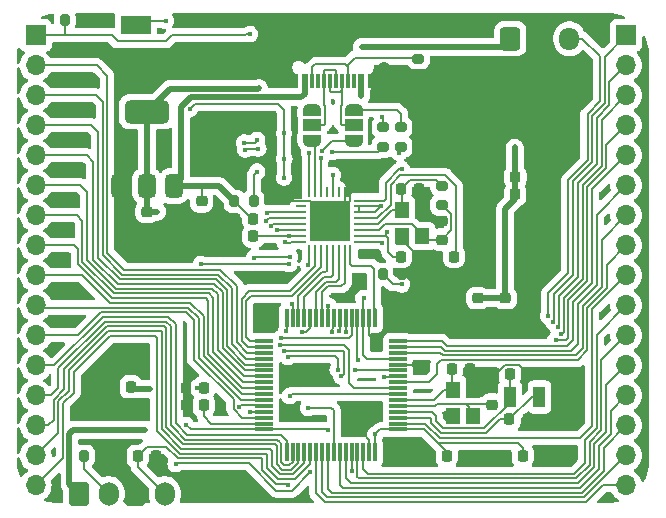
<source format=gbr>
%TF.GenerationSoftware,KiCad,Pcbnew,8.99.0-2608-ga0707285a1*%
%TF.CreationDate,2024-10-09T18:54:20+07:00*%
%TF.ProjectId,dev_Board_8khz,6465765f-426f-4617-9264-5f386b687a2e,rev?*%
%TF.SameCoordinates,Original*%
%TF.FileFunction,Copper,L1,Top*%
%TF.FilePolarity,Positive*%
%FSLAX46Y46*%
G04 Gerber Fmt 4.6, Leading zero omitted, Abs format (unit mm)*
G04 Created by KiCad (PCBNEW 8.99.0-2608-ga0707285a1) date 2024-10-09 18:54:20*
%MOMM*%
%LPD*%
G01*
G04 APERTURE LIST*
G04 Aperture macros list*
%AMRoundRect*
0 Rectangle with rounded corners*
0 $1 Rounding radius*
0 $2 $3 $4 $5 $6 $7 $8 $9 X,Y pos of 4 corners*
0 Add a 4 corners polygon primitive as box body*
4,1,4,$2,$3,$4,$5,$6,$7,$8,$9,$2,$3,0*
0 Add four circle primitives for the rounded corners*
1,1,$1+$1,$2,$3*
1,1,$1+$1,$4,$5*
1,1,$1+$1,$6,$7*
1,1,$1+$1,$8,$9*
0 Add four rect primitives between the rounded corners*
20,1,$1+$1,$2,$3,$4,$5,0*
20,1,$1+$1,$4,$5,$6,$7,0*
20,1,$1+$1,$6,$7,$8,$9,0*
20,1,$1+$1,$8,$9,$2,$3,0*%
%AMFreePoly0*
4,1,19,0.550000,-0.750000,0.000000,-0.750000,0.000000,-0.744911,-0.071157,-0.744911,-0.207708,-0.704816,-0.327430,-0.627875,-0.420627,-0.520320,-0.479746,-0.390866,-0.500000,-0.250000,-0.500000,0.250000,-0.479746,0.390866,-0.420627,0.520320,-0.327430,0.627875,-0.207708,0.704816,-0.071157,0.744911,0.000000,0.744911,0.000000,0.750000,0.550000,0.750000,0.550000,-0.750000,0.550000,-0.750000,
$1*%
%AMFreePoly1*
4,1,19,0.000000,0.744911,0.071157,0.744911,0.207708,0.704816,0.327430,0.627875,0.420627,0.520320,0.479746,0.390866,0.500000,0.250000,0.500000,-0.250000,0.479746,-0.390866,0.420627,-0.520320,0.327430,-0.627875,0.207708,-0.704816,0.071157,-0.744911,0.000000,-0.744911,0.000000,-0.750000,-0.550000,-0.750000,-0.550000,0.750000,0.000000,0.750000,0.000000,0.744911,0.000000,0.744911,
$1*%
G04 Aperture macros list end*
%TA.AperFunction,SMDPad,CuDef*%
%ADD10R,0.600000X1.240000*%
%TD*%
%TA.AperFunction,SMDPad,CuDef*%
%ADD11R,0.300000X1.240000*%
%TD*%
%TA.AperFunction,ComponentPad*%
%ADD12O,1.000000X2.100000*%
%TD*%
%TA.AperFunction,ComponentPad*%
%ADD13O,1.000000X1.800000*%
%TD*%
%TA.AperFunction,SMDPad,CuDef*%
%ADD14R,1.000000X1.800000*%
%TD*%
%TA.AperFunction,SMDPad,CuDef*%
%ADD15RoundRect,0.225000X-0.225000X-0.250000X0.225000X-0.250000X0.225000X0.250000X-0.225000X0.250000X0*%
%TD*%
%TA.AperFunction,SMDPad,CuDef*%
%ADD16RoundRect,0.225000X0.250000X-0.225000X0.250000X0.225000X-0.250000X0.225000X-0.250000X-0.225000X0*%
%TD*%
%TA.AperFunction,SMDPad,CuDef*%
%ADD17RoundRect,0.200000X0.275000X-0.200000X0.275000X0.200000X-0.275000X0.200000X-0.275000X-0.200000X0*%
%TD*%
%TA.AperFunction,SMDPad,CuDef*%
%ADD18RoundRect,0.200000X-0.200000X-0.275000X0.200000X-0.275000X0.200000X0.275000X-0.200000X0.275000X0*%
%TD*%
%TA.AperFunction,SMDPad,CuDef*%
%ADD19RoundRect,0.225000X0.225000X0.250000X-0.225000X0.250000X-0.225000X-0.250000X0.225000X-0.250000X0*%
%TD*%
%TA.AperFunction,SMDPad,CuDef*%
%ADD20RoundRect,0.075000X0.700000X0.075000X-0.700000X0.075000X-0.700000X-0.075000X0.700000X-0.075000X0*%
%TD*%
%TA.AperFunction,SMDPad,CuDef*%
%ADD21RoundRect,0.075000X0.075000X0.700000X-0.075000X0.700000X-0.075000X-0.700000X0.075000X-0.700000X0*%
%TD*%
%TA.AperFunction,ComponentPad*%
%ADD22RoundRect,0.250000X-0.600000X-0.725000X0.600000X-0.725000X0.600000X0.725000X-0.600000X0.725000X0*%
%TD*%
%TA.AperFunction,ComponentPad*%
%ADD23O,1.700000X1.950000*%
%TD*%
%TA.AperFunction,SMDPad,CuDef*%
%ADD24R,1.200000X1.400000*%
%TD*%
%TA.AperFunction,SMDPad,CuDef*%
%ADD25RoundRect,0.200000X-0.275000X0.200000X-0.275000X-0.200000X0.275000X-0.200000X0.275000X0.200000X0*%
%TD*%
%TA.AperFunction,SMDPad,CuDef*%
%ADD26FreePoly0,270.000000*%
%TD*%
%TA.AperFunction,SMDPad,CuDef*%
%ADD27R,1.500000X1.000000*%
%TD*%
%TA.AperFunction,SMDPad,CuDef*%
%ADD28FreePoly1,270.000000*%
%TD*%
%TA.AperFunction,SMDPad,CuDef*%
%ADD29R,2.600000X1.500000*%
%TD*%
%TA.AperFunction,ComponentPad*%
%ADD30RoundRect,0.250000X-0.600000X-0.750000X0.600000X-0.750000X0.600000X0.750000X-0.600000X0.750000X0*%
%TD*%
%TA.AperFunction,ComponentPad*%
%ADD31O,1.700000X2.000000*%
%TD*%
%TA.AperFunction,SMDPad,CuDef*%
%ADD32RoundRect,0.375000X0.375000X-0.625000X0.375000X0.625000X-0.375000X0.625000X-0.375000X-0.625000X0*%
%TD*%
%TA.AperFunction,SMDPad,CuDef*%
%ADD33RoundRect,0.500000X1.400000X-0.500000X1.400000X0.500000X-1.400000X0.500000X-1.400000X-0.500000X0*%
%TD*%
%TA.AperFunction,SMDPad,CuDef*%
%ADD34FreePoly0,90.000000*%
%TD*%
%TA.AperFunction,SMDPad,CuDef*%
%ADD35FreePoly1,90.000000*%
%TD*%
%TA.AperFunction,ComponentPad*%
%ADD36R,1.700000X1.700000*%
%TD*%
%TA.AperFunction,ComponentPad*%
%ADD37O,1.700000X1.700000*%
%TD*%
%TA.AperFunction,SMDPad,CuDef*%
%ADD38RoundRect,0.062500X-0.062500X0.375000X-0.062500X-0.375000X0.062500X-0.375000X0.062500X0.375000X0*%
%TD*%
%TA.AperFunction,SMDPad,CuDef*%
%ADD39RoundRect,0.062500X-0.375000X0.062500X-0.375000X-0.062500X0.375000X-0.062500X0.375000X0.062500X0*%
%TD*%
%TA.AperFunction,HeatsinkPad*%
%ADD40R,3.450000X3.450000*%
%TD*%
%TA.AperFunction,ViaPad*%
%ADD41C,0.400000*%
%TD*%
%TA.AperFunction,ViaPad*%
%ADD42C,0.600000*%
%TD*%
%TA.AperFunction,Conductor*%
%ADD43C,0.200000*%
%TD*%
%TA.AperFunction,Conductor*%
%ADD44C,0.500000*%
%TD*%
G04 APERTURE END LIST*
D10*
%TO.P,Jd1,A1,GND*%
%TO.N,GND*%
X169950000Y-65725000D03*
%TO.P,Jd1,A4,VBUS*%
%TO.N,+5V*%
X169150000Y-65725000D03*
D11*
%TO.P,Jd1,A5,CC1*%
%TO.N,Net-(Jd1-CC1)*%
X168000000Y-65725000D03*
%TO.P,Jd1,A6,D+*%
%TO.N,Net-(JP1-C)*%
X167000000Y-65725000D03*
%TO.P,Jd1,A7,D-*%
%TO.N,Net-(JP2-C)*%
X166500000Y-65725000D03*
%TO.P,Jd1,A8*%
%TO.N,N/C*%
X165500000Y-65725000D03*
D10*
%TO.P,Jd1,A9,VBUS*%
%TO.N,+5V*%
X164350000Y-65725000D03*
%TO.P,Jd1,A12,GND*%
%TO.N,GND*%
X163550000Y-65725000D03*
%TO.P,Jd1,B1,GND*%
X163550000Y-65725000D03*
%TO.P,Jd1,B4,VBUS*%
%TO.N,+5V*%
X164350000Y-65725000D03*
D11*
%TO.P,Jd1,B5,CC2*%
%TO.N,Net-(Jd1-CC1)*%
X165000000Y-65725000D03*
%TO.P,Jd1,B6,D+*%
%TO.N,Net-(JP1-C)*%
X166000000Y-65725000D03*
%TO.P,Jd1,B7,D-*%
%TO.N,Net-(JP2-C)*%
X167500000Y-65725000D03*
%TO.P,Jd1,B8*%
%TO.N,N/C*%
X168500000Y-65725000D03*
D10*
%TO.P,Jd1,B9,VBUS*%
%TO.N,+5V*%
X169150000Y-65725000D03*
%TO.P,Jd1,B12,GND*%
%TO.N,GND*%
X169950000Y-65725000D03*
D12*
%TO.P,Jd1,S1,SHIELD*%
X171070000Y-65125000D03*
D13*
X171070000Y-60925000D03*
D12*
X162430000Y-65125000D03*
D13*
X162430000Y-60925000D03*
%TD*%
D14*
%TO.P,Y3,1,1*%
%TO.N,Net-(U1-PC15)*%
X181730000Y-92500000D03*
%TO.P,Y3,2,2*%
%TO.N,Net-(U1-PC14)*%
X184230000Y-92500000D03*
%TD*%
D15*
%TO.P,C17,1*%
%TO.N,GND*%
X181270000Y-97470000D03*
%TO.P,C17,2*%
%TO.N,+3.3V*%
X182820000Y-97470000D03*
%TD*%
D16*
%TO.P,C18,1*%
%TO.N,GND*%
X181330000Y-85690000D03*
%TO.P,C18,2*%
%TO.N,+3.3V*%
X181330000Y-84140000D03*
%TD*%
D17*
%TO.P,R3,1*%
%TO.N,Net-(U2-XO)*%
X175960000Y-76255000D03*
%TO.P,R3,2*%
%TO.N,Net-(U2-XI)*%
X175960000Y-74605000D03*
%TD*%
D16*
%TO.P,C19,1*%
%TO.N,GND*%
X178990000Y-85675000D03*
%TO.P,C19,2*%
%TO.N,+3.3V*%
X178990000Y-84125000D03*
%TD*%
D18*
%TO.P,R2,1*%
%TO.N,Net-(U2-RBIAS)*%
X170945000Y-82090000D03*
%TO.P,R2,2*%
%TO.N,GND*%
X172595000Y-82090000D03*
%TD*%
D15*
%TO.P,C10,1*%
%TO.N,GND*%
X158445000Y-78880000D03*
%TO.P,C10,2*%
%TO.N,Net-(C10-Pad2)*%
X159995000Y-78880000D03*
%TD*%
D19*
%TO.P,C2,1*%
%TO.N,Net-(U1-VCAP_1)*%
X155825000Y-91720000D03*
%TO.P,C2,2*%
%TO.N,GND*%
X154275000Y-91720000D03*
%TD*%
D20*
%TO.P,U1,1,VBAT*%
%TO.N,+3.3V*%
X172250000Y-95250000D03*
%TO.P,U1,2,PC13*%
%TO.N,C13*%
X172250000Y-94750000D03*
%TO.P,U1,3,PC14*%
%TO.N,Net-(U1-PC14)*%
X172250000Y-94250000D03*
%TO.P,U1,4,PC15*%
%TO.N,Net-(U1-PC15)*%
X172250000Y-93750000D03*
%TO.P,U1,5,PH0*%
%TO.N,XTAL_IN*%
X172250000Y-93250000D03*
%TO.P,U1,6,PH1*%
%TO.N,XTAL_OUT*%
X172250000Y-92750000D03*
%TO.P,U1,7,NRST*%
%TO.N,RST*%
X172250000Y-92250000D03*
%TO.P,U1,8,PC0*%
%TO.N,stp*%
X172250000Y-91750000D03*
%TO.P,U1,9,PC1*%
%TO.N,C1*%
X172250000Y-91250000D03*
%TO.P,U1,10,PC2*%
%TO.N,dir*%
X172250000Y-90750000D03*
%TO.P,U1,11,PC3*%
%TO.N,nxt*%
X172250000Y-90250000D03*
%TO.P,U1,12,VSSA*%
%TO.N,GND*%
X172250000Y-89750000D03*
%TO.P,U1,13,VDDA*%
%TO.N,+3.3V*%
X172250000Y-89250000D03*
%TO.P,U1,14,PA0*%
%TO.N,A0*%
X172250000Y-88750000D03*
%TO.P,U1,15,PA1*%
%TO.N,A1*%
X172250000Y-88250000D03*
%TO.P,U1,16,PA2*%
%TO.N,A2*%
X172250000Y-87750000D03*
D21*
%TO.P,U1,17,PA3*%
%TO.N,data0*%
X170325000Y-85825000D03*
%TO.P,U1,18,VSS*%
%TO.N,GND*%
X169825000Y-85825000D03*
%TO.P,U1,19,VDD*%
%TO.N,+3.3V*%
X169325000Y-85825000D03*
%TO.P,U1,20,PA4*%
%TO.N,A4*%
X168825000Y-85825000D03*
%TO.P,U1,21,PA5*%
%TO.N,clk*%
X168325000Y-85825000D03*
%TO.P,U1,22,PA6*%
%TO.N,A6*%
X167825000Y-85825000D03*
%TO.P,U1,23,PA7*%
%TO.N,A7*%
X167325000Y-85825000D03*
%TO.P,U1,24,PC4*%
%TO.N,C4*%
X166825000Y-85825000D03*
%TO.P,U1,25,PC5*%
%TO.N,C5*%
X166325000Y-85825000D03*
%TO.P,U1,26,PB0*%
%TO.N,data1*%
X165825000Y-85825000D03*
%TO.P,U1,27,PB1*%
%TO.N,data2*%
X165325000Y-85825000D03*
%TO.P,U1,28,PB2*%
%TO.N,B2*%
X164825000Y-85825000D03*
%TO.P,U1,29,PB10*%
%TO.N,data3*%
X164325000Y-85825000D03*
%TO.P,U1,30,PB11*%
%TO.N,data4*%
X163825000Y-85825000D03*
%TO.P,U1,31,VCAP_1*%
%TO.N,Net-(U1-VCAP_1)*%
X163325000Y-85825000D03*
%TO.P,U1,32,VDD*%
%TO.N,+3.3V*%
X162825000Y-85825000D03*
D20*
%TO.P,U1,33,PB12*%
%TO.N,data5*%
X160900000Y-87750000D03*
%TO.P,U1,34,PB13*%
%TO.N,data6*%
X160900000Y-88250000D03*
%TO.P,U1,35,PB14*%
%TO.N,B14*%
X160900000Y-88750000D03*
%TO.P,U1,36,PB15*%
%TO.N,B15*%
X160900000Y-89250000D03*
%TO.P,U1,37,PC6*%
%TO.N,C6*%
X160900000Y-89750000D03*
%TO.P,U1,38,PC7*%
%TO.N,C7*%
X160900000Y-90250000D03*
%TO.P,U1,39,PC8*%
%TO.N,C8*%
X160900000Y-90750000D03*
%TO.P,U1,40,PC9*%
%TO.N,C9*%
X160900000Y-91250000D03*
%TO.P,U1,41,PA8*%
%TO.N,A8*%
X160900000Y-91750000D03*
%TO.P,U1,42,PA9*%
%TO.N,A9*%
X160900000Y-92250000D03*
%TO.P,U1,43,PA10*%
%TO.N,A10*%
X160900000Y-92750000D03*
%TO.P,U1,44,PA11*%
%TO.N,Net-(U1-PA11)*%
X160900000Y-93250000D03*
%TO.P,U1,45,PA12*%
%TO.N,Net-(U1-PA12)*%
X160900000Y-93750000D03*
%TO.P,U1,46,PA13*%
%TO.N,SWD*%
X160900000Y-94250000D03*
%TO.P,U1,47,VCAP_2*%
%TO.N,Net-(U1-VCAP_2)*%
X160900000Y-94750000D03*
%TO.P,U1,48,VDD*%
%TO.N,+3.3V*%
X160900000Y-95250000D03*
D21*
%TO.P,U1,49,PA14*%
%TO.N,SWC*%
X162825000Y-97175000D03*
%TO.P,U1,50,PA15*%
%TO.N,A15*%
X163325000Y-97175000D03*
%TO.P,U1,51,PC10*%
%TO.N,C10*%
X163825000Y-97175000D03*
%TO.P,U1,52,PC11*%
%TO.N,C11*%
X164325000Y-97175000D03*
%TO.P,U1,53,PC12*%
%TO.N,C12*%
X164825000Y-97175000D03*
%TO.P,U1,54,PD2*%
%TO.N,D2*%
X165325000Y-97175000D03*
%TO.P,U1,55,PB3*%
%TO.N,B3*%
X165825000Y-97175000D03*
%TO.P,U1,56,PB4*%
%TO.N,B4*%
X166325000Y-97175000D03*
%TO.P,U1,57,PB5*%
%TO.N,data7*%
X166825000Y-97175000D03*
%TO.P,U1,58,PB6*%
%TO.N,B6*%
X167325000Y-97175000D03*
%TO.P,U1,59,PB7*%
%TO.N,B7*%
X167825000Y-97175000D03*
%TO.P,U1,60,BOOT0*%
%TO.N,BOOT*%
X168325000Y-97175000D03*
%TO.P,U1,61,PB8*%
%TO.N,B8*%
X168825000Y-97175000D03*
%TO.P,U1,62,PB9*%
%TO.N,B9*%
X169325000Y-97175000D03*
%TO.P,U1,63,VSS*%
%TO.N,GND*%
X169825000Y-97175000D03*
%TO.P,U1,64,VDD*%
%TO.N,+3.3V*%
X170325000Y-97175000D03*
%TD*%
D15*
%TO.P,C1,1*%
%TO.N,RST*%
X150225000Y-97500000D03*
%TO.P,C1,2*%
%TO.N,GND*%
X151775000Y-97500000D03*
%TD*%
D18*
%TO.P,R1,1*%
%TO.N,BOOT*%
X145675000Y-97500000D03*
%TO.P,R1,2*%
%TO.N,GND*%
X147325000Y-97500000D03*
%TD*%
D19*
%TO.P,C8,1*%
%TO.N,+5V*%
X159995000Y-77390000D03*
%TO.P,C8,2*%
%TO.N,GND*%
X158445000Y-77390000D03*
%TD*%
D18*
%TO.P,R4,1*%
%TO.N,+5V*%
X158395000Y-75920000D03*
%TO.P,R4,2*%
%TO.N,Net-(U2-VBUS)*%
X160045000Y-75920000D03*
%TD*%
D15*
%TO.P,C22,1*%
%TO.N,GND*%
X180630000Y-75350000D03*
%TO.P,C22,2*%
%TO.N,+3.3V*%
X182180000Y-75350000D03*
%TD*%
%TO.P,C6,1*%
%TO.N,Net-(U2-XI)*%
X172475000Y-74890000D03*
%TO.P,C6,2*%
%TO.N,GND*%
X174025000Y-74890000D03*
%TD*%
D22*
%TO.P,J1,1,Pin_1*%
%TO.N,+5V*%
X181770000Y-62170000D03*
D23*
%TO.P,J1,2,Pin_2*%
%TO.N,GND*%
X184270000Y-62170000D03*
%TO.P,J1,3,Pin_3*%
%TO.N,C5*%
X186770000Y-62170000D03*
%TD*%
D24*
%TO.P,Y2,1,1*%
%TO.N,Net-(U2-XI)*%
X172620000Y-76680000D03*
%TO.P,Y2,2,2*%
%TO.N,GND*%
X172620000Y-78880000D03*
%TO.P,Y2,3,3*%
%TO.N,Net-(U2-XO)*%
X174320000Y-78880000D03*
%TO.P,Y2,4,4*%
%TO.N,GND*%
X174320000Y-76680000D03*
%TD*%
D25*
%TO.P,R5,1*%
%TO.N,Net-(Jd1-CC1)*%
X173990000Y-63855000D03*
%TO.P,R5,2*%
%TO.N,GND*%
X173990000Y-65505000D03*
%TD*%
D16*
%TO.P,C13,1*%
%TO.N,GND*%
X151000000Y-78365000D03*
%TO.P,C13,2*%
%TO.N,+3.3V*%
X151000000Y-76815000D03*
%TD*%
D15*
%TO.P,C21,1*%
%TO.N,GND*%
X180635000Y-73870000D03*
%TO.P,C21,2*%
%TO.N,+3.3V*%
X182185000Y-73870000D03*
%TD*%
D19*
%TO.P,C3,1*%
%TO.N,Net-(U1-VCAP_2)*%
X155825000Y-93200000D03*
%TO.P,C3,2*%
%TO.N,GND*%
X154275000Y-93200000D03*
%TD*%
D26*
%TO.P,JP1,1,A*%
%TO.N,D+*%
X165000000Y-68200000D03*
D27*
%TO.P,JP1,2,C*%
%TO.N,Net-(JP1-C)*%
X165000000Y-69500000D03*
D28*
%TO.P,JP1,3,B*%
%TO.N,HS_D+*%
X165000000Y-70800000D03*
%TD*%
D29*
%TO.P,DD1,1,K*%
%TO.N,GND*%
X150070000Y-64000000D03*
%TO.P,DD1,2,A*%
%TO.N,+3.3V*%
X150070000Y-61000000D03*
%TD*%
D17*
%TO.P,R6,1*%
%TO.N,Net-(U1-PA11)*%
X172500000Y-71325000D03*
%TO.P,R6,2*%
%TO.N,D-*%
X172500000Y-69675000D03*
%TD*%
D15*
%TO.P,C20,1*%
%TO.N,GND*%
X148080000Y-91640000D03*
%TO.P,C20,2*%
%TO.N,+3.3V*%
X149630000Y-91640000D03*
%TD*%
D16*
%TO.P,C7,1*%
%TO.N,Net-(U2-XO)*%
X175970000Y-79175000D03*
%TO.P,C7,2*%
%TO.N,GND*%
X175970000Y-77625000D03*
%TD*%
D30*
%TO.P,RST,1,1*%
%TO.N,GND*%
X150000000Y-100700000D03*
D31*
%TO.P,RST,2,2*%
%TO.N,RST*%
X152500000Y-100700000D03*
%TD*%
D19*
%TO.P,C16,1*%
%TO.N,GND*%
X177950000Y-97460000D03*
%TO.P,C16,2*%
%TO.N,+3.3V*%
X176400000Y-97460000D03*
%TD*%
D32*
%TO.P,U3,1,GND*%
%TO.N,GND*%
X148700000Y-74650000D03*
%TO.P,U3,2,VO*%
%TO.N,+3.3V*%
X151000000Y-74650000D03*
D33*
X151000000Y-68350000D03*
D32*
%TO.P,U3,3,VI*%
%TO.N,+5V*%
X153300000Y-74650000D03*
%TD*%
D16*
%TO.P,C5,1*%
%TO.N,XTAL_IN*%
X180220000Y-93155000D03*
%TO.P,C5,2*%
%TO.N,GND*%
X180220000Y-91605000D03*
%TD*%
D15*
%TO.P,C11,1*%
%TO.N,GND*%
X175445000Y-80620000D03*
%TO.P,C11,2*%
%TO.N,Net-(U2-VDDA1.8)*%
X176995000Y-80620000D03*
%TD*%
D30*
%TO.P,BOOT0,1,1*%
%TO.N,+3.3V*%
X145250000Y-100700000D03*
D31*
%TO.P,BOOT0,2,2*%
%TO.N,BOOT*%
X147750000Y-100700000D03*
%TD*%
D15*
%TO.P,C15,1*%
%TO.N,Net-(U1-PC14)*%
X181685000Y-94390000D03*
%TO.P,C15,2*%
%TO.N,GND*%
X183235000Y-94390000D03*
%TD*%
%TO.P,C14,1*%
%TO.N,Net-(U1-PC15)*%
X181725000Y-90580000D03*
%TO.P,C14,2*%
%TO.N,GND*%
X183275000Y-90580000D03*
%TD*%
D34*
%TO.P,JP2,1,A*%
%TO.N,HS_D-*%
X168500000Y-70800000D03*
D27*
%TO.P,JP2,2,C*%
%TO.N,Net-(JP2-C)*%
X168500000Y-69500000D03*
D35*
%TO.P,JP2,3,B*%
%TO.N,D-*%
X168500000Y-68200000D03*
%TD*%
D36*
%TO.P,J2,1,Pin_1*%
%TO.N,C4*%
X191570000Y-61880000D03*
D37*
%TO.P,J2,2,Pin_2*%
%TO.N,A7*%
X191570000Y-64420000D03*
%TO.P,J2,3,Pin_3*%
%TO.N,A6*%
X191570000Y-66960000D03*
%TO.P,J2,4,Pin_4*%
%TO.N,A4*%
X191570000Y-69500000D03*
%TO.P,J2,5,Pin_5*%
%TO.N,A2*%
X191570000Y-72040000D03*
%TO.P,J2,6,Pin_6*%
%TO.N,A1*%
X191570000Y-74580000D03*
%TO.P,J2,7,Pin_7*%
%TO.N,A0*%
X191570000Y-77120000D03*
%TO.P,J2,8,Pin_8*%
%TO.N,C1*%
X191570000Y-79660000D03*
%TO.P,J2,9,Pin_9*%
%TO.N,C13*%
X191570000Y-82200000D03*
%TO.P,J2,10,Pin_10*%
%TO.N,B9*%
X191570000Y-84740000D03*
%TO.P,J2,11,Pin_11*%
%TO.N,B8*%
X191570000Y-87280000D03*
%TO.P,J2,12,Pin_12*%
%TO.N,B7*%
X191570000Y-89820000D03*
%TO.P,J2,13,Pin_13*%
%TO.N,B6*%
X191570000Y-92360000D03*
%TO.P,J2,14,Pin_14*%
%TO.N,B4*%
X191570000Y-94900000D03*
%TO.P,J2,15,Pin_15*%
%TO.N,B3*%
X191570000Y-97440000D03*
%TO.P,J2,16,Pin_16*%
%TO.N,D2*%
X191570000Y-99980000D03*
%TD*%
D19*
%TO.P,C9,1*%
%TO.N,GND*%
X174035000Y-80620000D03*
%TO.P,C9,2*%
%TO.N,Net-(C10-Pad2)*%
X172485000Y-80620000D03*
%TD*%
D16*
%TO.P,C12,1*%
%TO.N,GND*%
X155620000Y-77480000D03*
%TO.P,C12,2*%
%TO.N,+5V*%
X155620000Y-75930000D03*
%TD*%
D18*
%TO.P,R8,1*%
%TO.N,B2*%
X144050000Y-60600000D03*
%TO.P,R8,2*%
%TO.N,GND*%
X145700000Y-60600000D03*
%TD*%
D38*
%TO.P,U2,1,GND*%
%TO.N,GND*%
X168230000Y-75182500D03*
%TO.P,U2,2,GND*%
X167730000Y-75182500D03*
%TO.P,U2,3,CPEN*%
%TO.N,unconnected-(U2-CPEN-Pad3)*%
X167230000Y-75182500D03*
%TO.P,U2,4,VBUS*%
%TO.N,Net-(U2-VBUS)*%
X166730000Y-75182500D03*
%TO.P,U2,5,ID*%
%TO.N,unconnected-(U2-ID-Pad5)*%
X166230000Y-75182500D03*
%TO.P,U2,6,VDD3.3*%
%TO.N,+3.3V*%
X165730000Y-75182500D03*
%TO.P,U2,7,DP*%
%TO.N,HS_D+*%
X165230000Y-75182500D03*
%TO.P,U2,8,DM*%
%TO.N,HS_D-*%
X164730000Y-75182500D03*
D39*
%TO.P,U2,9,RESET*%
%TO.N,GND*%
X164042500Y-75870000D03*
%TO.P,U2,10,EXTVBUS*%
%TO.N,unconnected-(U2-EXTVBUS-Pad10)*%
X164042500Y-76370000D03*
%TO.P,U2,11,NXT*%
%TO.N,nxt*%
X164042500Y-76870000D03*
%TO.P,U2,12,DIR*%
%TO.N,dir*%
X164042500Y-77370000D03*
%TO.P,U2,13,STP*%
%TO.N,stp*%
X164042500Y-77870000D03*
%TO.P,U2,14,CLKOUT*%
%TO.N,clk*%
X164042500Y-78370000D03*
%TO.P,U2,15,VDD1.8*%
%TO.N,Net-(C10-Pad2)*%
X164042500Y-78870000D03*
%TO.P,U2,16,VDD3.3*%
%TO.N,+3.3V*%
X164042500Y-79370000D03*
D38*
%TO.P,U2,17,DATA7*%
%TO.N,data7*%
X164730000Y-80057500D03*
%TO.P,U2,18,DATA6*%
%TO.N,data6*%
X165230000Y-80057500D03*
%TO.P,U2,19,DATA5*%
%TO.N,data5*%
X165730000Y-80057500D03*
%TO.P,U2,20,DATA4*%
%TO.N,data4*%
X166230000Y-80057500D03*
%TO.P,U2,21,DATA3*%
%TO.N,data3*%
X166730000Y-80057500D03*
%TO.P,U2,22,DATA2*%
%TO.N,data2*%
X167230000Y-80057500D03*
%TO.P,U2,23,DATA1*%
%TO.N,data1*%
X167730000Y-80057500D03*
%TO.P,U2,24,DATA0*%
%TO.N,data0*%
X168230000Y-80057500D03*
D39*
%TO.P,U2,25,VDD3.3*%
%TO.N,+3.3V*%
X168917500Y-79370000D03*
%TO.P,U2,26,VDD1.8*%
%TO.N,Net-(C10-Pad2)*%
X168917500Y-78870000D03*
%TO.P,U2,27,XO*%
%TO.N,Net-(U2-XO)*%
X168917500Y-78370000D03*
%TO.P,U2,28,XI*%
%TO.N,Net-(U2-XI)*%
X168917500Y-77870000D03*
%TO.P,U2,29,VDDA1.8*%
%TO.N,Net-(U2-VDDA1.8)*%
X168917500Y-77370000D03*
%TO.P,U2,30,VDD3.3*%
%TO.N,+3.3V*%
X168917500Y-76870000D03*
%TO.P,U2,31,REG_EN*%
X168917500Y-76370000D03*
%TO.P,U2,32,RBIAS*%
%TO.N,Net-(U2-RBIAS)*%
X168917500Y-75870000D03*
D40*
%TO.P,U2,33,GND*%
%TO.N,GND*%
X166480000Y-77620000D03*
%TD*%
D36*
%TO.P,J3,1,Pin_1*%
%TO.N,B2*%
X141580000Y-61880000D03*
D37*
%TO.P,J3,2,Pin_2*%
%TO.N,B14*%
X141580000Y-64420000D03*
%TO.P,J3,3,Pin_3*%
%TO.N,B15*%
X141580000Y-66960000D03*
%TO.P,J3,4,Pin_4*%
%TO.N,C6*%
X141580000Y-69500000D03*
%TO.P,J3,5,Pin_5*%
%TO.N,C7*%
X141580000Y-72040000D03*
%TO.P,J3,6,Pin_6*%
%TO.N,C8*%
X141580000Y-74580000D03*
%TO.P,J3,7,Pin_7*%
%TO.N,C9*%
X141580000Y-77120000D03*
%TO.P,J3,8,Pin_8*%
%TO.N,A8*%
X141580000Y-79660000D03*
%TO.P,J3,9,Pin_9*%
%TO.N,A9*%
X141580000Y-82200000D03*
%TO.P,J3,10,Pin_10*%
%TO.N,A10*%
X141580000Y-84740000D03*
%TO.P,J3,11,Pin_11*%
%TO.N,SWD*%
X141580000Y-87280000D03*
%TO.P,J3,12,Pin_12*%
%TO.N,SWC*%
X141580000Y-89820000D03*
%TO.P,J3,13,Pin_13*%
%TO.N,A15*%
X141580000Y-92360000D03*
%TO.P,J3,14,Pin_14*%
%TO.N,C10*%
X141580000Y-94900000D03*
%TO.P,J3,15,Pin_15*%
%TO.N,C11*%
X141580000Y-97440000D03*
%TO.P,J3,16,Pin_16*%
%TO.N,C12*%
X141580000Y-99980000D03*
%TD*%
D24*
%TO.P,Y1,1,1*%
%TO.N,XTAL_OUT*%
X176940000Y-91900000D03*
%TO.P,Y1,2,2*%
%TO.N,GND*%
X176940000Y-94100000D03*
%TO.P,Y1,3,3*%
%TO.N,XTAL_IN*%
X178640000Y-94100000D03*
%TO.P,Y1,4,4*%
%TO.N,GND*%
X178640000Y-91900000D03*
%TD*%
D17*
%TO.P,R7,1*%
%TO.N,Net-(U1-PA12)*%
X171000000Y-71325000D03*
%TO.P,R7,2*%
%TO.N,D+*%
X171000000Y-69675000D03*
%TD*%
D15*
%TO.P,C4,1*%
%TO.N,XTAL_OUT*%
X176795000Y-90160000D03*
%TO.P,C4,2*%
%TO.N,GND*%
X178345000Y-90160000D03*
%TD*%
D41*
%TO.N,RST*%
X162925000Y-99950000D03*
X163075000Y-92425000D03*
%TO.N,GND*%
X179950000Y-90425000D03*
X174700000Y-75500000D03*
X169925000Y-93800000D03*
X179775000Y-97525000D03*
X174275000Y-90250000D03*
X170300000Y-87725000D03*
D42*
X147500000Y-63000000D03*
D41*
X164500000Y-100950000D03*
X154325000Y-92450000D03*
X161175000Y-75025000D03*
X176940000Y-94100000D03*
X158500000Y-69100000D03*
D42*
X147500000Y-60500000D03*
D41*
X185450000Y-94525000D03*
X150075000Y-93975000D03*
%TO.N,stp*%
X161468324Y-78063593D03*
X162227675Y-88111213D03*
%TO.N,clk*%
X161990000Y-78360000D03*
X162330000Y-87520000D03*
%TO.N,nxt*%
X162921566Y-89111213D03*
X168620000Y-90240000D03*
X167145527Y-90191276D03*
X161121924Y-76912617D03*
%TO.N,+3.3V*%
X152940000Y-66410000D03*
X151000000Y-69860000D03*
X165730000Y-72267914D03*
X150870000Y-95290000D03*
X162654839Y-79380000D03*
X170325000Y-95675000D03*
X170940000Y-79420000D03*
X151260000Y-91810000D03*
X162600000Y-70190000D03*
X169340000Y-84130000D03*
X162600000Y-73920000D03*
X154300000Y-94860000D03*
X154614620Y-68104620D03*
X166300000Y-95320000D03*
X160490000Y-66360000D03*
X162810000Y-86890000D03*
X170807208Y-76370000D03*
X151880000Y-76800000D03*
X152600000Y-60650000D03*
X162620000Y-72340000D03*
X182130000Y-71370000D03*
%TO.N,BOOT*%
X164825001Y-98886574D03*
X153433606Y-98174392D03*
X168325000Y-98775000D03*
%TO.N,Net-(U1-PA11)*%
X172370000Y-71830000D03*
X159253701Y-70954869D03*
X158830000Y-93330104D03*
X160330000Y-70730000D03*
%TO.N,B2*%
X159710000Y-61780000D03*
X163117494Y-80633806D03*
X164144731Y-87020000D03*
X160068324Y-80730000D03*
%TO.N,C4*%
X166652861Y-87020000D03*
X185380000Y-86148281D03*
%TO.N,Net-(U1-PA12)*%
X159710000Y-93740000D03*
X166690000Y-71767914D03*
X160430000Y-71470000D03*
X159330000Y-71550000D03*
%TO.N,C5*%
X184980000Y-85653812D03*
X166370000Y-84790000D03*
%TO.N,Net-(U1-VCAP_1)*%
X155590000Y-81230000D03*
X163050000Y-81230000D03*
X163320000Y-84600000D03*
X155220000Y-91730000D03*
%TO.N,dir*%
X162576738Y-88611213D03*
X161115960Y-77577957D03*
X167450000Y-90740000D03*
X171050000Y-90780000D03*
%TO.N,A6*%
X167825000Y-87016446D03*
X186062165Y-87185000D03*
%TO.N,A7*%
X167238541Y-86889685D03*
X185780000Y-86615974D03*
%TO.N,A4*%
X185590000Y-87685000D03*
X168850000Y-89350000D03*
%TO.N,data7*%
X164644731Y-81284731D03*
X164630000Y-93420000D03*
%TO.N,Net-(C10-Pad2)*%
X162990000Y-78880000D03*
X171350000Y-78530000D03*
%TO.N,HS_D-*%
X164730000Y-71820000D03*
X165780000Y-71670000D03*
%TO.N,Net-(U2-RBIAS)*%
X172580000Y-82965000D03*
X172580000Y-73215000D03*
%TO.N,Net-(U2-VBUS)*%
X166730000Y-73700000D03*
X160330000Y-73420000D03*
%TO.N,+5V*%
X169130000Y-66980000D03*
X169200000Y-62850000D03*
X164050000Y-67110000D03*
%TO.N,D+*%
X165000000Y-68200000D03*
X170870000Y-68760000D03*
%TD*%
D43*
%TO.N,B2*%
X148530000Y-62390000D02*
X152590000Y-62390000D01*
X152590000Y-62390000D02*
X153100000Y-61880000D01*
X143580000Y-61880000D02*
X148020000Y-61880000D01*
X159320000Y-61880000D02*
X153100000Y-61880000D01*
X143580000Y-61880000D02*
X141580000Y-61880000D01*
X148020000Y-61880000D02*
X148530000Y-62390000D01*
X144000000Y-61880000D02*
X143580000Y-61880000D01*
%TO.N,data1*%
X167430000Y-83130000D02*
X166335000Y-83130000D01*
X167730000Y-82830000D02*
X167430000Y-83130000D01*
X166335000Y-83130000D02*
X165825000Y-83640000D01*
X167730000Y-80057500D02*
X167730000Y-82830000D01*
X165825000Y-83640000D02*
X165825000Y-85825000D01*
%TO.N,SWD*%
X147080000Y-85330000D02*
X154318628Y-85330000D01*
X158330000Y-92710000D02*
X158330000Y-93537211D01*
X158330000Y-93537211D02*
X159042789Y-94250000D01*
X159042789Y-94250000D02*
X160900000Y-94250000D01*
X154318628Y-85330000D02*
X155000000Y-86011372D01*
X155000000Y-86011372D02*
X155000000Y-89366858D01*
X145130000Y-87280000D02*
X147080000Y-85330000D01*
X141580000Y-87280000D02*
X145130000Y-87280000D01*
X158336571Y-92703429D02*
X158330000Y-92710000D01*
X155000000Y-89366858D02*
X158336571Y-92703429D01*
%TO.N,Net-(U1-PC15)*%
X175450000Y-94080000D02*
X175450000Y-94510000D01*
X176100000Y-95160000D02*
X179570000Y-95160000D01*
X179570000Y-95160000D02*
X181730000Y-93000000D01*
X181730000Y-93000000D02*
X181730000Y-92500000D01*
X175450000Y-94510000D02*
X176100000Y-95160000D01*
X181730000Y-92500000D02*
X181730000Y-90585000D01*
X181730000Y-90585000D02*
X181725000Y-90580000D01*
X172250000Y-93750000D02*
X175120000Y-93750000D01*
X175120000Y-93750000D02*
X175450000Y-94080000D01*
%TO.N,D2*%
X165325000Y-97175000D02*
X165325000Y-100635000D01*
X166090000Y-101400000D02*
X188170000Y-101400000D01*
X189590000Y-99980000D02*
X191570000Y-99980000D01*
X165325000Y-100635000D02*
X166090000Y-101400000D01*
X188170000Y-101400000D02*
X189590000Y-99980000D01*
%TO.N,RST*%
X162850000Y-99875000D02*
X161954849Y-99875000D01*
X160775001Y-98695154D02*
X160775001Y-97725001D01*
X160775001Y-97725001D02*
X160750000Y-97700000D01*
X150225000Y-98425000D02*
X150225000Y-97500000D01*
X152616570Y-96725000D02*
X151000000Y-96725000D01*
X163250000Y-92250000D02*
X163075000Y-92425000D01*
X161695534Y-99615685D02*
X161695532Y-99615685D01*
X160750000Y-97700000D02*
X153591570Y-97700000D01*
X172250000Y-92250000D02*
X163250000Y-92250000D01*
X161954849Y-99875000D02*
X161695534Y-99615685D01*
X153591570Y-97700000D02*
X152616570Y-96725000D01*
X162925000Y-99950000D02*
X162850000Y-99875000D01*
X151000000Y-96725000D02*
X150225000Y-97500000D01*
X161695532Y-99615685D02*
X160775001Y-98695154D01*
X152500000Y-100700000D02*
X150225000Y-98425000D01*
D44*
%TO.N,GND*%
X169950000Y-65725000D02*
X170470000Y-65725000D01*
D43*
X172250000Y-89750000D02*
X173775000Y-89750000D01*
X169825000Y-87250000D02*
X170300000Y-87725000D01*
X180220000Y-91605000D02*
X180220000Y-90861304D01*
X168160000Y-75252500D02*
X168160000Y-75940000D01*
X167730000Y-75182500D02*
X167730000Y-76370000D01*
X164042500Y-75870000D02*
X163345000Y-75870000D01*
X168230000Y-75182500D02*
X168160000Y-75252500D01*
X173775000Y-89750000D02*
X174275000Y-90250000D01*
X182500000Y-89805000D02*
X183275000Y-90580000D01*
X167730000Y-76370000D02*
X166480000Y-77620000D01*
X180220000Y-90861304D02*
X181276304Y-89805000D01*
X181276304Y-89805000D02*
X182500000Y-89805000D01*
X169825000Y-85825000D02*
X169825000Y-87250000D01*
X163345000Y-75870000D02*
X163175000Y-75700000D01*
X164805000Y-75945000D02*
X166480000Y-77620000D01*
X164215000Y-75945000D02*
X164805000Y-75945000D01*
X168160000Y-75940000D02*
X166480000Y-77620000D01*
D44*
X170470000Y-65725000D02*
X171070000Y-65125000D01*
D43*
X169825000Y-96125000D02*
X169275000Y-95575000D01*
D44*
X163550000Y-65725000D02*
X163030000Y-65725000D01*
D43*
X169825000Y-97175000D02*
X169825000Y-96125000D01*
X164042500Y-75870000D02*
X164140000Y-75870000D01*
D44*
X163030000Y-65725000D02*
X162430000Y-65125000D01*
D43*
X172620000Y-78880000D02*
X172620000Y-79205000D01*
X172620000Y-79205000D02*
X174035000Y-80620000D01*
X164140000Y-75870000D02*
X164215000Y-75945000D01*
%TO.N,C10*%
X143090000Y-92715686D02*
X143090000Y-94430000D01*
X147577058Y-86530000D02*
X144015686Y-90091372D01*
X152640000Y-86700000D02*
X152470000Y-86530000D01*
X162426905Y-98650000D02*
X161975000Y-98198096D01*
X161830000Y-96500000D02*
X154088630Y-96500000D01*
X163825000Y-98048096D02*
X163223096Y-98650000D01*
X163223096Y-98650000D02*
X162426905Y-98650000D01*
X163825000Y-97175000D02*
X163825000Y-98048096D01*
X152640000Y-95051372D02*
X152640000Y-86700000D01*
X161975000Y-96645000D02*
X161830000Y-96500000D01*
X143090000Y-94430000D02*
X142620000Y-94900000D01*
X142620000Y-94900000D02*
X141580000Y-94900000D01*
X144015686Y-90091372D02*
X144015686Y-91789999D01*
X161975000Y-98198096D02*
X161975000Y-96645000D01*
X144015686Y-91789999D02*
X143090000Y-92715686D01*
X154088630Y-96500000D02*
X152640000Y-95051372D01*
X152470000Y-86530000D02*
X147577058Y-86530000D01*
%TO.N,data3*%
X164325000Y-84008629D02*
X164325000Y-85825000D01*
X166003628Y-82330000D02*
X164325000Y-84008629D01*
X166730000Y-80057500D02*
X166730000Y-82140000D01*
X166730000Y-82140000D02*
X166540000Y-82330000D01*
X166540000Y-82330000D02*
X166003628Y-82330000D01*
%TO.N,B8*%
X189480000Y-95292943D02*
X189480000Y-89370000D01*
X168825000Y-97175000D02*
X168825000Y-99265000D01*
X188470000Y-96302942D02*
X189480000Y-95292943D01*
X188470000Y-98271570D02*
X188470000Y-96302942D01*
X189480000Y-89370000D02*
X191570000Y-87280000D01*
X187341570Y-99400000D02*
X188470000Y-98271570D01*
X168825000Y-99265000D02*
X168960000Y-99400000D01*
X168960000Y-99400000D02*
X187341570Y-99400000D01*
%TO.N,B6*%
X167325000Y-97175000D02*
X167325000Y-99945000D01*
X167325000Y-99945000D02*
X167580000Y-100200000D01*
X187672942Y-100200000D02*
X189270000Y-98602942D01*
X190280000Y-93650000D02*
X191570000Y-92360000D01*
X189270000Y-96634314D02*
X190280000Y-95624315D01*
X189270000Y-98602942D02*
X189270000Y-96634314D01*
X167580000Y-100200000D02*
X187672942Y-100200000D01*
X190280000Y-95624315D02*
X190280000Y-93650000D01*
%TO.N,stp*%
X167711213Y-88111213D02*
X162227675Y-88111213D01*
X168120000Y-91320000D02*
X168120000Y-88520000D01*
X161706377Y-77825540D02*
X161468324Y-78063593D01*
X168120000Y-88520000D02*
X167711213Y-88111213D01*
X168550000Y-91750000D02*
X168120000Y-91320000D01*
X164042500Y-77870000D02*
X163998040Y-77825540D01*
X163998040Y-77825540D02*
X161706377Y-77825540D01*
X172250000Y-91750000D02*
X168550000Y-91750000D01*
%TO.N,C9*%
X145090000Y-77120000D02*
X145540000Y-77570000D01*
X148182942Y-83730000D02*
X156260000Y-83730000D01*
X156610000Y-84080000D02*
X156610000Y-88714113D01*
X145540000Y-81087058D02*
X148182942Y-83730000D01*
X159145886Y-91250000D02*
X160900000Y-91250000D01*
X145540000Y-77570000D02*
X145540000Y-81087058D01*
X156610000Y-88714113D02*
X159145886Y-91250000D01*
X141580000Y-77120000D02*
X145090000Y-77120000D01*
X156260000Y-83730000D02*
X156610000Y-84080000D01*
%TO.N,clk*%
X162000000Y-78370000D02*
X161990000Y-78360000D01*
X162330000Y-87520000D02*
X168070000Y-87520000D01*
X168325000Y-85825000D02*
X168325000Y-87265000D01*
X164042500Y-78370000D02*
X162000000Y-78370000D01*
X168325000Y-87265000D02*
X168070000Y-87520000D01*
%TO.N,nxt*%
X168630000Y-90250000D02*
X168620000Y-90240000D01*
X167145527Y-89255527D02*
X166901213Y-89011213D01*
X166901213Y-89011213D02*
X166890000Y-89011213D01*
X163021566Y-89011213D02*
X162921566Y-89111213D01*
X161121924Y-76912617D02*
X161164541Y-76870000D01*
X161164541Y-76870000D02*
X164042500Y-76870000D01*
X166890000Y-89011213D02*
X163021566Y-89011213D01*
X167145527Y-90191276D02*
X167145527Y-89255527D01*
X172250000Y-90250000D02*
X168630000Y-90250000D01*
%TO.N,C7*%
X146450000Y-72590000D02*
X145900000Y-72040000D01*
X145900000Y-72040000D02*
X141580000Y-72040000D01*
X157410000Y-83641372D02*
X156698628Y-82930000D01*
X146450000Y-80865686D02*
X146450000Y-72590000D01*
X157410000Y-88382742D02*
X157410000Y-83641372D01*
X160900000Y-90250000D02*
X159277256Y-90250000D01*
X159277256Y-90250000D02*
X157410000Y-88382742D01*
X148514314Y-82930000D02*
X146450000Y-80865686D01*
X156698628Y-82930000D02*
X148514314Y-82930000D01*
%TO.N,+3.3V*%
X169325000Y-85825000D02*
X169325000Y-88915000D01*
D44*
X154979950Y-66410000D02*
X160440000Y-66410000D01*
D43*
X163220000Y-79370000D02*
X163110000Y-79480000D01*
X162600000Y-73030000D02*
X162600000Y-72360000D01*
X166230000Y-95250000D02*
X166300000Y-95320000D01*
D44*
X151000000Y-76815000D02*
X151865000Y-76815000D01*
X151000000Y-69860000D02*
X151000000Y-74650000D01*
X181330000Y-76550000D02*
X181330000Y-84140000D01*
D43*
X175566471Y-96323529D02*
X174492942Y-95250000D01*
D44*
X151000000Y-68350000D02*
X152940000Y-66410000D01*
D43*
X170890000Y-79370000D02*
X168917500Y-79370000D01*
D44*
X151865000Y-76815000D02*
X151880000Y-76800000D01*
D43*
X169325000Y-84145000D02*
X169340000Y-84130000D01*
X170940000Y-79420000D02*
X170890000Y-79370000D01*
D44*
X144760000Y-95290000D02*
X144440000Y-95610000D01*
X150870000Y-95290000D02*
X144760000Y-95290000D01*
D43*
X162754839Y-79480000D02*
X162654839Y-79380000D01*
X162600000Y-68160000D02*
X162100000Y-67660000D01*
X170807208Y-76370000D02*
X170307208Y-76870000D01*
X160900000Y-95250000D02*
X154690000Y-95250000D01*
X162050000Y-67660000D02*
X155059240Y-67660000D01*
D44*
X182130000Y-73815000D02*
X182185000Y-73870000D01*
D43*
X170325000Y-97175000D02*
X170325000Y-95675000D01*
X175566471Y-96323529D02*
X175636471Y-96393529D01*
D44*
X179005000Y-84140000D02*
X178990000Y-84125000D01*
D43*
X162600000Y-70190000D02*
X162600000Y-68160000D01*
X182393529Y-96393529D02*
X182820000Y-96820000D01*
D44*
X160440000Y-66410000D02*
X160490000Y-66360000D01*
X182180000Y-75700000D02*
X181330000Y-76550000D01*
D43*
X150070000Y-60630000D02*
X152580000Y-60630000D01*
X162600000Y-73920000D02*
X162600000Y-73030000D01*
X162825000Y-85825000D02*
X162825000Y-86875000D01*
X152580000Y-60630000D02*
X152600000Y-60650000D01*
D44*
X152940000Y-66410000D02*
X154979950Y-66410000D01*
D43*
X182820000Y-96820000D02*
X182820000Y-97470000D01*
X174492942Y-95250000D02*
X172250000Y-95250000D01*
D44*
X151260000Y-91810000D02*
X149800000Y-91810000D01*
D43*
X169325000Y-85825000D02*
X169325000Y-84145000D01*
X169325000Y-88915000D02*
X169660000Y-89250000D01*
X170325000Y-95675000D02*
X170750000Y-95250000D01*
X168917500Y-76870000D02*
X168917500Y-76370000D01*
X154690000Y-95250000D02*
X154300000Y-94860000D01*
D44*
X151000000Y-74650000D02*
X151000000Y-76815000D01*
X144440000Y-99890000D02*
X145250000Y-100700000D01*
X181330000Y-84140000D02*
X179005000Y-84140000D01*
X182180000Y-75350000D02*
X182180000Y-75700000D01*
X182130000Y-71370000D02*
X182130000Y-73815000D01*
D43*
X155059240Y-67660000D02*
X154614620Y-68104620D01*
D44*
X144440000Y-95610000D02*
X144440000Y-99890000D01*
D43*
X162600000Y-72360000D02*
X162620000Y-72340000D01*
D44*
X182185000Y-75345000D02*
X182180000Y-75350000D01*
D43*
X169660000Y-89250000D02*
X172250000Y-89250000D01*
X164042500Y-79370000D02*
X163220000Y-79370000D01*
X162825000Y-86875000D02*
X162810000Y-86890000D01*
X163110000Y-79480000D02*
X162754839Y-79480000D01*
X170307208Y-76870000D02*
X168917500Y-76870000D01*
X170750000Y-95250000D02*
X172250000Y-95250000D01*
D44*
X149800000Y-91810000D02*
X149630000Y-91640000D01*
D43*
X168917500Y-76370000D02*
X170807208Y-76370000D01*
X162100000Y-67660000D02*
X162050000Y-67660000D01*
X175636471Y-96393529D02*
X182393529Y-96393529D01*
X176400000Y-97157058D02*
X175566471Y-96323529D01*
D44*
X182185000Y-73870000D02*
X182185000Y-75345000D01*
D43*
X176400000Y-97460000D02*
X176400000Y-97157058D01*
X165730000Y-75182500D02*
X165730000Y-72267914D01*
D44*
X151000000Y-68350000D02*
X151000000Y-69860000D01*
D43*
X160900000Y-95250000D02*
X166230000Y-95250000D01*
X162600000Y-73030000D02*
X162600000Y-70190000D01*
%TO.N,BOOT*%
X161964161Y-100450000D02*
X163261576Y-100450000D01*
X153433606Y-98116394D02*
X153450000Y-98100000D01*
X168325000Y-98775000D02*
X168325000Y-97175000D01*
X159614160Y-98100000D02*
X161964161Y-100450000D01*
X153450000Y-98100000D02*
X159614160Y-98100000D01*
X163261576Y-100450000D02*
X164825001Y-98886574D01*
X145675000Y-98625000D02*
X147750000Y-100700000D01*
X145675000Y-97500000D02*
X145675000Y-98625000D01*
X153433606Y-98174392D02*
X153433606Y-98116394D01*
%TO.N,data5*%
X165730000Y-80057500D02*
X165730000Y-81472256D01*
X165730000Y-81472256D02*
X163262257Y-83940000D01*
X159410000Y-84350000D02*
X159410000Y-87420000D01*
X159740000Y-87750000D02*
X160900000Y-87750000D01*
X159820000Y-83940000D02*
X159410000Y-84350000D01*
X159410000Y-87420000D02*
X159740000Y-87750000D01*
X163262257Y-83940000D02*
X159820000Y-83940000D01*
%TO.N,A1*%
X172250000Y-88250000D02*
X175900686Y-88250000D01*
X175900686Y-88250000D02*
X176235686Y-88585000D01*
X187480000Y-87980000D02*
X187480000Y-84592942D01*
X189088629Y-77061371D02*
X191570000Y-74580000D01*
X176235686Y-88585000D02*
X186875000Y-88585000D01*
X187480000Y-84592942D02*
X189088629Y-82984313D01*
X189088629Y-82984313D02*
X189088629Y-77061371D01*
X186875000Y-88585000D02*
X187480000Y-87980000D01*
%TO.N,Net-(U1-PA11)*%
X172500000Y-71700000D02*
X172370000Y-71830000D01*
X159253701Y-70954869D02*
X160105131Y-70954869D01*
X158960104Y-93200000D02*
X158830000Y-93330104D01*
X172500000Y-71325000D02*
X172500000Y-71700000D01*
X160850000Y-93200000D02*
X158960104Y-93200000D01*
X160105131Y-70954869D02*
X160330000Y-70730000D01*
X160900000Y-93250000D02*
X160850000Y-93200000D01*
%TO.N,XTAL_OUT*%
X172250000Y-92750000D02*
X175300000Y-92750000D01*
X175300000Y-92750000D02*
X176150000Y-91900000D01*
X176795000Y-91755000D02*
X176940000Y-91900000D01*
X176150000Y-91900000D02*
X176940000Y-91900000D01*
X176795000Y-90160000D02*
X176795000Y-91755000D01*
%TO.N,C13*%
X188680000Y-85090000D02*
X191570000Y-82200000D01*
X187681570Y-95960000D02*
X188680000Y-94961570D01*
X188680000Y-94961570D02*
X188680000Y-85090000D01*
X172250000Y-94750000D02*
X174558629Y-94750000D01*
X174558629Y-94750000D02*
X175768628Y-95960000D01*
X175768628Y-95960000D02*
X187681570Y-95960000D01*
%TO.N,B2*%
X159420000Y-61780000D02*
X159320000Y-61880000D01*
X164825000Y-86632410D02*
X164437410Y-87020000D01*
X164825000Y-85825000D02*
X164825000Y-86632410D01*
X144050000Y-60600000D02*
X144050000Y-61830000D01*
X163117494Y-80633806D02*
X160164518Y-80633806D01*
X159710000Y-61780000D02*
X159420000Y-61780000D01*
X160164518Y-80633806D02*
X160068324Y-80730000D01*
X164437410Y-87020000D02*
X164144731Y-87020000D01*
X144050000Y-61830000D02*
X144000000Y-61880000D01*
%TO.N,C12*%
X162095534Y-99450000D02*
X161480000Y-98834465D01*
X151840000Y-95382742D02*
X151840000Y-87530000D01*
X161170000Y-97300000D02*
X153757256Y-97300000D01*
X161479998Y-98834465D02*
X161175001Y-98529468D01*
X161480000Y-98834465D02*
X161479998Y-98834465D01*
X147908430Y-87330000D02*
X144815686Y-90422744D01*
X143890000Y-93047058D02*
X143890000Y-97670000D01*
X164825000Y-97175000D02*
X164825000Y-98179468D01*
X143890000Y-97670000D02*
X141580000Y-99980000D01*
X151640000Y-87330000D02*
X147908430Y-87330000D01*
X161175001Y-97305001D02*
X161170000Y-97300000D01*
X151840000Y-87530000D02*
X151640000Y-87330000D01*
X164825000Y-98179468D02*
X163554468Y-99450000D01*
X153757256Y-97300000D02*
X151840000Y-95382742D01*
X161175001Y-98529468D02*
X161175001Y-97305001D01*
X163554468Y-99450000D02*
X162095534Y-99450000D01*
X144815686Y-90422744D02*
X144815686Y-92121371D01*
X144815686Y-92121371D02*
X143890000Y-93047058D01*
%TO.N,B3*%
X188004314Y-101000000D02*
X191564314Y-97440000D01*
X166255686Y-101000000D02*
X188004314Y-101000000D01*
X191564314Y-97440000D02*
X191570000Y-97440000D01*
X165825000Y-100569314D02*
X166255686Y-101000000D01*
X165825000Y-97175000D02*
X165825000Y-100569314D01*
%TO.N,XTAL_IN*%
X180165000Y-93100000D02*
X180220000Y-93155000D01*
X177980000Y-93100000D02*
X178640000Y-93760000D01*
X177510000Y-93100000D02*
X175515686Y-93100000D01*
X178640000Y-93760000D02*
X178640000Y-94100000D01*
X175365686Y-93250000D02*
X172250000Y-93250000D01*
X175515686Y-93100000D02*
X175365686Y-93250000D01*
X177510000Y-93100000D02*
X180165000Y-93100000D01*
X177510000Y-93100000D02*
X177980000Y-93100000D01*
%TO.N,data2*%
X166169314Y-82730000D02*
X165325000Y-83574314D01*
X166970000Y-82730000D02*
X166169314Y-82730000D01*
X167230000Y-80057500D02*
X167230000Y-82470000D01*
X165325000Y-83574314D02*
X165325000Y-85825000D01*
X167230000Y-82470000D02*
X166970000Y-82730000D01*
%TO.N,C6*%
X156864314Y-82530000D02*
X148680000Y-82530000D01*
X157810000Y-83475686D02*
X156864314Y-82530000D01*
X148680000Y-82530000D02*
X146850000Y-80700000D01*
X159342942Y-89750000D02*
X157810000Y-88217057D01*
X146850000Y-80700000D02*
X146850000Y-70050000D01*
X146850000Y-70050000D02*
X146300000Y-69500000D01*
X157810000Y-88217057D02*
X157810000Y-83475686D01*
X160900000Y-89750000D02*
X159342942Y-89750000D01*
X146300000Y-69500000D02*
X141580000Y-69500000D01*
%TO.N,B7*%
X189880000Y-95458629D02*
X189880000Y-91510000D01*
X167825000Y-99375000D02*
X168250000Y-99800000D01*
X168250000Y-99800000D02*
X187507256Y-99800000D01*
X188870000Y-96468628D02*
X189880000Y-95458629D01*
X187507256Y-99800000D02*
X188870000Y-98437256D01*
X189880000Y-91510000D02*
X191570000Y-89820000D01*
X188870000Y-98437256D02*
X188870000Y-96468628D01*
X167825000Y-97175000D02*
X167825000Y-99375000D01*
%TO.N,C4*%
X166775000Y-85875000D02*
X166775000Y-86682410D01*
X187088629Y-74254313D02*
X188700000Y-72642943D01*
X188700000Y-68698628D02*
X189760000Y-67638629D01*
X188700000Y-72642943D02*
X188700000Y-68698628D01*
X185461719Y-86148281D02*
X185480000Y-86130000D01*
X166775000Y-86682410D02*
X166652861Y-86804549D01*
X189760000Y-63690000D02*
X191570000Y-61880000D01*
X185380000Y-86148281D02*
X185461719Y-86148281D01*
X166652861Y-86804549D02*
X166652861Y-87020000D01*
X185480000Y-86130000D02*
X185480000Y-83764513D01*
X185480000Y-83764513D02*
X187088629Y-82155885D01*
X166825000Y-85825000D02*
X166775000Y-85875000D01*
X187088629Y-82155885D02*
X187088629Y-74254313D01*
X189760000Y-67638629D02*
X189760000Y-63690000D01*
%TO.N,SWC*%
X162825000Y-96195000D02*
X162330000Y-95700000D01*
X153440000Y-94720000D02*
X153440000Y-86360000D01*
X152810000Y-85730000D02*
X147245686Y-85730000D01*
X147245686Y-85730000D02*
X143155686Y-89820000D01*
X162825000Y-97175000D02*
X162825000Y-96195000D01*
X162330000Y-95700000D02*
X154420000Y-95700000D01*
X143155686Y-89820000D02*
X141580000Y-89820000D01*
X153440000Y-86360000D02*
X152810000Y-85730000D01*
X154420000Y-95700000D02*
X153440000Y-94720000D01*
%TO.N,data4*%
X165837942Y-81930000D02*
X163825000Y-83942943D01*
X166230000Y-80057500D02*
X166230000Y-81800000D01*
X166100000Y-81930000D02*
X165837942Y-81930000D01*
X166230000Y-81800000D02*
X166100000Y-81930000D01*
X163825000Y-83942943D02*
X163825000Y-85825000D01*
%TO.N,Net-(U1-PA12)*%
X159410000Y-71470000D02*
X159330000Y-71550000D01*
X160890000Y-93740000D02*
X160900000Y-93750000D01*
X170557086Y-71767914D02*
X166690000Y-71767914D01*
X159710000Y-93740000D02*
X160890000Y-93740000D01*
X171000000Y-71325000D02*
X170557086Y-71767914D01*
X160430000Y-71470000D02*
X159410000Y-71470000D01*
%TO.N,C5*%
X188300000Y-68532942D02*
X189360000Y-67472943D01*
X186688629Y-81990199D02*
X186688629Y-74088627D01*
X186688629Y-74088627D02*
X188300000Y-72477257D01*
X184980000Y-85653812D02*
X184980000Y-83698827D01*
X166325000Y-84835000D02*
X166370000Y-84790000D01*
X187870000Y-62170000D02*
X186770000Y-62170000D01*
X184980000Y-83698827D02*
X186688629Y-81990199D01*
X189360000Y-63660000D02*
X187870000Y-62170000D01*
X189360000Y-67472943D02*
X189360000Y-63660000D01*
X166325000Y-85825000D02*
X166325000Y-84835000D01*
X188300000Y-72477257D02*
X188300000Y-68532942D01*
%TO.N,Net-(U1-VCAP_1)*%
X155825000Y-91720000D02*
X155230000Y-91720000D01*
X163325000Y-84605000D02*
X163320000Y-84600000D01*
X155590000Y-81230000D02*
X163050000Y-81230000D01*
X163325000Y-85825000D02*
X163325000Y-84605000D01*
X155230000Y-91720000D02*
X155220000Y-91730000D01*
%TO.N,data0*%
X168230000Y-80057500D02*
X168230000Y-81220000D01*
X170000000Y-81380000D02*
X170245000Y-81625000D01*
X170245000Y-84937590D02*
X170325000Y-85017590D01*
X170325000Y-85017590D02*
X170325000Y-85825000D01*
X168230000Y-81220000D02*
X168390000Y-81380000D01*
X170245000Y-81625000D02*
X170245000Y-84937590D01*
X168390000Y-81380000D02*
X170000000Y-81380000D01*
%TO.N,B15*%
X158210000Y-88051372D02*
X159408628Y-89250000D01*
X147250000Y-67500000D02*
X147250000Y-80475686D01*
X158210000Y-83310000D02*
X158210000Y-88051372D01*
X157030000Y-82130000D02*
X158210000Y-83310000D01*
X159408628Y-89250000D02*
X160900000Y-89250000D01*
X141580000Y-66960000D02*
X146710000Y-66960000D01*
X146710000Y-66960000D02*
X147250000Y-67500000D01*
X147250000Y-80475686D02*
X148904314Y-82130000D01*
X148904314Y-82130000D02*
X157030000Y-82130000D01*
%TO.N,B14*%
X158610000Y-83144314D02*
X158610000Y-87885686D01*
X157195686Y-81730000D02*
X158610000Y-83144314D01*
X149070000Y-81730000D02*
X157195686Y-81730000D01*
X158610000Y-87885686D02*
X159474314Y-88750000D01*
X147650000Y-80310000D02*
X149070000Y-81730000D01*
X147650000Y-65320000D02*
X147650000Y-80310000D01*
X159474314Y-88750000D02*
X160900000Y-88750000D01*
X146750000Y-64420000D02*
X147650000Y-65320000D01*
X141580000Y-64420000D02*
X146750000Y-64420000D01*
%TO.N,dir*%
X167645527Y-90544473D02*
X167450000Y-90740000D01*
X171050000Y-90780000D02*
X172220000Y-90780000D01*
X162576738Y-88611213D02*
X167645527Y-88611213D01*
X164042500Y-77370000D02*
X161323917Y-77370000D01*
X167645527Y-88611213D02*
X167645527Y-90544473D01*
X161323917Y-77370000D02*
X161115960Y-77577957D01*
X172220000Y-90780000D02*
X172250000Y-90750000D01*
%TO.N,C8*%
X145940000Y-75160000D02*
X145360000Y-74580000D01*
X148348628Y-83330000D02*
X145940000Y-80921372D01*
X160900000Y-90750000D02*
X159211571Y-90750000D01*
X156532942Y-83330000D02*
X148348628Y-83330000D01*
X157010000Y-88548428D02*
X157010000Y-83807058D01*
X159211571Y-90750000D02*
X157010000Y-88548428D01*
X157010000Y-83807058D02*
X156532942Y-83330000D01*
X145940000Y-80921372D02*
X145940000Y-75160000D01*
X145360000Y-74580000D02*
X141580000Y-74580000D01*
%TO.N,A2*%
X188688629Y-74921371D02*
X191570000Y-72040000D01*
X172250000Y-87750000D02*
X175966372Y-87750000D01*
X188688629Y-82818627D02*
X188688629Y-74921371D01*
X187080000Y-84427257D02*
X188688629Y-82818627D01*
X186545000Y-88185000D02*
X187080000Y-87650000D01*
X176401372Y-88185000D02*
X186545000Y-88185000D01*
X175966372Y-87750000D02*
X176401372Y-88185000D01*
X187080000Y-87650000D02*
X187080000Y-84427257D01*
%TO.N,A6*%
X187888629Y-74585685D02*
X189500000Y-72974315D01*
X189500000Y-72974315D02*
X189500000Y-69030000D01*
X186280000Y-86967165D02*
X186280000Y-84095885D01*
X186062165Y-87185000D02*
X186280000Y-86967165D01*
X189500000Y-69030000D02*
X191570000Y-66960000D01*
X187888629Y-82487257D02*
X187888629Y-74585685D01*
X167825000Y-85825000D02*
X167825000Y-87016446D01*
X186280000Y-84095885D02*
X187888629Y-82487257D01*
%TO.N,A0*%
X187289314Y-88985000D02*
X187880000Y-88394314D01*
X189488629Y-83150000D02*
X189488629Y-79201371D01*
X189488629Y-79201371D02*
X191570000Y-77120000D01*
X187880000Y-88394314D02*
X187880000Y-84758628D01*
X175835000Y-88750000D02*
X176070000Y-88985000D01*
X187880000Y-84758628D02*
X189488629Y-83150000D01*
X172250000Y-88750000D02*
X175835000Y-88750000D01*
X176070000Y-88985000D02*
X187289314Y-88985000D01*
%TO.N,data6*%
X159540000Y-88250000D02*
X159010000Y-87720000D01*
X165230000Y-81406570D02*
X165230000Y-80057500D01*
X159010000Y-84184314D02*
X159654314Y-83540000D01*
X160900000Y-88250000D02*
X159540000Y-88250000D01*
X163096570Y-83540000D02*
X165230000Y-81406570D01*
X159010000Y-87720000D02*
X159010000Y-84184314D01*
X159654314Y-83540000D02*
X163096570Y-83540000D01*
%TO.N,A7*%
X185780000Y-86615974D02*
X185874026Y-86615974D01*
X187488629Y-82321571D02*
X187488629Y-74419999D01*
X185880000Y-83930199D02*
X187488629Y-82321571D01*
X189100000Y-72808629D02*
X189100000Y-68864314D01*
X185880000Y-86610000D02*
X185880000Y-83930199D01*
X187488629Y-74419999D02*
X189100000Y-72808629D01*
X185874026Y-86615974D02*
X185880000Y-86610000D01*
X167325000Y-85825000D02*
X167325000Y-86803226D01*
X167325000Y-86803226D02*
X167238541Y-86889685D01*
X190160000Y-67804315D02*
X190160000Y-65830000D01*
X190160000Y-65830000D02*
X191570000Y-64420000D01*
X189100000Y-68864314D02*
X190160000Y-67804315D01*
%TO.N,A9*%
X154650000Y-84530000D02*
X147851571Y-84530000D01*
X155800000Y-89035484D02*
X155800000Y-85680000D01*
X160900000Y-92250000D02*
X159014514Y-92250000D01*
X145521570Y-82200000D02*
X141580000Y-82200000D01*
X159014514Y-92250000D02*
X155800000Y-89035484D01*
X155800000Y-85680000D02*
X154650000Y-84530000D01*
X147851571Y-84530000D02*
X145521570Y-82200000D01*
%TO.N,C11*%
X152230000Y-86930000D02*
X147742744Y-86930000D01*
X144415686Y-90257058D02*
X144415686Y-91955685D01*
X164325000Y-98113782D02*
X163388782Y-99050000D01*
X152240000Y-95217057D02*
X152240000Y-86940000D01*
X143490000Y-92881372D02*
X143490000Y-95530000D01*
X143490000Y-95530000D02*
X141580000Y-97440000D01*
X153922942Y-96900000D02*
X152240000Y-95217057D01*
X162261220Y-99050000D02*
X161575001Y-98363782D01*
X152240000Y-86940000D02*
X152230000Y-86930000D01*
X163388782Y-99050000D02*
X162261220Y-99050000D01*
X161575001Y-98363782D02*
X161575000Y-98170001D01*
X161575000Y-98170001D02*
X161575000Y-97055000D01*
X161420000Y-96900000D02*
X153922942Y-96900000D01*
X144415686Y-91955685D02*
X143490000Y-92881372D01*
X161575000Y-97055000D02*
X161420000Y-96900000D01*
X147742744Y-86930000D02*
X144415686Y-90257058D01*
X164325000Y-97175000D02*
X164325000Y-98113782D01*
%TO.N,A8*%
X156200000Y-88869799D02*
X156200000Y-84350000D01*
X155980000Y-84130000D02*
X148017256Y-84130000D01*
X145140000Y-81252744D02*
X145140000Y-79990000D01*
X145140000Y-79990000D02*
X144810000Y-79660000D01*
X156200000Y-84350000D02*
X155980000Y-84130000D01*
X159080200Y-91750000D02*
X156200000Y-88869799D01*
X160900000Y-91750000D02*
X159080200Y-91750000D01*
X148017256Y-84130000D02*
X145140000Y-81252744D01*
X144810000Y-79660000D02*
X141580000Y-79660000D01*
%TO.N,Net-(U1-PC14)*%
X175934314Y-95560000D02*
X179735685Y-95560000D01*
X179735685Y-95560000D02*
X180905686Y-94390000D01*
X175050000Y-94340000D02*
X175050000Y-94675685D01*
X183575000Y-92500000D02*
X184230000Y-92500000D01*
X180905686Y-94390000D02*
X181685000Y-94390000D01*
X174960000Y-94250000D02*
X175050000Y-94340000D01*
X172250000Y-94250000D02*
X174960000Y-94250000D01*
X175050000Y-94675685D02*
X175934314Y-95560000D01*
X181685000Y-94390000D02*
X183575000Y-92500000D01*
%TO.N,A4*%
X188288629Y-82652943D02*
X188288629Y-74751371D01*
X189900000Y-71170000D02*
X191570000Y-69500000D01*
X168825000Y-89325000D02*
X168850000Y-89350000D01*
X186475000Y-87685000D02*
X186680000Y-87480000D01*
X186680000Y-84261571D02*
X188288629Y-82652943D01*
X168825000Y-85825000D02*
X168825000Y-89325000D01*
X185590000Y-87685000D02*
X186475000Y-87685000D01*
X188288629Y-74751371D02*
X189900000Y-73140000D01*
X189900000Y-73140000D02*
X189900000Y-71170000D01*
X186680000Y-87480000D02*
X186680000Y-84261571D01*
%TO.N,C1*%
X188280000Y-88560000D02*
X188280000Y-84924314D01*
X175935000Y-89385000D02*
X187455000Y-89385000D01*
X175580000Y-89740000D02*
X175935000Y-89385000D01*
X187455000Y-89385000D02*
X188280000Y-88560000D01*
X174850000Y-91250000D02*
X175580000Y-90520000D01*
X189920000Y-83284314D02*
X189920000Y-81310000D01*
X188280000Y-84924314D02*
X189920000Y-83284314D01*
X189920000Y-81310000D02*
X191570000Y-79660000D01*
X175580000Y-90520000D02*
X175580000Y-89740000D01*
X172250000Y-91250000D02*
X174850000Y-91250000D01*
%TO.N,data7*%
X164730000Y-81199462D02*
X164644731Y-81284731D01*
X166825000Y-93625000D02*
X166825000Y-97175000D01*
X164730000Y-80057500D02*
X164730000Y-81199462D01*
X164630000Y-93420000D02*
X166620000Y-93420000D01*
X166620000Y-93420000D02*
X166825000Y-93625000D01*
%TO.N,A10*%
X154484314Y-84930000D02*
X141770000Y-84930000D01*
X141770000Y-84930000D02*
X141580000Y-84740000D01*
X158089414Y-91890586D02*
X158089414Y-91890584D01*
X158948828Y-92750000D02*
X158089414Y-91890586D01*
X158089414Y-91890584D02*
X155400000Y-89201170D01*
X160900000Y-92750000D02*
X158948828Y-92750000D01*
X155400000Y-89201170D02*
X155400000Y-85845686D01*
X155400000Y-85845686D02*
X154484314Y-84930000D01*
%TO.N,Net-(U1-VCAP_2)*%
X160900000Y-94750000D02*
X156440000Y-94750000D01*
X156440000Y-94750000D02*
X155825000Y-94135000D01*
X155825000Y-94135000D02*
X155825000Y-93200000D01*
%TO.N,A15*%
X153040000Y-94885686D02*
X153040000Y-94554314D01*
X147411372Y-86130000D02*
X143510000Y-90031372D01*
X143510000Y-90560000D02*
X143510000Y-91730000D01*
X153040000Y-91090000D02*
X153040000Y-90400000D01*
X142880000Y-92360000D02*
X141580000Y-92360000D01*
X152644314Y-86130000D02*
X147411372Y-86130000D01*
X161440000Y-96100000D02*
X154254315Y-96100000D01*
X161410000Y-96100000D02*
X161440000Y-96100000D01*
X162375000Y-97830000D02*
X162375000Y-96475000D01*
X153040000Y-94554314D02*
X153040000Y-91090000D01*
X153040000Y-86525686D02*
X152644314Y-86130000D01*
X153040000Y-91090000D02*
X153040000Y-86525686D01*
X163057410Y-98250000D02*
X162592590Y-98250000D01*
X143510000Y-91730000D02*
X142880000Y-92360000D01*
X162375000Y-98032410D02*
X162375000Y-97830000D01*
X162375000Y-96475000D02*
X162240000Y-96340000D01*
X163325000Y-97175000D02*
X163325000Y-97982410D01*
X143510000Y-90031372D02*
X143510000Y-90560000D01*
X154254315Y-96100000D02*
X153247157Y-95092843D01*
X162592590Y-98250000D02*
X162375000Y-98032410D01*
X153247157Y-95092843D02*
X153040000Y-94885686D01*
X162000000Y-96100000D02*
X161410000Y-96100000D01*
X162240000Y-96340000D02*
X162000000Y-96100000D01*
X163325000Y-97982410D02*
X163057410Y-98250000D01*
%TO.N,B9*%
X189080000Y-87230000D02*
X191570000Y-84740000D01*
X169710000Y-99000000D02*
X187175884Y-99000000D01*
X169325000Y-98615000D02*
X169710000Y-99000000D01*
X189080000Y-95127257D02*
X189080000Y-87230000D01*
X169325000Y-97175000D02*
X169325000Y-98615000D01*
X188070000Y-98105884D02*
X188070000Y-96137256D01*
X188070000Y-96137256D02*
X189080000Y-95127257D01*
X187175884Y-99000000D02*
X188070000Y-98105884D01*
%TO.N,Net-(U2-XO)*%
X168917500Y-78370000D02*
X170645686Y-78370000D01*
X173420000Y-77880000D02*
X174320000Y-78780000D01*
X176745000Y-78400000D02*
X175970000Y-79175000D01*
X175960000Y-76255000D02*
X176745000Y-77040000D01*
X175970000Y-79175000D02*
X174615000Y-79175000D01*
X174615000Y-79175000D02*
X174320000Y-78880000D01*
X176745000Y-77040000D02*
X176745000Y-78400000D01*
X170645686Y-78370000D02*
X171135685Y-77880000D01*
X171135685Y-77880000D02*
X173420000Y-77880000D01*
X174320000Y-78780000D02*
X174320000Y-78880000D01*
%TO.N,Net-(C10-Pad2)*%
X159995000Y-78880000D02*
X162990000Y-78880000D01*
X171130000Y-78870000D02*
X171350000Y-78650000D01*
X168917500Y-78870000D02*
X171130000Y-78870000D01*
X171440000Y-79060000D02*
X171440000Y-80260000D01*
X171350000Y-78650000D02*
X171350000Y-78530000D01*
X164032500Y-78880000D02*
X164042500Y-78870000D01*
X162990000Y-78880000D02*
X164032500Y-78880000D01*
X171440000Y-80260000D02*
X171800000Y-80620000D01*
X171800000Y-80620000D02*
X172485000Y-80620000D01*
X171250000Y-78870000D02*
X171440000Y-79060000D01*
X171130000Y-78870000D02*
X171250000Y-78870000D01*
%TO.N,HS_D-*%
X166650000Y-70800000D02*
X165780000Y-71670000D01*
X168500000Y-70800000D02*
X166650000Y-70800000D01*
X164730000Y-71820000D02*
X164730000Y-75182500D01*
%TO.N,Net-(U2-VDDA1.8)*%
X177145000Y-74602352D02*
X176257648Y-73715000D01*
X176995000Y-80620000D02*
X177145000Y-80470000D01*
X177145000Y-80470000D02*
X177145000Y-74602352D01*
X176257648Y-73715000D02*
X172426304Y-73715000D01*
X170514314Y-77370000D02*
X168917500Y-77370000D01*
X171620000Y-74521304D02*
X171620000Y-76264314D01*
X171620000Y-76264314D02*
X170514314Y-77370000D01*
X172426304Y-73715000D02*
X171620000Y-74521304D01*
%TO.N,HS_D+*%
X165230000Y-71030000D02*
X165000000Y-70800000D01*
X165230000Y-75182500D02*
X165230000Y-71030000D01*
%TO.N,Net-(U2-XI)*%
X168917500Y-77870000D02*
X170580000Y-77870000D01*
X173250000Y-74115000D02*
X172475000Y-74890000D01*
X175470000Y-74115000D02*
X173250000Y-74115000D01*
X172620000Y-76680000D02*
X172620000Y-75035000D01*
X170580000Y-77870000D02*
X171770000Y-76680000D01*
X171770000Y-76680000D02*
X172620000Y-76680000D01*
X172620000Y-75035000D02*
X172475000Y-74890000D01*
X175960000Y-74605000D02*
X175470000Y-74115000D01*
%TO.N,Net-(U2-RBIAS)*%
X170945000Y-82090000D02*
X171820000Y-82965000D01*
X171220000Y-74355619D02*
X171220000Y-75740000D01*
X172580000Y-73215000D02*
X172360619Y-73215000D01*
X171220000Y-75740000D02*
X171090000Y-75870000D01*
X171820000Y-82965000D02*
X172580000Y-82965000D01*
X171090000Y-75870000D02*
X168917500Y-75870000D01*
X172360619Y-73215000D02*
X171220000Y-74355619D01*
%TO.N,Net-(U2-VBUS)*%
X160045000Y-73705000D02*
X160330000Y-73420000D01*
X166730000Y-73700000D02*
X166730000Y-75182500D01*
X160045000Y-75920000D02*
X160045000Y-73705000D01*
D44*
%TO.N,+5V*%
X164350000Y-65725000D02*
X164350000Y-66810000D01*
X181090000Y-62850000D02*
X169200000Y-62850000D01*
X157125000Y-74650000D02*
X158395000Y-75920000D01*
X155490000Y-74650000D02*
X157125000Y-74650000D01*
X164050000Y-67110000D02*
X154690000Y-67110000D01*
D43*
X155620000Y-75930000D02*
X155620000Y-74780000D01*
D44*
X153880000Y-74070000D02*
X153300000Y-74650000D01*
X181770000Y-62170000D02*
X181090000Y-62850000D01*
X154690000Y-67110000D02*
X153880000Y-67920000D01*
X153300000Y-74650000D02*
X155490000Y-74650000D01*
X164350000Y-66810000D02*
X164050000Y-67110000D01*
D43*
X159865000Y-77390000D02*
X158395000Y-75920000D01*
D44*
X169150000Y-65725000D02*
X169150000Y-66960000D01*
X169150000Y-66960000D02*
X169130000Y-66980000D01*
D43*
X155620000Y-74780000D02*
X155490000Y-74650000D01*
X159995000Y-77390000D02*
X159865000Y-77390000D01*
D44*
X153880000Y-67920000D02*
X153880000Y-74070000D01*
D43*
%TO.N,Net-(JP1-C)*%
X167000000Y-64855000D02*
X166950000Y-64805000D01*
X166000000Y-67806123D02*
X166055000Y-67861123D01*
X166055000Y-67861123D02*
X166055000Y-69395000D01*
X166950000Y-64805000D02*
X166050000Y-64805000D01*
X167000000Y-65725000D02*
X167000000Y-64855000D01*
X166000000Y-65725000D02*
X166000000Y-67806123D01*
X166050000Y-64805000D02*
X166000000Y-64855000D01*
X165950000Y-69500000D02*
X165000000Y-69500000D01*
X166000000Y-64855000D02*
X166000000Y-65725000D01*
X166055000Y-69395000D02*
X165950000Y-69500000D01*
%TO.N,Net-(JP2-C)*%
X167500000Y-67806123D02*
X167445000Y-67861123D01*
X167445000Y-67861123D02*
X167445000Y-69395000D01*
X166500000Y-66595000D02*
X166550000Y-66645000D01*
X167500000Y-65725000D02*
X167500000Y-66500000D01*
X166500000Y-65725000D02*
X166500000Y-66595000D01*
X167445000Y-69395000D02*
X167550000Y-69500000D01*
X167550000Y-69500000D02*
X168500000Y-69500000D01*
X167500000Y-66500000D02*
X167500000Y-67806123D01*
X167355000Y-66645000D02*
X167500000Y-66500000D01*
X166550000Y-66645000D02*
X167355000Y-66645000D01*
%TO.N,Net-(Jd1-CC1)*%
X168000000Y-65725000D02*
X168000000Y-65090000D01*
X168000000Y-65090000D02*
X168000000Y-64370000D01*
X165000000Y-65725000D02*
X165000000Y-64550000D01*
X168000000Y-64370000D02*
X168595000Y-63775000D01*
X165000000Y-64550000D02*
X165220000Y-64330000D01*
X173910000Y-63775000D02*
X173990000Y-63855000D01*
X167780000Y-64330000D02*
X165220000Y-64330000D01*
X168595000Y-63775000D02*
X173910000Y-63775000D01*
X168000000Y-64550000D02*
X167780000Y-64330000D01*
X168000000Y-65090000D02*
X168000000Y-64550000D01*
%TO.N,D+*%
X171000000Y-68890000D02*
X170870000Y-68760000D01*
X171000000Y-69675000D02*
X171000000Y-68890000D01*
%TO.N,D-*%
X168500000Y-68200000D02*
X172180000Y-68200000D01*
X172180000Y-68200000D02*
X172500000Y-68520000D01*
X172500000Y-68520000D02*
X172500000Y-69675000D01*
%TO.N,B4*%
X166325000Y-100255000D02*
X166670000Y-100600000D01*
X189670000Y-96800000D02*
X191570000Y-94900000D01*
X166670000Y-100600000D02*
X187838628Y-100600000D01*
X187838628Y-100600000D02*
X189670000Y-98768628D01*
X166325000Y-97175000D02*
X166325000Y-100255000D01*
X189670000Y-98768628D02*
X189670000Y-96800000D01*
%TD*%
%TA.AperFunction,Conductor*%
%TO.N,GND*%
G36*
X150602941Y-96060185D02*
G01*
X150648696Y-96112989D01*
X150658640Y-96182147D01*
X150629615Y-96245703D01*
X150623583Y-96252181D01*
X150387582Y-96488181D01*
X150326259Y-96521666D01*
X150299901Y-96524500D01*
X149951662Y-96524500D01*
X149951644Y-96524501D01*
X149852292Y-96534650D01*
X149852289Y-96534651D01*
X149691305Y-96587996D01*
X149691294Y-96588001D01*
X149546959Y-96677029D01*
X149546955Y-96677032D01*
X149427032Y-96796955D01*
X149427029Y-96796959D01*
X149338001Y-96941294D01*
X149337996Y-96941305D01*
X149284651Y-97102290D01*
X149274500Y-97201647D01*
X149274500Y-97798337D01*
X149274501Y-97798355D01*
X149284650Y-97897707D01*
X149284651Y-97897710D01*
X149337996Y-98058694D01*
X149338001Y-98058705D01*
X149427029Y-98203040D01*
X149427032Y-98203044D01*
X149546957Y-98322969D01*
X149553511Y-98327011D01*
X149565593Y-98334463D01*
X149612319Y-98386410D01*
X149624499Y-98440003D01*
X149624499Y-98504054D01*
X149624498Y-98504054D01*
X149665424Y-98656789D01*
X149665425Y-98656790D01*
X149680395Y-98682718D01*
X149680396Y-98682719D01*
X149744477Y-98793712D01*
X149744481Y-98793717D01*
X149863349Y-98912585D01*
X149863355Y-98912590D01*
X151138319Y-100187554D01*
X151171804Y-100248877D01*
X151173111Y-100294632D01*
X151161425Y-100368419D01*
X151149500Y-100443713D01*
X151149500Y-100956287D01*
X151151469Y-100968716D01*
X151181478Y-101158190D01*
X151182754Y-101166243D01*
X151237072Y-101333415D01*
X151238296Y-101337182D01*
X151240291Y-101407023D01*
X151204211Y-101466856D01*
X151141510Y-101497684D01*
X151120365Y-101499500D01*
X149129635Y-101499500D01*
X149062596Y-101479815D01*
X149016841Y-101427011D01*
X149006897Y-101357853D01*
X149011704Y-101337182D01*
X149012928Y-101333415D01*
X149067246Y-101166243D01*
X149100500Y-100956287D01*
X149100500Y-100443713D01*
X149067246Y-100233757D01*
X149001557Y-100031588D01*
X148905051Y-99842184D01*
X148905049Y-99842181D01*
X148905048Y-99842179D01*
X148780109Y-99670213D01*
X148629786Y-99519890D01*
X148457820Y-99394951D01*
X148268414Y-99298444D01*
X148268413Y-99298443D01*
X148268412Y-99298443D01*
X148066243Y-99232754D01*
X148066241Y-99232753D01*
X148066240Y-99232753D01*
X147904957Y-99207208D01*
X147856287Y-99199500D01*
X147643713Y-99199500D01*
X147604202Y-99205757D01*
X147433759Y-99232753D01*
X147433755Y-99232754D01*
X147278260Y-99283277D01*
X147208419Y-99285272D01*
X147152262Y-99253027D01*
X146357627Y-98458392D01*
X146324142Y-98397069D01*
X146329126Y-98327377D01*
X146357625Y-98283031D01*
X146430472Y-98210185D01*
X146518478Y-98064606D01*
X146569086Y-97902196D01*
X146575500Y-97831616D01*
X146575500Y-97168384D01*
X146569086Y-97097804D01*
X146518478Y-96935394D01*
X146430472Y-96789815D01*
X146430470Y-96789813D01*
X146430469Y-96789811D01*
X146310188Y-96669530D01*
X146164606Y-96581522D01*
X146115034Y-96566075D01*
X146002196Y-96530914D01*
X146002194Y-96530913D01*
X146002192Y-96530913D01*
X145952778Y-96526423D01*
X145931616Y-96524500D01*
X145418384Y-96524500D01*
X145365449Y-96529310D01*
X145347803Y-96530914D01*
X145341363Y-96532195D01*
X145340921Y-96529974D01*
X145281497Y-96530937D01*
X145222115Y-96494120D01*
X145192064Y-96431043D01*
X145190500Y-96411410D01*
X145190500Y-96164500D01*
X145210185Y-96097461D01*
X145262989Y-96051706D01*
X145314500Y-96040500D01*
X150535902Y-96040500D01*
X150602941Y-96060185D01*
G37*
%TD.AperFunction*%
%TA.AperFunction,Conductor*%
G36*
X152383512Y-97345185D02*
G01*
X152404154Y-97361819D01*
X152774097Y-97731762D01*
X152807582Y-97793085D01*
X152802598Y-97862777D01*
X152802358Y-97863413D01*
X152748467Y-98005514D01*
X152748465Y-98005522D01*
X152727961Y-98174392D01*
X152748465Y-98343261D01*
X152748466Y-98343266D01*
X152808788Y-98502323D01*
X152867923Y-98587993D01*
X152905423Y-98642321D01*
X153007214Y-98732500D01*
X153032756Y-98755128D01*
X153140307Y-98811575D01*
X153183381Y-98834182D01*
X153348550Y-98874892D01*
X153518662Y-98874892D01*
X153683831Y-98834182D01*
X153834458Y-98755126D01*
X153851896Y-98739677D01*
X153860918Y-98731685D01*
X153924151Y-98701963D01*
X153943145Y-98700500D01*
X159314063Y-98700500D01*
X159381102Y-98720185D01*
X159401744Y-98736819D01*
X161479300Y-100814374D01*
X161479310Y-100814385D01*
X161483640Y-100818715D01*
X161483641Y-100818716D01*
X161595445Y-100930520D01*
X161682014Y-100980500D01*
X161732377Y-101009577D01*
X161885104Y-101050501D01*
X161885106Y-101050501D01*
X162050815Y-101050501D01*
X162050831Y-101050500D01*
X163174907Y-101050500D01*
X163174923Y-101050501D01*
X163182519Y-101050501D01*
X163340632Y-101050501D01*
X163340634Y-101050501D01*
X163493361Y-101009577D01*
X163564134Y-100968716D01*
X163630292Y-100930520D01*
X163742096Y-100818716D01*
X163742096Y-100818714D01*
X163752300Y-100808511D01*
X163752304Y-100808506D01*
X164512819Y-100047991D01*
X164574142Y-100014506D01*
X164643834Y-100019490D01*
X164699767Y-100061362D01*
X164724184Y-100126826D01*
X164724500Y-100135672D01*
X164724500Y-100548330D01*
X164724499Y-100548348D01*
X164724499Y-100714054D01*
X164724498Y-100714054D01*
X164765423Y-100866785D01*
X164794358Y-100916900D01*
X164794359Y-100916904D01*
X164794360Y-100916904D01*
X164831076Y-100980500D01*
X164844479Y-101003714D01*
X164844481Y-101003717D01*
X164963349Y-101122585D01*
X164963355Y-101122590D01*
X165128584Y-101287819D01*
X165162069Y-101349142D01*
X165157085Y-101418834D01*
X165115213Y-101474767D01*
X165049749Y-101499184D01*
X165040903Y-101499500D01*
X153879635Y-101499500D01*
X153812596Y-101479815D01*
X153766841Y-101427011D01*
X153756897Y-101357853D01*
X153761704Y-101337182D01*
X153762928Y-101333415D01*
X153817246Y-101166243D01*
X153850500Y-100956287D01*
X153850500Y-100443713D01*
X153817246Y-100233757D01*
X153751557Y-100031588D01*
X153655051Y-99842184D01*
X153655049Y-99842181D01*
X153655048Y-99842179D01*
X153530109Y-99670213D01*
X153379786Y-99519890D01*
X153207820Y-99394951D01*
X153018414Y-99298444D01*
X153018413Y-99298443D01*
X153018412Y-99298443D01*
X152816243Y-99232754D01*
X152816241Y-99232753D01*
X152816240Y-99232753D01*
X152654957Y-99207208D01*
X152606287Y-99199500D01*
X152393713Y-99199500D01*
X152354202Y-99205757D01*
X152183759Y-99232753D01*
X152183755Y-99232754D01*
X152028260Y-99283277D01*
X151958419Y-99285272D01*
X151902262Y-99253027D01*
X151025304Y-98376069D01*
X150991819Y-98314746D01*
X150996803Y-98245054D01*
X151019601Y-98209593D01*
X151018487Y-98208712D01*
X151022964Y-98203047D01*
X151022968Y-98203044D01*
X151112003Y-98058697D01*
X151165349Y-97897708D01*
X151175500Y-97798345D01*
X151175499Y-97450098D01*
X151184158Y-97420607D01*
X151190716Y-97390581D01*
X151194428Y-97385631D01*
X151195183Y-97383060D01*
X151211891Y-97362345D01*
X151212491Y-97361746D01*
X151273842Y-97328312D01*
X151300099Y-97325500D01*
X152316473Y-97325500D01*
X152383512Y-97345185D01*
G37*
%TD.AperFunction*%
%TA.AperFunction,Conductor*%
G36*
X181817372Y-97013714D02*
G01*
X181863127Y-97066518D01*
X181873691Y-97130632D01*
X181869500Y-97171647D01*
X181869500Y-97768337D01*
X181869501Y-97768355D01*
X181879650Y-97867707D01*
X181879651Y-97867710D01*
X181932996Y-98028694D01*
X181933001Y-98028705D01*
X182022029Y-98173040D01*
X182022032Y-98173044D01*
X182036807Y-98187819D01*
X182070292Y-98249142D01*
X182065308Y-98318834D01*
X182023436Y-98374767D01*
X181957972Y-98399184D01*
X181949126Y-98399500D01*
X177260874Y-98399500D01*
X177193835Y-98379815D01*
X177148080Y-98327011D01*
X177138136Y-98257853D01*
X177167161Y-98194297D01*
X177173193Y-98187819D01*
X177197968Y-98163044D01*
X177287003Y-98018697D01*
X177340349Y-97857708D01*
X177350500Y-97758345D01*
X177350499Y-97161656D01*
X177347330Y-97130630D01*
X177360100Y-97061937D01*
X177407981Y-97011053D01*
X177470688Y-96994029D01*
X181750333Y-96994029D01*
X181817372Y-97013714D01*
G37*
%TD.AperFunction*%
%TA.AperFunction,Conductor*%
G36*
X170931185Y-92870185D02*
G01*
X170976940Y-92922989D01*
X170987084Y-92958311D01*
X170988702Y-92970597D01*
X170990374Y-92983290D01*
X170987399Y-92983681D01*
X170987399Y-93016316D01*
X170990374Y-93016708D01*
X170974500Y-93137272D01*
X170974500Y-93362727D01*
X170990374Y-93483292D01*
X170987399Y-93483683D01*
X170987399Y-93516316D01*
X170990374Y-93516708D01*
X170989313Y-93524762D01*
X170989313Y-93524764D01*
X170986630Y-93545145D01*
X170974500Y-93637272D01*
X170974500Y-93862727D01*
X170985499Y-93946271D01*
X170986724Y-93955574D01*
X170990374Y-93983292D01*
X170987399Y-93983683D01*
X170987399Y-94016316D01*
X170990374Y-94016708D01*
X170989313Y-94024762D01*
X170989313Y-94024764D01*
X170987283Y-94040185D01*
X170974500Y-94137272D01*
X170974500Y-94362727D01*
X170990085Y-94481100D01*
X170990145Y-94481228D01*
X170990132Y-94481457D01*
X170990374Y-94483292D01*
X170990030Y-94483337D01*
X170989263Y-94497500D01*
X170990469Y-94516521D01*
X170989383Y-94524592D01*
X170989313Y-94524764D01*
X170987044Y-94541994D01*
X170987041Y-94542021D01*
X170972849Y-94573865D01*
X170958817Y-94605584D01*
X170958671Y-94605680D01*
X170958600Y-94605840D01*
X170929494Y-94624924D01*
X170900491Y-94644054D01*
X170900268Y-94644087D01*
X170900170Y-94644152D01*
X170899815Y-94644155D01*
X170864146Y-94649500D01*
X170836670Y-94649500D01*
X170836654Y-94649499D01*
X170829058Y-94649499D01*
X170670943Y-94649499D01*
X170594579Y-94669961D01*
X170518214Y-94690423D01*
X170518209Y-94690426D01*
X170381290Y-94769475D01*
X170381282Y-94769481D01*
X170179878Y-94970885D01*
X170121873Y-95003601D01*
X170074772Y-95015210D01*
X169924150Y-95094263D01*
X169796816Y-95207072D01*
X169700182Y-95347068D01*
X169639860Y-95506125D01*
X169639859Y-95506130D01*
X169619355Y-95675000D01*
X169630730Y-95768688D01*
X169619269Y-95837612D01*
X169572365Y-95889397D01*
X169504909Y-95907604D01*
X169491449Y-95906573D01*
X169437730Y-95899501D01*
X169437725Y-95899500D01*
X169437720Y-95899500D01*
X169212280Y-95899500D01*
X169212272Y-95899500D01*
X169125393Y-95910938D01*
X169099764Y-95914313D01*
X169099762Y-95914313D01*
X169091708Y-95915374D01*
X169091316Y-95912399D01*
X169058684Y-95912399D01*
X169058292Y-95915374D01*
X169050237Y-95914313D01*
X169050236Y-95914313D01*
X169021271Y-95910499D01*
X168937727Y-95899500D01*
X168937720Y-95899500D01*
X168712280Y-95899500D01*
X168712272Y-95899500D01*
X168625393Y-95910938D01*
X168599764Y-95914313D01*
X168599762Y-95914313D01*
X168591708Y-95915374D01*
X168591316Y-95912399D01*
X168558684Y-95912399D01*
X168558292Y-95915374D01*
X168550237Y-95914313D01*
X168550236Y-95914313D01*
X168521271Y-95910499D01*
X168437727Y-95899500D01*
X168437720Y-95899500D01*
X168212280Y-95899500D01*
X168212272Y-95899500D01*
X168125393Y-95910938D01*
X168099764Y-95914313D01*
X168099762Y-95914313D01*
X168091708Y-95915374D01*
X168091316Y-95912399D01*
X168058684Y-95912399D01*
X168058292Y-95915374D01*
X168050237Y-95914313D01*
X168050236Y-95914313D01*
X168021271Y-95910499D01*
X167937727Y-95899500D01*
X167937720Y-95899500D01*
X167712280Y-95899500D01*
X167712272Y-95899500D01*
X167593899Y-95915085D01*
X167593772Y-95915145D01*
X167593542Y-95915132D01*
X167591708Y-95915374D01*
X167591662Y-95915030D01*
X167577499Y-95914263D01*
X167558479Y-95915469D01*
X167550407Y-95914383D01*
X167550236Y-95914313D01*
X167533005Y-95912044D01*
X167532979Y-95912041D01*
X167501134Y-95897849D01*
X167469416Y-95883817D01*
X167469319Y-95883671D01*
X167469160Y-95883600D01*
X167450075Y-95854494D01*
X167430946Y-95825491D01*
X167430912Y-95825268D01*
X167430848Y-95825170D01*
X167430844Y-95824815D01*
X167425500Y-95789146D01*
X167425500Y-93714060D01*
X167425501Y-93714047D01*
X167425501Y-93545944D01*
X167417667Y-93516708D01*
X167384577Y-93393216D01*
X167384573Y-93393209D01*
X167305524Y-93256290D01*
X167305518Y-93256282D01*
X167117961Y-93068726D01*
X167111409Y-93062174D01*
X167091667Y-93026011D01*
X167077932Y-93000858D01*
X167077932Y-93000853D01*
X167077930Y-93000849D01*
X167080367Y-92966808D01*
X167082916Y-92931166D01*
X167082920Y-92931158D01*
X167103450Y-92903737D01*
X167124788Y-92875233D01*
X167124791Y-92875231D01*
X167124795Y-92875227D01*
X167163408Y-92860828D01*
X167190252Y-92850816D01*
X167190258Y-92850815D01*
X167190263Y-92850815D01*
X167199098Y-92850500D01*
X170864146Y-92850500D01*
X170931185Y-92870185D01*
G37*
%TD.AperFunction*%
%TA.AperFunction,Conductor*%
G36*
X187998834Y-89792916D02*
G01*
X188054767Y-89834788D01*
X188079184Y-89900252D01*
X188079500Y-89909098D01*
X188079500Y-94661473D01*
X188059815Y-94728512D01*
X188043181Y-94749154D01*
X187469154Y-95323181D01*
X187407831Y-95356666D01*
X187381473Y-95359500D01*
X182515874Y-95359500D01*
X182448835Y-95339815D01*
X182403080Y-95287011D01*
X182393136Y-95217853D01*
X182422161Y-95154297D01*
X182428193Y-95147819D01*
X182445917Y-95130095D01*
X182482968Y-95093044D01*
X182572003Y-94948697D01*
X182625349Y-94787708D01*
X182635500Y-94688345D01*
X182635499Y-94340095D01*
X182655183Y-94273057D01*
X182671813Y-94252420D01*
X183183175Y-93741058D01*
X183244497Y-93707575D01*
X183314189Y-93712559D01*
X183366064Y-93751393D01*
X183366183Y-93751275D01*
X183367006Y-93752098D01*
X183370121Y-93754430D01*
X183372452Y-93757544D01*
X183372455Y-93757547D01*
X183487664Y-93843793D01*
X183487671Y-93843797D01*
X183622517Y-93894091D01*
X183622516Y-93894091D01*
X183629444Y-93894835D01*
X183682127Y-93900500D01*
X184777872Y-93900499D01*
X184837483Y-93894091D01*
X184972331Y-93843796D01*
X185087546Y-93757546D01*
X185173796Y-93642331D01*
X185224091Y-93507483D01*
X185230500Y-93447873D01*
X185230499Y-91552128D01*
X185224895Y-91500000D01*
X185224091Y-91492516D01*
X185173797Y-91357671D01*
X185173793Y-91357664D01*
X185087547Y-91242455D01*
X185087544Y-91242452D01*
X184972335Y-91156206D01*
X184972328Y-91156202D01*
X184837482Y-91105908D01*
X184837483Y-91105908D01*
X184777883Y-91099501D01*
X184777881Y-91099500D01*
X184777873Y-91099500D01*
X184777864Y-91099500D01*
X183682129Y-91099500D01*
X183682123Y-91099501D01*
X183622516Y-91105908D01*
X183487671Y-91156202D01*
X183487664Y-91156206D01*
X183372455Y-91242452D01*
X183372452Y-91242455D01*
X183286206Y-91357664D01*
X183286202Y-91357671D01*
X183235908Y-91492517D01*
X183229537Y-91551785D01*
X183229501Y-91552123D01*
X183229500Y-91552135D01*
X183229500Y-91944901D01*
X183209815Y-92011940D01*
X183193181Y-92032582D01*
X182942180Y-92283583D01*
X182880857Y-92317068D01*
X182811165Y-92312084D01*
X182755232Y-92270212D01*
X182730815Y-92204748D01*
X182730499Y-92195902D01*
X182730499Y-91552129D01*
X182730498Y-91552123D01*
X182730497Y-91552116D01*
X182724895Y-91500000D01*
X182724091Y-91492516D01*
X182673797Y-91357671D01*
X182673793Y-91357664D01*
X182616450Y-91281064D01*
X182592032Y-91215600D01*
X182606883Y-91147327D01*
X182610169Y-91141669D01*
X182612003Y-91138697D01*
X182665349Y-90977708D01*
X182675500Y-90878345D01*
X182675499Y-90281656D01*
X182672562Y-90252908D01*
X182665349Y-90182292D01*
X182665348Y-90182289D01*
X182654153Y-90148504D01*
X182651751Y-90078676D01*
X182687483Y-90018634D01*
X182750003Y-89987441D01*
X182771859Y-89985500D01*
X187368331Y-89985500D01*
X187368347Y-89985501D01*
X187375943Y-89985501D01*
X187534054Y-89985501D01*
X187534057Y-89985501D01*
X187686785Y-89944577D01*
X187763128Y-89900500D01*
X187823716Y-89865520D01*
X187867819Y-89821417D01*
X187929142Y-89787932D01*
X187998834Y-89792916D01*
G37*
%TD.AperFunction*%
%TA.AperFunction,Conductor*%
G36*
X154195200Y-86065452D02*
G01*
X154228701Y-86089308D01*
X154363181Y-86223788D01*
X154396666Y-86285111D01*
X154399500Y-86311469D01*
X154399500Y-89280188D01*
X154399499Y-89280206D01*
X154399499Y-89445912D01*
X154399498Y-89445912D01*
X154420627Y-89524764D01*
X154440423Y-89598643D01*
X154452023Y-89618735D01*
X154469358Y-89648758D01*
X154469359Y-89648762D01*
X154469360Y-89648762D01*
X154519479Y-89735572D01*
X154519481Y-89735575D01*
X154638349Y-89854443D01*
X154638355Y-89854448D01*
X155374934Y-90591027D01*
X155408419Y-90652350D01*
X155403435Y-90722042D01*
X155361563Y-90777975D01*
X155326259Y-90796413D01*
X155291309Y-90807994D01*
X155291294Y-90808001D01*
X155146959Y-90897029D01*
X155027032Y-91016955D01*
X155023699Y-91022359D01*
X154975790Y-91067052D01*
X154819150Y-91149263D01*
X154691816Y-91262072D01*
X154595182Y-91402068D01*
X154534860Y-91561125D01*
X154534859Y-91561130D01*
X154514355Y-91730000D01*
X154534859Y-91898869D01*
X154534860Y-91898874D01*
X154595182Y-92057931D01*
X154642901Y-92127062D01*
X154691817Y-92197929D01*
X154819148Y-92310734D01*
X154945277Y-92376932D01*
X154995487Y-92425515D01*
X155011462Y-92493534D01*
X154993188Y-92551823D01*
X154938000Y-92641296D01*
X154937996Y-92641305D01*
X154884651Y-92802290D01*
X154874500Y-92901647D01*
X154874500Y-93498337D01*
X154874501Y-93498355D01*
X154884650Y-93597707D01*
X154884651Y-93597710D01*
X154937996Y-93758694D01*
X154938001Y-93758705D01*
X155027029Y-93903040D01*
X155027032Y-93903044D01*
X155146957Y-94022969D01*
X155155888Y-94028477D01*
X155165593Y-94034463D01*
X155212319Y-94086410D01*
X155224499Y-94140003D01*
X155224499Y-94214054D01*
X155224498Y-94214054D01*
X155226673Y-94222171D01*
X155265423Y-94366785D01*
X155279115Y-94390500D01*
X155305096Y-94435500D01*
X155321262Y-94463501D01*
X155337734Y-94531401D01*
X155314881Y-94597428D01*
X155259959Y-94640618D01*
X155213874Y-94649500D01*
X155054944Y-94649500D01*
X154987905Y-94629815D01*
X154942150Y-94577011D01*
X154939002Y-94569471D01*
X154924818Y-94532070D01*
X154924356Y-94531401D01*
X154877488Y-94463501D01*
X154828183Y-94392071D01*
X154721529Y-94297584D01*
X154700849Y-94279263D01*
X154550226Y-94200210D01*
X154385056Y-94159500D01*
X154214944Y-94159500D01*
X154214942Y-94159500D01*
X154194174Y-94164619D01*
X154124372Y-94161550D01*
X154067310Y-94121229D01*
X154041105Y-94056460D01*
X154040500Y-94044222D01*
X154040500Y-86449060D01*
X154040501Y-86449047D01*
X154040501Y-86280945D01*
X154040501Y-86280943D01*
X154021245Y-86209080D01*
X154022908Y-86139234D01*
X154062070Y-86081371D01*
X154126298Y-86053866D01*
X154195200Y-86065452D01*
G37*
%TD.AperFunction*%
%TA.AperFunction,Conductor*%
G36*
X151182539Y-87950185D02*
G01*
X151228294Y-88002989D01*
X151239500Y-88054500D01*
X151239500Y-90935500D01*
X151219815Y-91002539D01*
X151167011Y-91048294D01*
X151115500Y-91059500D01*
X150572761Y-91059500D01*
X150505722Y-91039815D01*
X150467223Y-91000597D01*
X150427970Y-90936959D01*
X150427967Y-90936955D01*
X150308044Y-90817032D01*
X150308040Y-90817029D01*
X150163705Y-90728001D01*
X150163699Y-90727998D01*
X150163697Y-90727997D01*
X150145726Y-90722042D01*
X150002709Y-90674651D01*
X149903346Y-90664500D01*
X149356662Y-90664500D01*
X149356644Y-90664501D01*
X149257292Y-90674650D01*
X149257289Y-90674651D01*
X149096305Y-90727996D01*
X149096294Y-90728001D01*
X148951959Y-90817029D01*
X148951955Y-90817032D01*
X148832032Y-90936955D01*
X148832029Y-90936959D01*
X148743001Y-91081294D01*
X148742996Y-91081305D01*
X148689651Y-91242290D01*
X148679500Y-91341647D01*
X148679500Y-91938337D01*
X148679501Y-91938355D01*
X148689650Y-92037707D01*
X148689651Y-92037710D01*
X148742996Y-92198694D01*
X148743001Y-92198705D01*
X148832029Y-92343040D01*
X148832032Y-92343044D01*
X148951955Y-92462967D01*
X148951959Y-92462970D01*
X149096294Y-92551998D01*
X149096297Y-92551999D01*
X149096303Y-92552003D01*
X149257292Y-92605349D01*
X149356655Y-92615500D01*
X149903344Y-92615499D01*
X149903352Y-92615498D01*
X149903355Y-92615498D01*
X149957760Y-92609940D01*
X150002708Y-92605349D01*
X150119061Y-92566793D01*
X150158064Y-92560500D01*
X151115500Y-92560500D01*
X151182539Y-92580185D01*
X151228294Y-92632989D01*
X151239500Y-92684500D01*
X151239500Y-94447201D01*
X151219815Y-94514240D01*
X151167011Y-94559995D01*
X151097853Y-94569939D01*
X151091308Y-94568818D01*
X150943920Y-94539500D01*
X150943918Y-94539500D01*
X144833917Y-94539500D01*
X144686082Y-94539500D01*
X144686079Y-94539500D01*
X144638691Y-94548926D01*
X144569100Y-94542699D01*
X144513922Y-94499836D01*
X144490678Y-94433946D01*
X144490500Y-94427309D01*
X144490500Y-93347153D01*
X144510185Y-93280114D01*
X144526815Y-93259476D01*
X145174192Y-92612098D01*
X145174197Y-92612095D01*
X145184400Y-92601891D01*
X145184402Y-92601891D01*
X145296206Y-92490087D01*
X145364899Y-92371106D01*
X145375263Y-92353156D01*
X145416186Y-92200428D01*
X145416186Y-92042314D01*
X145416186Y-90722841D01*
X145435871Y-90655802D01*
X145452505Y-90635160D01*
X148120847Y-87966819D01*
X148182170Y-87933334D01*
X148208528Y-87930500D01*
X151115500Y-87930500D01*
X151182539Y-87950185D01*
G37*
%TD.AperFunction*%
%TA.AperFunction,Conductor*%
G36*
X177482539Y-93720185D02*
G01*
X177528294Y-93772989D01*
X177539500Y-93824500D01*
X177539501Y-94435500D01*
X177519817Y-94502539D01*
X177467013Y-94548294D01*
X177415501Y-94559500D01*
X176400097Y-94559500D01*
X176333058Y-94539815D01*
X176312416Y-94523181D01*
X176086819Y-94297584D01*
X176053334Y-94236261D01*
X176050500Y-94209903D01*
X176050500Y-94000941D01*
X176047539Y-93989892D01*
X176047538Y-93989890D01*
X176026356Y-93910838D01*
X176026356Y-93910836D01*
X176011822Y-93856592D01*
X176013485Y-93786742D01*
X176052648Y-93728880D01*
X176116877Y-93701377D01*
X176131597Y-93700500D01*
X177415500Y-93700500D01*
X177482539Y-93720185D01*
G37*
%TD.AperFunction*%
%TA.AperFunction,Conductor*%
G36*
X180745180Y-90005185D02*
G01*
X180790935Y-90057989D01*
X180800879Y-90127147D01*
X180795847Y-90148504D01*
X180784651Y-90182290D01*
X180774500Y-90281647D01*
X180774500Y-90878337D01*
X180774501Y-90878355D01*
X180784650Y-90977707D01*
X180784651Y-90977710D01*
X180837996Y-91138694D01*
X180838000Y-91138703D01*
X180844338Y-91148977D01*
X180862780Y-91216369D01*
X180841859Y-91283033D01*
X180838068Y-91288387D01*
X180786204Y-91357668D01*
X180786202Y-91357671D01*
X180735908Y-91492517D01*
X180729537Y-91551785D01*
X180729501Y-91552123D01*
X180729500Y-91552135D01*
X180729500Y-92088758D01*
X180709815Y-92155797D01*
X180657011Y-92201552D01*
X180592898Y-92212116D01*
X180518347Y-92204500D01*
X179921662Y-92204500D01*
X179921644Y-92204501D01*
X179822292Y-92214650D01*
X179822289Y-92214651D01*
X179661305Y-92267996D01*
X179661294Y-92268001D01*
X179516959Y-92357029D01*
X179516955Y-92357032D01*
X179410807Y-92463181D01*
X179349484Y-92496666D01*
X179323126Y-92499500D01*
X178164500Y-92499500D01*
X178097461Y-92479815D01*
X178051706Y-92427011D01*
X178040500Y-92375500D01*
X178040499Y-91152129D01*
X178040498Y-91152123D01*
X178039982Y-91147327D01*
X178034091Y-91092517D01*
X178033152Y-91090000D01*
X177983797Y-90957671D01*
X177983793Y-90957664D01*
X177897547Y-90842455D01*
X177897544Y-90842452D01*
X177782333Y-90756204D01*
X177777682Y-90753665D01*
X177728277Y-90704259D01*
X177713425Y-90635986D01*
X177719401Y-90605833D01*
X177735349Y-90557708D01*
X177745500Y-90458345D01*
X177745499Y-90109499D01*
X177765183Y-90042461D01*
X177817987Y-89996706D01*
X177869499Y-89985500D01*
X180678141Y-89985500D01*
X180745180Y-90005185D01*
G37*
%TD.AperFunction*%
%TA.AperFunction,Conductor*%
G36*
X174968122Y-89370185D02*
G01*
X175013877Y-89422989D01*
X175023821Y-89492147D01*
X175020858Y-89506594D01*
X175020424Y-89508212D01*
X175020423Y-89508215D01*
X174979499Y-89660943D01*
X174979499Y-89660945D01*
X174979499Y-89829046D01*
X174979500Y-89829059D01*
X174979500Y-90219903D01*
X174959815Y-90286942D01*
X174943181Y-90307584D01*
X174637584Y-90613181D01*
X174576261Y-90646666D01*
X174549903Y-90649500D01*
X173635854Y-90649500D01*
X173635289Y-90649334D01*
X173634722Y-90649495D01*
X173601779Y-90639494D01*
X173568815Y-90629815D01*
X173568429Y-90629370D01*
X173567865Y-90629199D01*
X173545551Y-90602967D01*
X173523060Y-90577011D01*
X173522848Y-90576278D01*
X173522594Y-90575979D01*
X173515231Y-90549892D01*
X173512960Y-90542026D01*
X173512940Y-90541878D01*
X173510687Y-90524764D01*
X173510615Y-90524591D01*
X173509531Y-90516526D01*
X173512689Y-90495901D01*
X173512689Y-90483698D01*
X173509626Y-90483295D01*
X173517893Y-90420500D01*
X173525500Y-90362720D01*
X173525500Y-90137280D01*
X173510687Y-90024764D01*
X173459215Y-89900500D01*
X173452699Y-89884769D01*
X173452698Y-89884768D01*
X173452698Y-89884767D01*
X173407209Y-89825485D01*
X173382016Y-89760317D01*
X173396054Y-89691873D01*
X173407206Y-89674517D01*
X173452698Y-89615233D01*
X173510687Y-89475236D01*
X173512915Y-89458313D01*
X173541183Y-89394416D01*
X173599508Y-89355946D01*
X173635854Y-89350500D01*
X174901083Y-89350500D01*
X174968122Y-89370185D01*
G37*
%TD.AperFunction*%
%TA.AperFunction,Conductor*%
G36*
X190003032Y-60000648D02*
G01*
X190336929Y-60017052D01*
X190349037Y-60018245D01*
X190362116Y-60020185D01*
X190676699Y-60066849D01*
X190688617Y-60069219D01*
X191009951Y-60149709D01*
X191021588Y-60153240D01*
X191128026Y-60191324D01*
X191333467Y-60264832D01*
X191344698Y-60269484D01*
X191362353Y-60277834D01*
X191395276Y-60293406D01*
X191447462Y-60339864D01*
X191466247Y-60407162D01*
X191445666Y-60473931D01*
X191392253Y-60518974D01*
X191342258Y-60529500D01*
X190672129Y-60529500D01*
X190672123Y-60529501D01*
X190612516Y-60535908D01*
X190477671Y-60586202D01*
X190477664Y-60586206D01*
X190362455Y-60672452D01*
X190362452Y-60672455D01*
X190276206Y-60787664D01*
X190276202Y-60787671D01*
X190225908Y-60922517D01*
X190219501Y-60982116D01*
X190219500Y-60982135D01*
X190219500Y-62329901D01*
X190199815Y-62396940D01*
X190183181Y-62417582D01*
X189662680Y-62938083D01*
X189601357Y-62971568D01*
X189531665Y-62966584D01*
X189487318Y-62938083D01*
X188357590Y-61808355D01*
X188357588Y-61808352D01*
X188238717Y-61689481D01*
X188238716Y-61689480D01*
X188197181Y-61665500D01*
X188153434Y-61640243D01*
X188153425Y-61640238D01*
X188151904Y-61639360D01*
X188101785Y-61610423D01*
X188094729Y-61608532D01*
X188081935Y-61601621D01*
X188067017Y-61586837D01*
X188049088Y-61575901D01*
X188039760Y-61559826D01*
X188032307Y-61552440D01*
X188030340Y-61543592D01*
X188022936Y-61530832D01*
X188021558Y-61526590D01*
X188021557Y-61526587D01*
X187956792Y-61399480D01*
X187925051Y-61337184D01*
X187925049Y-61337181D01*
X187925048Y-61337179D01*
X187800109Y-61165213D01*
X187649786Y-61014890D01*
X187477820Y-60889951D01*
X187288414Y-60793444D01*
X187288413Y-60793443D01*
X187288412Y-60793443D01*
X187086243Y-60727754D01*
X187086241Y-60727753D01*
X187086240Y-60727753D01*
X186924957Y-60702208D01*
X186876287Y-60694500D01*
X186663713Y-60694500D01*
X186615042Y-60702208D01*
X186453760Y-60727753D01*
X186453757Y-60727754D01*
X186269359Y-60787669D01*
X186251585Y-60793444D01*
X186062179Y-60889951D01*
X185890213Y-61014890D01*
X185739890Y-61165213D01*
X185614951Y-61337179D01*
X185518444Y-61526585D01*
X185452753Y-61728760D01*
X185419500Y-61938713D01*
X185419500Y-62401286D01*
X185437798Y-62516819D01*
X185452754Y-62611243D01*
X185517779Y-62811369D01*
X185518444Y-62813414D01*
X185614951Y-63002820D01*
X185739890Y-63174786D01*
X185890213Y-63325109D01*
X186062179Y-63450048D01*
X186062181Y-63450049D01*
X186062184Y-63450051D01*
X186251588Y-63546557D01*
X186453757Y-63612246D01*
X186663713Y-63645500D01*
X186663714Y-63645500D01*
X186876286Y-63645500D01*
X186876287Y-63645500D01*
X187086243Y-63612246D01*
X187288412Y-63546557D01*
X187477816Y-63450051D01*
X187572162Y-63381505D01*
X187649784Y-63325110D01*
X187649784Y-63325109D01*
X187649792Y-63325104D01*
X187800104Y-63174792D01*
X187809636Y-63161670D01*
X187864961Y-63119004D01*
X187934574Y-63113021D01*
X187996371Y-63145624D01*
X187997637Y-63146872D01*
X188723181Y-63872416D01*
X188756666Y-63933739D01*
X188759500Y-63960097D01*
X188759500Y-67172844D01*
X188739815Y-67239883D01*
X188723181Y-67260525D01*
X187819481Y-68164224D01*
X187819480Y-68164226D01*
X187776276Y-68239058D01*
X187763741Y-68260769D01*
X187740423Y-68301156D01*
X187699500Y-68453884D01*
X187699499Y-68453886D01*
X187699499Y-68621987D01*
X187699500Y-68622000D01*
X187699500Y-72177158D01*
X187679815Y-72244197D01*
X187663181Y-72264839D01*
X186208110Y-73719909D01*
X186208104Y-73719917D01*
X186160218Y-73802860D01*
X186160218Y-73802861D01*
X186146275Y-73827011D01*
X186129052Y-73856841D01*
X186116906Y-73902169D01*
X186089481Y-74004522D01*
X186088128Y-74009570D01*
X186088128Y-74177673D01*
X186088129Y-74177686D01*
X186088129Y-81690100D01*
X186068444Y-81757139D01*
X186051810Y-81777781D01*
X184499481Y-83330109D01*
X184499479Y-83330112D01*
X184479635Y-83364484D01*
X184467707Y-83385145D01*
X184453902Y-83409056D01*
X184453900Y-83409058D01*
X184420425Y-83467036D01*
X184420423Y-83467039D01*
X184396893Y-83554855D01*
X184381978Y-83610520D01*
X184379499Y-83619770D01*
X184379499Y-83787873D01*
X184379500Y-83787886D01*
X184379500Y-85252011D01*
X184359815Y-85319050D01*
X184357551Y-85322450D01*
X184355182Y-85325881D01*
X184294860Y-85484937D01*
X184294859Y-85484942D01*
X184274355Y-85653812D01*
X184294859Y-85822681D01*
X184294860Y-85822686D01*
X184355182Y-85981743D01*
X184369212Y-86002068D01*
X184451817Y-86121741D01*
X184579148Y-86234546D01*
X184642861Y-86267985D01*
X184693074Y-86316570D01*
X184701178Y-86333812D01*
X184755181Y-86476209D01*
X184755182Y-86476212D01*
X184814890Y-86562713D01*
X184851817Y-86616210D01*
X184979148Y-86729015D01*
X185055541Y-86769109D01*
X185072199Y-86785227D01*
X185091688Y-86797773D01*
X185100593Y-86812701D01*
X185105752Y-86817693D01*
X185110747Y-86827478D01*
X185112421Y-86831150D01*
X185155182Y-86943904D01*
X185180586Y-86980708D01*
X185185136Y-86990691D01*
X185188591Y-87014852D01*
X185196236Y-87038032D01*
X185193450Y-87048823D01*
X185195028Y-87059857D01*
X185184872Y-87082050D01*
X185178771Y-87105684D01*
X185168246Y-87118383D01*
X185165955Y-87123391D01*
X185161985Y-87125937D01*
X185154531Y-87134933D01*
X185061816Y-87217071D01*
X184965182Y-87357068D01*
X184909281Y-87504471D01*
X184867103Y-87560174D01*
X184801506Y-87584231D01*
X184793339Y-87584500D01*
X176701469Y-87584500D01*
X176672028Y-87575855D01*
X176642042Y-87569332D01*
X176637026Y-87565577D01*
X176634430Y-87564815D01*
X176613788Y-87548181D01*
X176453962Y-87388355D01*
X176453960Y-87388352D01*
X176335089Y-87269481D01*
X176335081Y-87269475D01*
X176222505Y-87204480D01*
X176222504Y-87204479D01*
X176205390Y-87194599D01*
X176198157Y-87190423D01*
X176045429Y-87149499D01*
X175887315Y-87149499D01*
X175879719Y-87149499D01*
X175879703Y-87149500D01*
X173209849Y-87149500D01*
X173162396Y-87140061D01*
X173100236Y-87114313D01*
X173086171Y-87112461D01*
X172987727Y-87099500D01*
X172987720Y-87099500D01*
X171512280Y-87099500D01*
X171512272Y-87099500D01*
X171399764Y-87114313D01*
X171399763Y-87114313D01*
X171259770Y-87172300D01*
X171259767Y-87172301D01*
X171259767Y-87172302D01*
X171139549Y-87264549D01*
X171068557Y-87357068D01*
X171047300Y-87384770D01*
X170989313Y-87524763D01*
X170989313Y-87524764D01*
X170974500Y-87637272D01*
X170974500Y-87862727D01*
X170985499Y-87946271D01*
X170987021Y-87957830D01*
X170990374Y-87983292D01*
X170987399Y-87983683D01*
X170987399Y-88016316D01*
X170990374Y-88016708D01*
X170974500Y-88137272D01*
X170974500Y-88362727D01*
X170990085Y-88481100D01*
X170990145Y-88481228D01*
X170990132Y-88481457D01*
X170990374Y-88483292D01*
X170990030Y-88483337D01*
X170989263Y-88497500D01*
X170990469Y-88516521D01*
X170989383Y-88524592D01*
X170989313Y-88524764D01*
X170987044Y-88541994D01*
X170987041Y-88542021D01*
X170972849Y-88573865D01*
X170958817Y-88605584D01*
X170958671Y-88605680D01*
X170958600Y-88605840D01*
X170929494Y-88624924D01*
X170900491Y-88644054D01*
X170900268Y-88644087D01*
X170900170Y-88644152D01*
X170899815Y-88644155D01*
X170864146Y-88649500D01*
X170049500Y-88649500D01*
X169982461Y-88629815D01*
X169936706Y-88577011D01*
X169925500Y-88525500D01*
X169925500Y-87199083D01*
X169945185Y-87132044D01*
X169997989Y-87086289D01*
X170067147Y-87076345D01*
X170096949Y-87084521D01*
X170099764Y-87085687D01*
X170212280Y-87100500D01*
X170212287Y-87100500D01*
X170437713Y-87100500D01*
X170437720Y-87100500D01*
X170550236Y-87085687D01*
X170690233Y-87027698D01*
X170810451Y-86935451D01*
X170902698Y-86815233D01*
X170960687Y-86675236D01*
X170975500Y-86562720D01*
X170975500Y-85087280D01*
X170960687Y-84974764D01*
X170902698Y-84834767D01*
X170902695Y-84834763D01*
X170901526Y-84832737D01*
X170896224Y-84822479D01*
X170891851Y-84812956D01*
X170884577Y-84785805D01*
X170859221Y-84741888D01*
X170856810Y-84736636D01*
X170853759Y-84715722D01*
X170845500Y-84684896D01*
X170845500Y-83851647D01*
X178014500Y-83851647D01*
X178014500Y-84398337D01*
X178014501Y-84398355D01*
X178024650Y-84497707D01*
X178024651Y-84497710D01*
X178077996Y-84658694D01*
X178078001Y-84658705D01*
X178167029Y-84803040D01*
X178167032Y-84803044D01*
X178286955Y-84922967D01*
X178286959Y-84922970D01*
X178431294Y-85011998D01*
X178431297Y-85011999D01*
X178431303Y-85012003D01*
X178592292Y-85065349D01*
X178691655Y-85075500D01*
X179288344Y-85075499D01*
X179288352Y-85075498D01*
X179288355Y-85075498D01*
X179342760Y-85069940D01*
X179387708Y-85065349D01*
X179548697Y-85012003D01*
X179693044Y-84922968D01*
X179693049Y-84922962D01*
X179698707Y-84918490D01*
X179700437Y-84920678D01*
X179750516Y-84893334D01*
X179776874Y-84890500D01*
X180528126Y-84890500D01*
X180595165Y-84910185D01*
X180615807Y-84926819D01*
X180626955Y-84937967D01*
X180626959Y-84937970D01*
X180771294Y-85026998D01*
X180771297Y-85026999D01*
X180771303Y-85027003D01*
X180932292Y-85080349D01*
X181031655Y-85090500D01*
X181628344Y-85090499D01*
X181628352Y-85090498D01*
X181628355Y-85090498D01*
X181682760Y-85084940D01*
X181727708Y-85080349D01*
X181888697Y-85027003D01*
X182033044Y-84937968D01*
X182152968Y-84818044D01*
X182242003Y-84673697D01*
X182295349Y-84512708D01*
X182305500Y-84413345D01*
X182305499Y-83866656D01*
X182304044Y-83852416D01*
X182295349Y-83767292D01*
X182295348Y-83767289D01*
X182295192Y-83766819D01*
X182242003Y-83606303D01*
X182241999Y-83606297D01*
X182241998Y-83606294D01*
X182152970Y-83461959D01*
X182152967Y-83461955D01*
X182116819Y-83425807D01*
X182083334Y-83364484D01*
X182080500Y-83338126D01*
X182080500Y-76912228D01*
X182100185Y-76845189D01*
X182116815Y-76824551D01*
X182641568Y-76299797D01*
X182690247Y-76269773D01*
X182691071Y-76269500D01*
X182713697Y-76262003D01*
X182858044Y-76172968D01*
X182977968Y-76053044D01*
X183067003Y-75908697D01*
X183120349Y-75747708D01*
X183130500Y-75648345D01*
X183130499Y-75051656D01*
X183120349Y-74952292D01*
X183067003Y-74791303D01*
X183066999Y-74791296D01*
X183066998Y-74791294D01*
X182997826Y-74679150D01*
X182979385Y-74611758D01*
X182997826Y-74548956D01*
X183071998Y-74428705D01*
X183071997Y-74428705D01*
X183072003Y-74428697D01*
X183125349Y-74267708D01*
X183135500Y-74168345D01*
X183135499Y-73571656D01*
X183133985Y-73556839D01*
X183125349Y-73472292D01*
X183125348Y-73472289D01*
X183108021Y-73420000D01*
X183072003Y-73311303D01*
X183071999Y-73311297D01*
X183071998Y-73311294D01*
X182982970Y-73166959D01*
X182982967Y-73166955D01*
X182916819Y-73100807D01*
X182883334Y-73039484D01*
X182880500Y-73013126D01*
X182880500Y-71296079D01*
X182851659Y-71151092D01*
X182851658Y-71151091D01*
X182851658Y-71151087D01*
X182819020Y-71072291D01*
X182795087Y-71014511D01*
X182795080Y-71014498D01*
X182712951Y-70891584D01*
X182712948Y-70891580D01*
X182608419Y-70787051D01*
X182608415Y-70787048D01*
X182485501Y-70704919D01*
X182485488Y-70704912D01*
X182348917Y-70648343D01*
X182348907Y-70648340D01*
X182203920Y-70619500D01*
X182203918Y-70619500D01*
X182056082Y-70619500D01*
X182056080Y-70619500D01*
X181911092Y-70648340D01*
X181911082Y-70648343D01*
X181774511Y-70704912D01*
X181774498Y-70704919D01*
X181651584Y-70787048D01*
X181651580Y-70787051D01*
X181547051Y-70891580D01*
X181547048Y-70891584D01*
X181464919Y-71014498D01*
X181464912Y-71014511D01*
X181408343Y-71151082D01*
X181408340Y-71151092D01*
X181379500Y-71296079D01*
X181379500Y-73144001D01*
X181361038Y-73209098D01*
X181298001Y-73311294D01*
X181297996Y-73311305D01*
X181244651Y-73472290D01*
X181234500Y-73571647D01*
X181234500Y-74168337D01*
X181234501Y-74168355D01*
X181244650Y-74267707D01*
X181244651Y-74267710D01*
X181297996Y-74428694D01*
X181298001Y-74428705D01*
X181367173Y-74540849D01*
X181385614Y-74608241D01*
X181367174Y-74671042D01*
X181293000Y-74791296D01*
X181292996Y-74791305D01*
X181239651Y-74952290D01*
X181229500Y-75051647D01*
X181229500Y-75537769D01*
X181209815Y-75604808D01*
X181193181Y-75625450D01*
X180747045Y-76071586D01*
X180714418Y-76120420D01*
X180714416Y-76120423D01*
X180664919Y-76194499D01*
X180664912Y-76194511D01*
X180608343Y-76331082D01*
X180608340Y-76331092D01*
X180579500Y-76476079D01*
X180579500Y-83265500D01*
X180559815Y-83332539D01*
X180507011Y-83378294D01*
X180455500Y-83389500D01*
X179806874Y-83389500D01*
X179739835Y-83369815D01*
X179719193Y-83353181D01*
X179693044Y-83327032D01*
X179693040Y-83327029D01*
X179548705Y-83238001D01*
X179548699Y-83237998D01*
X179548697Y-83237997D01*
X179430142Y-83198712D01*
X179387709Y-83184651D01*
X179288346Y-83174500D01*
X178691662Y-83174500D01*
X178691644Y-83174501D01*
X178592292Y-83184650D01*
X178592289Y-83184651D01*
X178431305Y-83237996D01*
X178431294Y-83238001D01*
X178286959Y-83327029D01*
X178286955Y-83327032D01*
X178167032Y-83446955D01*
X178167029Y-83446959D01*
X178078001Y-83591294D01*
X178077996Y-83591305D01*
X178024651Y-83752290D01*
X178014500Y-83851647D01*
X170845500Y-83851647D01*
X170845500Y-83189500D01*
X170848050Y-83180814D01*
X170846762Y-83171853D01*
X170857740Y-83147812D01*
X170865185Y-83122461D01*
X170872025Y-83116533D01*
X170875787Y-83108297D01*
X170898021Y-83094007D01*
X170917989Y-83076706D01*
X170928503Y-83074418D01*
X170934565Y-83070523D01*
X170969500Y-83065500D01*
X171019903Y-83065500D01*
X171086942Y-83085185D01*
X171107584Y-83101819D01*
X171335139Y-83329374D01*
X171335149Y-83329385D01*
X171339479Y-83333715D01*
X171339480Y-83333716D01*
X171451284Y-83445520D01*
X171479758Y-83461959D01*
X171510140Y-83479500D01*
X171510139Y-83479500D01*
X171510142Y-83479501D01*
X171588209Y-83524574D01*
X171588210Y-83524575D01*
X171588212Y-83524575D01*
X171588215Y-83524577D01*
X171740943Y-83565501D01*
X171740946Y-83565501D01*
X171906653Y-83565501D01*
X171906669Y-83565500D01*
X172186246Y-83565500D01*
X172243871Y-83579703D01*
X172329775Y-83624790D01*
X172494944Y-83665500D01*
X172665056Y-83665500D01*
X172830225Y-83624790D01*
X172931617Y-83571575D01*
X172980849Y-83545736D01*
X172980850Y-83545734D01*
X172980852Y-83545734D01*
X173108183Y-83432929D01*
X173204818Y-83292930D01*
X173265140Y-83133872D01*
X173285645Y-82965000D01*
X173265140Y-82796128D01*
X173204818Y-82637070D01*
X173108183Y-82497071D01*
X173013316Y-82413026D01*
X172980849Y-82384263D01*
X172830226Y-82305210D01*
X172665056Y-82264500D01*
X172494944Y-82264500D01*
X172329775Y-82305209D01*
X172286008Y-82328181D01*
X172243871Y-82350296D01*
X172230237Y-82353656D01*
X172221181Y-82359477D01*
X172186246Y-82364500D01*
X172120097Y-82364500D01*
X172053058Y-82344815D01*
X172032416Y-82328181D01*
X171881819Y-82177584D01*
X171848334Y-82116261D01*
X171845500Y-82089903D01*
X171845500Y-81758386D01*
X171840006Y-81697927D01*
X171839086Y-81687804D01*
X171839085Y-81687803D01*
X171838492Y-81681270D01*
X171840347Y-81681101D01*
X171845762Y-81620511D01*
X171888618Y-81565329D01*
X171954505Y-81542077D01*
X172000156Y-81548191D01*
X172112292Y-81585349D01*
X172211655Y-81595500D01*
X172758344Y-81595499D01*
X172758352Y-81595498D01*
X172758355Y-81595498D01*
X172812760Y-81589940D01*
X172857708Y-81585349D01*
X173018697Y-81532003D01*
X173163044Y-81442968D01*
X173282968Y-81323044D01*
X173372003Y-81178697D01*
X173425349Y-81017708D01*
X173435500Y-80918345D01*
X173435499Y-80321656D01*
X173432432Y-80291636D01*
X173425349Y-80222292D01*
X173425348Y-80222289D01*
X173424307Y-80219147D01*
X173424236Y-80217093D01*
X173423931Y-80215667D01*
X173424185Y-80215612D01*
X173421902Y-80149319D01*
X173457631Y-80089276D01*
X173520150Y-80058080D01*
X173585343Y-80063955D01*
X173612517Y-80074091D01*
X173672127Y-80080500D01*
X174967872Y-80080499D01*
X175027483Y-80074091D01*
X175162331Y-80023796D01*
X175179249Y-80011130D01*
X175244709Y-79986712D01*
X175312983Y-80001562D01*
X175318646Y-80004851D01*
X175369569Y-80036261D01*
X175410153Y-80061294D01*
X175411303Y-80062003D01*
X175572292Y-80115349D01*
X175671655Y-80125500D01*
X175927226Y-80125499D01*
X175994264Y-80145183D01*
X176040019Y-80197987D01*
X176050583Y-80262100D01*
X176044500Y-80321642D01*
X176044500Y-80918337D01*
X176044501Y-80918355D01*
X176054650Y-81017707D01*
X176054651Y-81017710D01*
X176107996Y-81178694D01*
X176108001Y-81178705D01*
X176197029Y-81323040D01*
X176197032Y-81323044D01*
X176316955Y-81442967D01*
X176316959Y-81442970D01*
X176461294Y-81531998D01*
X176461297Y-81531999D01*
X176461303Y-81532003D01*
X176622292Y-81585349D01*
X176721655Y-81595500D01*
X177268344Y-81595499D01*
X177268352Y-81595498D01*
X177268355Y-81595498D01*
X177322760Y-81589940D01*
X177367708Y-81585349D01*
X177528697Y-81532003D01*
X177673044Y-81442968D01*
X177792968Y-81323044D01*
X177882003Y-81178697D01*
X177935349Y-81017708D01*
X177945500Y-80918345D01*
X177945499Y-80321656D01*
X177942432Y-80291636D01*
X177935349Y-80222292D01*
X177935348Y-80222289D01*
X177911168Y-80149319D01*
X177882003Y-80061303D01*
X177881999Y-80061297D01*
X177881998Y-80061294D01*
X177792970Y-79916959D01*
X177792967Y-79916955D01*
X177781819Y-79905807D01*
X177748334Y-79844484D01*
X177745500Y-79818126D01*
X177745500Y-74523296D01*
X177745499Y-74523292D01*
X177744509Y-74519596D01*
X177744507Y-74519587D01*
X177704577Y-74370567D01*
X177667011Y-74305501D01*
X177625520Y-74233636D01*
X177513716Y-74121832D01*
X177513715Y-74121831D01*
X177509385Y-74117501D01*
X177509374Y-74117491D01*
X176745238Y-73353355D01*
X176745236Y-73353352D01*
X176626365Y-73234481D01*
X176626364Y-73234480D01*
X176539552Y-73184360D01*
X176539552Y-73184359D01*
X176539548Y-73184358D01*
X176489433Y-73155423D01*
X176336705Y-73114499D01*
X176178591Y-73114499D01*
X176170995Y-73114499D01*
X176170979Y-73114500D01*
X173376661Y-73114500D01*
X173309622Y-73094815D01*
X173263867Y-73042011D01*
X173260719Y-73034471D01*
X173248606Y-73002531D01*
X173204818Y-72887070D01*
X173108183Y-72747071D01*
X173007719Y-72658068D01*
X172980849Y-72634263D01*
X172849598Y-72565377D01*
X172831977Y-72548327D01*
X172811662Y-72534599D01*
X172807312Y-72524462D01*
X172799385Y-72516792D01*
X172793778Y-72492920D01*
X172784112Y-72470391D01*
X172785933Y-72459512D01*
X172783411Y-72448773D01*
X172791601Y-72425658D01*
X172795649Y-72401480D01*
X172804134Y-72390286D01*
X172806746Y-72382916D01*
X172815410Y-72372237D01*
X172819943Y-72367243D01*
X172898183Y-72297929D01*
X172946800Y-72227494D01*
X172952346Y-72221385D01*
X172975403Y-72207308D01*
X172996392Y-72190299D01*
X173007264Y-72186345D01*
X173064606Y-72168478D01*
X173210185Y-72080472D01*
X173330472Y-71960185D01*
X173418478Y-71814606D01*
X173469086Y-71652196D01*
X173475500Y-71581616D01*
X173475500Y-71068384D01*
X173469086Y-70997804D01*
X173418478Y-70835394D01*
X173330472Y-70689815D01*
X173330470Y-70689813D01*
X173330469Y-70689811D01*
X173228339Y-70587681D01*
X173194854Y-70526358D01*
X173199838Y-70456666D01*
X173228339Y-70412319D01*
X173330468Y-70310189D01*
X173330469Y-70310188D01*
X173330472Y-70310185D01*
X173418478Y-70164606D01*
X173469086Y-70002196D01*
X173475500Y-69931616D01*
X173475500Y-69418384D01*
X173469086Y-69347804D01*
X173418478Y-69185394D01*
X173330472Y-69039815D01*
X173330470Y-69039813D01*
X173330469Y-69039811D01*
X173210188Y-68919530D01*
X173209837Y-68919318D01*
X173160347Y-68889399D01*
X173113162Y-68837871D01*
X173100500Y-68783284D01*
X173100500Y-68440944D01*
X173098250Y-68432550D01*
X173098122Y-68432070D01*
X173085187Y-68383794D01*
X173059577Y-68288216D01*
X173053100Y-68276998D01*
X172980524Y-68151290D01*
X172980521Y-68151286D01*
X172980520Y-68151284D01*
X172868716Y-68039480D01*
X172868715Y-68039479D01*
X172864385Y-68035149D01*
X172864374Y-68035139D01*
X172667590Y-67838355D01*
X172667588Y-67838352D01*
X172548717Y-67719481D01*
X172548709Y-67719475D01*
X172446936Y-67660717D01*
X172446934Y-67660716D01*
X172411790Y-67640425D01*
X172411789Y-67640424D01*
X172380720Y-67632099D01*
X172259057Y-67599499D01*
X172100943Y-67599499D01*
X172093347Y-67599499D01*
X172093331Y-67599500D01*
X169857306Y-67599500D01*
X169790267Y-67579815D01*
X169744512Y-67527011D01*
X169734568Y-67457853D01*
X169754204Y-67406609D01*
X169815080Y-67315501D01*
X169815080Y-67315500D01*
X169815084Y-67315495D01*
X169871658Y-67178913D01*
X169900500Y-67033918D01*
X169900500Y-66886083D01*
X169900500Y-66591728D01*
X169908318Y-66548394D01*
X169944091Y-66452483D01*
X169950500Y-66392873D01*
X169950499Y-65159555D01*
X169970184Y-65092517D01*
X169988728Y-65072372D01*
X169987618Y-65071262D01*
X170038380Y-65020500D01*
X170100515Y-64958365D01*
X170176281Y-64827135D01*
X170215500Y-64680766D01*
X170215500Y-64529234D01*
X170215499Y-64529232D01*
X170214439Y-64521178D01*
X170216385Y-64520921D01*
X170217797Y-64461737D01*
X170256962Y-64403877D01*
X170321192Y-64376376D01*
X170335907Y-64375500D01*
X173020262Y-64375500D01*
X173087301Y-64395185D01*
X173126378Y-64435349D01*
X173159528Y-64490185D01*
X173159531Y-64490189D01*
X173279811Y-64610469D01*
X173279813Y-64610470D01*
X173279815Y-64610472D01*
X173425394Y-64698478D01*
X173587804Y-64749086D01*
X173658384Y-64755500D01*
X173658387Y-64755500D01*
X174321613Y-64755500D01*
X174321616Y-64755500D01*
X174392196Y-64749086D01*
X174554606Y-64698478D01*
X174700185Y-64610472D01*
X174820472Y-64490185D01*
X174908478Y-64344606D01*
X174959086Y-64182196D01*
X174965500Y-64111616D01*
X174965500Y-63724500D01*
X174985185Y-63657461D01*
X175037989Y-63611706D01*
X175089500Y-63600500D01*
X180893082Y-63600500D01*
X180932085Y-63606794D01*
X181015737Y-63634513D01*
X181017203Y-63634999D01*
X181119991Y-63645500D01*
X182420008Y-63645499D01*
X182522797Y-63634999D01*
X182689334Y-63579814D01*
X182838656Y-63487712D01*
X182962712Y-63363656D01*
X183054814Y-63214334D01*
X183109999Y-63047797D01*
X183120500Y-62945009D01*
X183120499Y-61394992D01*
X183109999Y-61292203D01*
X183054814Y-61125666D01*
X182962712Y-60976344D01*
X182838656Y-60852288D01*
X182689334Y-60760186D01*
X182522797Y-60705001D01*
X182522795Y-60705000D01*
X182420010Y-60694500D01*
X181119998Y-60694500D01*
X181119981Y-60694501D01*
X181017203Y-60705000D01*
X181017200Y-60705001D01*
X180850668Y-60760185D01*
X180850663Y-60760187D01*
X180701342Y-60852289D01*
X180577289Y-60976342D01*
X180485187Y-61125663D01*
X180485185Y-61125668D01*
X180467347Y-61179500D01*
X180430001Y-61292203D01*
X180430001Y-61292204D01*
X180430000Y-61292204D01*
X180419500Y-61394983D01*
X180419500Y-61975500D01*
X180399815Y-62042539D01*
X180347011Y-62088294D01*
X180295500Y-62099500D01*
X169126080Y-62099500D01*
X168981092Y-62128340D01*
X168981082Y-62128343D01*
X168844511Y-62184912D01*
X168844498Y-62184919D01*
X168721584Y-62267048D01*
X168721580Y-62267051D01*
X168617051Y-62371580D01*
X168617048Y-62371584D01*
X168534919Y-62494498D01*
X168534912Y-62494511D01*
X168478343Y-62631082D01*
X168478340Y-62631092D01*
X168449500Y-62776079D01*
X168449500Y-62776082D01*
X168449500Y-62923918D01*
X168449500Y-62923920D01*
X168449499Y-62923920D01*
X168477526Y-63064814D01*
X168471299Y-63134406D01*
X168428436Y-63189583D01*
X168407510Y-63201760D01*
X168398050Y-63206088D01*
X168363215Y-63215423D01*
X168313095Y-63244360D01*
X168308024Y-63247287D01*
X168308019Y-63247290D01*
X168226285Y-63294479D01*
X168226282Y-63294481D01*
X168114478Y-63406286D01*
X167827585Y-63693180D01*
X167800656Y-63707884D01*
X167774841Y-63724475D01*
X167768639Y-63725366D01*
X167766262Y-63726665D01*
X167739907Y-63729499D01*
X167700943Y-63729499D01*
X167700939Y-63729499D01*
X167693334Y-63729500D01*
X167693333Y-63729499D01*
X167693331Y-63729500D01*
X165306669Y-63729500D01*
X165306653Y-63729499D01*
X165299057Y-63729499D01*
X165140943Y-63729499D01*
X164988215Y-63770423D01*
X164988214Y-63770423D01*
X164988212Y-63770424D01*
X164967787Y-63782217D01*
X164967785Y-63782218D01*
X164851290Y-63849475D01*
X164851282Y-63849481D01*
X164519481Y-64181282D01*
X164519477Y-64181287D01*
X164501703Y-64212074D01*
X164451136Y-64260290D01*
X164382529Y-64273513D01*
X164317664Y-64247545D01*
X164306635Y-64237755D01*
X164213367Y-64144487D01*
X164213365Y-64144485D01*
X164147750Y-64106602D01*
X164082136Y-64068719D01*
X164008950Y-64049109D01*
X163935766Y-64029500D01*
X163784234Y-64029500D01*
X163637863Y-64068719D01*
X163506635Y-64144485D01*
X163506632Y-64144487D01*
X163399487Y-64251632D01*
X163399485Y-64251635D01*
X163323719Y-64382863D01*
X163284500Y-64529234D01*
X163284500Y-64680765D01*
X163323719Y-64827136D01*
X163330845Y-64839478D01*
X163399485Y-64958365D01*
X163399487Y-64958367D01*
X163512382Y-65071262D01*
X163510049Y-65073594D01*
X163542186Y-65117599D01*
X163549500Y-65159556D01*
X163549500Y-65712500D01*
X163549501Y-66235500D01*
X163529817Y-66302539D01*
X163477013Y-66348294D01*
X163425501Y-66359500D01*
X161356868Y-66359500D01*
X161289829Y-66339815D01*
X161244074Y-66287011D01*
X161235251Y-66259691D01*
X161211660Y-66141094D01*
X161211659Y-66141087D01*
X161183371Y-66072796D01*
X161155085Y-66004506D01*
X161127581Y-65963343D01*
X161072952Y-65881584D01*
X161072950Y-65881582D01*
X161072948Y-65881579D01*
X160968420Y-65777051D01*
X160965133Y-65774855D01*
X160871812Y-65712500D01*
X160845493Y-65694914D01*
X160708913Y-65638341D01*
X160708905Y-65638339D01*
X160563922Y-65609500D01*
X160563918Y-65609500D01*
X160416083Y-65609500D01*
X160416078Y-65609500D01*
X160271095Y-65638339D01*
X160271087Y-65638341D01*
X160242794Y-65650061D01*
X160195341Y-65659500D01*
X152866080Y-65659500D01*
X152721092Y-65688340D01*
X152721082Y-65688343D01*
X152584511Y-65744912D01*
X152584498Y-65744919D01*
X152461584Y-65827048D01*
X152461580Y-65827051D01*
X151475450Y-66813181D01*
X151414127Y-66846666D01*
X151387769Y-66849500D01*
X149541971Y-66849500D01*
X149541965Y-66849500D01*
X149541964Y-66849501D01*
X149530316Y-66850536D01*
X149422584Y-66860113D01*
X149226954Y-66916089D01*
X149142893Y-66959999D01*
X149046593Y-67010302D01*
X149046591Y-67010303D01*
X149046590Y-67010304D01*
X148888890Y-67138890D01*
X148760304Y-67296590D01*
X148760302Y-67296593D01*
X148749126Y-67317989D01*
X148666089Y-67476954D01*
X148631025Y-67599500D01*
X148620058Y-67637831D01*
X148610114Y-67672583D01*
X148610113Y-67672586D01*
X148599500Y-67791966D01*
X148599500Y-68908028D01*
X148599501Y-68908034D01*
X148610113Y-69027415D01*
X148666089Y-69223045D01*
X148666090Y-69223048D01*
X148666091Y-69223049D01*
X148760302Y-69403407D01*
X148760304Y-69403409D01*
X148888890Y-69561109D01*
X148969434Y-69626783D01*
X149046593Y-69689698D01*
X149226951Y-69783909D01*
X149422582Y-69839886D01*
X149541963Y-69850500D01*
X150125500Y-69850499D01*
X150192539Y-69870183D01*
X150238294Y-69922987D01*
X150249500Y-69974499D01*
X150249500Y-73157057D01*
X150229815Y-73224096D01*
X150180595Y-73268145D01*
X150150704Y-73282969D01*
X150002278Y-73402277D01*
X150002277Y-73402278D01*
X149882969Y-73550704D01*
X149882967Y-73550707D01*
X149798360Y-73721302D01*
X149752400Y-73906107D01*
X149749500Y-73948879D01*
X149749500Y-75351122D01*
X149749501Y-75351125D01*
X149752399Y-75393886D01*
X149752399Y-75393887D01*
X149798360Y-75578696D01*
X149882967Y-75749292D01*
X149882969Y-75749295D01*
X150002277Y-75897721D01*
X150002278Y-75897722D01*
X150132441Y-76002350D01*
X150172360Y-76059693D01*
X150174940Y-76129515D01*
X150160293Y-76164094D01*
X150087998Y-76281300D01*
X150087996Y-76281305D01*
X150034651Y-76442290D01*
X150024500Y-76541647D01*
X150024500Y-77088337D01*
X150024501Y-77088355D01*
X150034650Y-77187707D01*
X150034651Y-77187710D01*
X150087996Y-77348694D01*
X150088001Y-77348705D01*
X150177029Y-77493040D01*
X150177032Y-77493044D01*
X150296955Y-77612967D01*
X150296959Y-77612970D01*
X150441294Y-77701998D01*
X150441297Y-77701999D01*
X150441303Y-77702003D01*
X150602292Y-77755349D01*
X150701655Y-77765500D01*
X151298344Y-77765499D01*
X151298352Y-77765498D01*
X151298355Y-77765498D01*
X151383317Y-77756819D01*
X151397708Y-77755349D01*
X151558697Y-77702003D01*
X151703044Y-77612968D01*
X151714193Y-77601819D01*
X151775516Y-77568334D01*
X151801874Y-77565500D01*
X151938920Y-77565500D01*
X152036462Y-77546096D01*
X152083913Y-77536658D01*
X152220495Y-77480084D01*
X152295321Y-77430087D01*
X152343416Y-77397952D01*
X152462951Y-77278416D01*
X152531928Y-77175185D01*
X152545081Y-77155500D01*
X152545082Y-77155497D01*
X152545084Y-77155495D01*
X152546253Y-77152674D01*
X152568701Y-77098478D01*
X152601658Y-77018913D01*
X152616018Y-76946723D01*
X152630500Y-76873920D01*
X152630500Y-76726080D01*
X152601659Y-76581093D01*
X152601658Y-76581092D01*
X152601658Y-76581088D01*
X152600987Y-76579468D01*
X152545085Y-76444507D01*
X152545083Y-76444504D01*
X152462952Y-76321585D01*
X152462946Y-76321578D01*
X152405615Y-76264247D01*
X152372130Y-76202924D01*
X152377114Y-76133232D01*
X152418986Y-76077299D01*
X152484450Y-76052882D01*
X152548390Y-76065478D01*
X152621302Y-76101639D01*
X152621303Y-76101639D01*
X152621307Y-76101641D01*
X152806111Y-76147600D01*
X152848877Y-76150500D01*
X153751122Y-76150499D01*
X153793889Y-76147600D01*
X153978693Y-76101641D01*
X154149296Y-76017030D01*
X154297722Y-75897722D01*
X154417030Y-75749296D01*
X154417030Y-75749295D01*
X154421242Y-75744056D01*
X154422599Y-75745146D01*
X154468709Y-75704992D01*
X154537843Y-75694877D01*
X154601470Y-75723744D01*
X154639390Y-75782429D01*
X154644500Y-75817658D01*
X154644500Y-76203337D01*
X154644501Y-76203355D01*
X154654650Y-76302707D01*
X154654651Y-76302710D01*
X154707996Y-76463694D01*
X154708001Y-76463705D01*
X154797029Y-76608040D01*
X154797032Y-76608044D01*
X154916955Y-76727967D01*
X154916959Y-76727970D01*
X155061294Y-76816998D01*
X155061297Y-76816999D01*
X155061303Y-76817003D01*
X155222292Y-76870349D01*
X155321655Y-76880500D01*
X155918344Y-76880499D01*
X155918352Y-76880498D01*
X155918355Y-76880498D01*
X155982769Y-76873918D01*
X156017708Y-76870349D01*
X156178697Y-76817003D01*
X156323044Y-76727968D01*
X156442968Y-76608044D01*
X156532003Y-76463697D01*
X156585349Y-76302708D01*
X156595500Y-76203345D01*
X156595499Y-75656656D01*
X156592005Y-75622455D01*
X156585349Y-75557292D01*
X156583931Y-75550667D01*
X156586922Y-75550026D01*
X156586420Y-75534979D01*
X156582376Y-75506853D01*
X156585270Y-75500515D01*
X156585038Y-75493553D01*
X156599594Y-75469148D01*
X156611401Y-75443297D01*
X156617261Y-75439530D01*
X156620831Y-75433547D01*
X156646273Y-75420885D01*
X156670179Y-75405523D01*
X156679976Y-75404114D01*
X156683383Y-75402419D01*
X156705114Y-75400500D01*
X156762770Y-75400500D01*
X156829809Y-75420185D01*
X156850451Y-75436819D01*
X157458181Y-76044548D01*
X157491666Y-76105871D01*
X157494500Y-76132229D01*
X157494500Y-76251616D01*
X157495077Y-76257960D01*
X157500913Y-76322192D01*
X157500913Y-76322194D01*
X157500914Y-76322196D01*
X157551522Y-76484606D01*
X157610517Y-76582196D01*
X157639530Y-76630188D01*
X157759811Y-76750469D01*
X157759813Y-76750470D01*
X157759815Y-76750472D01*
X157905394Y-76838478D01*
X158067804Y-76889086D01*
X158138384Y-76895500D01*
X158469903Y-76895500D01*
X158536942Y-76915185D01*
X158557584Y-76931819D01*
X159008181Y-77382416D01*
X159041666Y-77443739D01*
X159044500Y-77470096D01*
X159044500Y-77688336D01*
X159044501Y-77688355D01*
X159054650Y-77787707D01*
X159054651Y-77787710D01*
X159107996Y-77948694D01*
X159107998Y-77948699D01*
X159182758Y-78069903D01*
X159201198Y-78137296D01*
X159182758Y-78200097D01*
X159107998Y-78321300D01*
X159107996Y-78321305D01*
X159054651Y-78482290D01*
X159044500Y-78581647D01*
X159044500Y-79178337D01*
X159044501Y-79178355D01*
X159054650Y-79277707D01*
X159054651Y-79277710D01*
X159107996Y-79438694D01*
X159108001Y-79438705D01*
X159197029Y-79583040D01*
X159197032Y-79583044D01*
X159316955Y-79702967D01*
X159316959Y-79702970D01*
X159461294Y-79791998D01*
X159461297Y-79791999D01*
X159461303Y-79792003D01*
X159622292Y-79845349D01*
X159721655Y-79855500D01*
X159724088Y-79855499D01*
X159724598Y-79855649D01*
X159724803Y-79855660D01*
X159724800Y-79855708D01*
X159791128Y-79875172D01*
X159836892Y-79927967D01*
X159846848Y-79997124D01*
X159817834Y-80060685D01*
X159781734Y-80089295D01*
X159667473Y-80149265D01*
X159620568Y-80190819D01*
X159592521Y-80215667D01*
X159540140Y-80262072D01*
X159443506Y-80402068D01*
X159387605Y-80549471D01*
X159345427Y-80605174D01*
X159279830Y-80629231D01*
X159271663Y-80629500D01*
X155983754Y-80629500D01*
X155926128Y-80615296D01*
X155862782Y-80582049D01*
X155840224Y-80570209D01*
X155675056Y-80529500D01*
X155504944Y-80529500D01*
X155339773Y-80570210D01*
X155189150Y-80649263D01*
X155061816Y-80762072D01*
X154965182Y-80902068D01*
X154909281Y-81049471D01*
X154867103Y-81105174D01*
X154801506Y-81129231D01*
X154793339Y-81129500D01*
X149370097Y-81129500D01*
X149303058Y-81109815D01*
X149282416Y-81093181D01*
X148286819Y-80097584D01*
X148253334Y-80036261D01*
X148250500Y-80009903D01*
X148250500Y-65240946D01*
X148250499Y-65240939D01*
X148234305Y-65180500D01*
X148209577Y-65088215D01*
X148176266Y-65030519D01*
X148130520Y-64951284D01*
X148018716Y-64839480D01*
X148018715Y-64839479D01*
X148014385Y-64835149D01*
X148014374Y-64835139D01*
X147237590Y-64058355D01*
X147237588Y-64058352D01*
X147118717Y-63939481D01*
X147118716Y-63939480D01*
X147031904Y-63889360D01*
X147031904Y-63889359D01*
X147031900Y-63889358D01*
X146981785Y-63860423D01*
X146829057Y-63819499D01*
X146670943Y-63819499D01*
X146663347Y-63819499D01*
X146663331Y-63819500D01*
X142869091Y-63819500D01*
X142802052Y-63799815D01*
X142756711Y-63747909D01*
X142754037Y-63742175D01*
X142754034Y-63742170D01*
X142754033Y-63742169D01*
X142662683Y-63611706D01*
X142618496Y-63548600D01*
X142557606Y-63487710D01*
X142496567Y-63426671D01*
X142463084Y-63365351D01*
X142468068Y-63295659D01*
X142509939Y-63239725D01*
X142540915Y-63222810D01*
X142672331Y-63173796D01*
X142787546Y-63087546D01*
X142873796Y-62972331D01*
X142924091Y-62837483D01*
X142930500Y-62777873D01*
X142930500Y-62604500D01*
X142950185Y-62537461D01*
X143002989Y-62491706D01*
X143054500Y-62480500D01*
X143500943Y-62480500D01*
X143920939Y-62480500D01*
X143920943Y-62480501D01*
X144079057Y-62480501D01*
X144079061Y-62480500D01*
X147719903Y-62480500D01*
X147786942Y-62500185D01*
X147807584Y-62516819D01*
X148045139Y-62754374D01*
X148045149Y-62754385D01*
X148049479Y-62758715D01*
X148049480Y-62758716D01*
X148161284Y-62870520D01*
X148233144Y-62912007D01*
X148248095Y-62920639D01*
X148248097Y-62920641D01*
X148286151Y-62942611D01*
X148298215Y-62949577D01*
X148450943Y-62990501D01*
X148450946Y-62990501D01*
X148616653Y-62990501D01*
X148616669Y-62990500D01*
X152503331Y-62990500D01*
X152503347Y-62990501D01*
X152510943Y-62990501D01*
X152669054Y-62990501D01*
X152669057Y-62990501D01*
X152821785Y-62949577D01*
X152871904Y-62920639D01*
X152958716Y-62870520D01*
X153070520Y-62758716D01*
X153070521Y-62758713D01*
X153312417Y-62516816D01*
X153373739Y-62483334D01*
X153400097Y-62480500D01*
X159233331Y-62480500D01*
X159233347Y-62480501D01*
X159240943Y-62480501D01*
X159399056Y-62480501D01*
X159399057Y-62480501D01*
X159476483Y-62459753D01*
X159538246Y-62459131D01*
X159624944Y-62480500D01*
X159624946Y-62480500D01*
X159795056Y-62480500D01*
X159960225Y-62439790D01*
X160071738Y-62381263D01*
X160110849Y-62360736D01*
X160110850Y-62360734D01*
X160110852Y-62360734D01*
X160238183Y-62247929D01*
X160334818Y-62107930D01*
X160395140Y-61948872D01*
X160415645Y-61780000D01*
X160395140Y-61611128D01*
X160334818Y-61452070D01*
X160332234Y-61448327D01*
X160295412Y-61394981D01*
X160238183Y-61312071D01*
X160134735Y-61220424D01*
X160110849Y-61199263D01*
X159960226Y-61120210D01*
X159795056Y-61079500D01*
X159624944Y-61079500D01*
X159459773Y-61120210D01*
X159365140Y-61169878D01*
X159339610Y-61179856D01*
X159304434Y-61189282D01*
X159304432Y-61189283D01*
X159188214Y-61220423D01*
X159188213Y-61220424D01*
X159114666Y-61262887D01*
X159052666Y-61279500D01*
X153252921Y-61279500D01*
X153185882Y-61259815D01*
X153140127Y-61207011D01*
X153130183Y-61137853D01*
X153150871Y-61085060D01*
X153208068Y-61002196D01*
X153224818Y-60977930D01*
X153285140Y-60818872D01*
X153305645Y-60650000D01*
X153285140Y-60481128D01*
X153224818Y-60322070D01*
X153218477Y-60312884D01*
X153137066Y-60194940D01*
X153115183Y-60128586D01*
X153132648Y-60060934D01*
X153183916Y-60013464D01*
X153239116Y-60000500D01*
X189934108Y-60000500D01*
X189996949Y-60000500D01*
X190003032Y-60000648D01*
G37*
%TD.AperFunction*%
%TA.AperFunction,Conductor*%
G36*
X173162539Y-78500185D02*
G01*
X173208294Y-78552989D01*
X173219500Y-78604500D01*
X173219500Y-79609679D01*
X173199815Y-79676718D01*
X173147011Y-79722473D01*
X173077853Y-79732417D01*
X173030402Y-79715217D01*
X173018701Y-79707999D01*
X173018698Y-79707997D01*
X173018697Y-79707997D01*
X173003517Y-79702967D01*
X172857709Y-79654651D01*
X172758346Y-79644500D01*
X172211662Y-79644500D01*
X172211639Y-79644502D01*
X172177099Y-79648030D01*
X172108407Y-79635259D01*
X172057523Y-79587378D01*
X172040500Y-79524672D01*
X172040500Y-79149060D01*
X172040501Y-79149047D01*
X172040501Y-78980944D01*
X172040500Y-78980940D01*
X172004348Y-78846023D01*
X172004070Y-78831927D01*
X172000369Y-78821744D01*
X172003466Y-78801206D01*
X172003179Y-78786562D01*
X172005094Y-78778094D01*
X172035140Y-78698872D01*
X172049174Y-78583287D01*
X172050567Y-78577134D01*
X172064618Y-78551903D01*
X172076036Y-78525375D01*
X172081409Y-78521752D01*
X172084562Y-78516092D01*
X172110019Y-78502465D01*
X172133970Y-78486319D01*
X172142716Y-78484963D01*
X172146162Y-78483119D01*
X172151739Y-78483564D01*
X172171510Y-78480500D01*
X173095500Y-78480500D01*
X173162539Y-78500185D01*
G37*
%TD.AperFunction*%
%TA.AperFunction,Conductor*%
G36*
X167944218Y-75865669D02*
G01*
X167976971Y-75927386D01*
X167979500Y-75952296D01*
X167979500Y-75964591D01*
X167979500Y-75964597D01*
X167979501Y-75969400D01*
X167993991Y-76079472D01*
X167997083Y-76086937D01*
X167999300Y-76102361D01*
X167996450Y-76122170D01*
X167998581Y-76142073D01*
X167995517Y-76152522D01*
X167996095Y-76152677D01*
X167993990Y-76160529D01*
X167979500Y-76270598D01*
X167979500Y-76469403D01*
X167993989Y-76579468D01*
X167996094Y-76587322D01*
X167992814Y-76588200D01*
X167998581Y-76642073D01*
X167995517Y-76652522D01*
X167996095Y-76652677D01*
X167993990Y-76660529D01*
X167979500Y-76770598D01*
X167979500Y-76969403D01*
X167993989Y-77079468D01*
X167996094Y-77087322D01*
X167992814Y-77088200D01*
X167998581Y-77142073D01*
X167995517Y-77152522D01*
X167996095Y-77152677D01*
X167993990Y-77160529D01*
X167979500Y-77270598D01*
X167979500Y-77469403D01*
X167993989Y-77579468D01*
X167996094Y-77587322D01*
X167992814Y-77588200D01*
X167998581Y-77642073D01*
X167995517Y-77652522D01*
X167996095Y-77652677D01*
X167993990Y-77660529D01*
X167979500Y-77770598D01*
X167979500Y-77969403D01*
X167993989Y-78079468D01*
X167996094Y-78087322D01*
X167992814Y-78088200D01*
X167998581Y-78142073D01*
X167995517Y-78152522D01*
X167996095Y-78152677D01*
X167993990Y-78160529D01*
X167979500Y-78270598D01*
X167979500Y-78469403D01*
X167993989Y-78579468D01*
X167996094Y-78587322D01*
X167992814Y-78588200D01*
X167998581Y-78642073D01*
X167995517Y-78652522D01*
X167996095Y-78652677D01*
X167993990Y-78660529D01*
X167979500Y-78770598D01*
X167979500Y-78969400D01*
X167981165Y-78982045D01*
X167970396Y-79051080D01*
X167924013Y-79103333D01*
X167856743Y-79122215D01*
X167842046Y-79121164D01*
X167829401Y-79119500D01*
X167630596Y-79119500D01*
X167520531Y-79133989D01*
X167512678Y-79136094D01*
X167511802Y-79132824D01*
X167457853Y-79138567D01*
X167447477Y-79135518D01*
X167447323Y-79136095D01*
X167439470Y-79133990D01*
X167329401Y-79119500D01*
X167130596Y-79119500D01*
X167020531Y-79133989D01*
X167012678Y-79136094D01*
X167011802Y-79132824D01*
X166957853Y-79138567D01*
X166947477Y-79135518D01*
X166947323Y-79136095D01*
X166939470Y-79133990D01*
X166829401Y-79119500D01*
X166630596Y-79119500D01*
X166520531Y-79133989D01*
X166512678Y-79136094D01*
X166511802Y-79132824D01*
X166457853Y-79138567D01*
X166447477Y-79135518D01*
X166447323Y-79136095D01*
X166439470Y-79133990D01*
X166329401Y-79119500D01*
X166130596Y-79119500D01*
X166020531Y-79133989D01*
X166012678Y-79136094D01*
X166011802Y-79132824D01*
X165957853Y-79138567D01*
X165947477Y-79135518D01*
X165947323Y-79136095D01*
X165939470Y-79133990D01*
X165829401Y-79119500D01*
X165630596Y-79119500D01*
X165520531Y-79133989D01*
X165512678Y-79136094D01*
X165511802Y-79132824D01*
X165457853Y-79138567D01*
X165447477Y-79135518D01*
X165447323Y-79136095D01*
X165439470Y-79133990D01*
X165329401Y-79119500D01*
X165130598Y-79119500D01*
X165117953Y-79121165D01*
X165048918Y-79110395D01*
X164996665Y-79064012D01*
X164977784Y-78996742D01*
X164978836Y-78982039D01*
X164979475Y-78977186D01*
X164980500Y-78969401D01*
X164980499Y-78770600D01*
X164966009Y-78660528D01*
X164966008Y-78660525D01*
X164963905Y-78652674D01*
X164967207Y-78651789D01*
X164961392Y-78598075D01*
X164964501Y-78587485D01*
X164963905Y-78587326D01*
X164966008Y-78579475D01*
X164966008Y-78579474D01*
X164966009Y-78579472D01*
X164980500Y-78469401D01*
X164980499Y-78270600D01*
X164966009Y-78160528D01*
X164966008Y-78160525D01*
X164963905Y-78152674D01*
X164967207Y-78151789D01*
X164961392Y-78098075D01*
X164964501Y-78087485D01*
X164963905Y-78087326D01*
X164966008Y-78079475D01*
X164966008Y-78079474D01*
X164966009Y-78079472D01*
X164980500Y-77969401D01*
X164980499Y-77770600D01*
X164979827Y-77765499D01*
X164969672Y-77688355D01*
X164966009Y-77660528D01*
X164966008Y-77660525D01*
X164963905Y-77652674D01*
X164967207Y-77651789D01*
X164961392Y-77598075D01*
X164964501Y-77587485D01*
X164963905Y-77587326D01*
X164966008Y-77579475D01*
X164966008Y-77579474D01*
X164966009Y-77579472D01*
X164980500Y-77469401D01*
X164980499Y-77270600D01*
X164979405Y-77262292D01*
X164969587Y-77187708D01*
X164966009Y-77160528D01*
X164966008Y-77160525D01*
X164963905Y-77152674D01*
X164967207Y-77151789D01*
X164961392Y-77098075D01*
X164964501Y-77087485D01*
X164963905Y-77087326D01*
X164966008Y-77079475D01*
X164966008Y-77079474D01*
X164966009Y-77079472D01*
X164980500Y-76969401D01*
X164980499Y-76770600D01*
X164966009Y-76660528D01*
X164966008Y-76660525D01*
X164963905Y-76652674D01*
X164967207Y-76651789D01*
X164961392Y-76598075D01*
X164964501Y-76587485D01*
X164963905Y-76587326D01*
X164966008Y-76579475D01*
X164966008Y-76579474D01*
X164966009Y-76579472D01*
X164980500Y-76469401D01*
X164980499Y-76270600D01*
X164978835Y-76257959D01*
X164989601Y-76188925D01*
X165035981Y-76136669D01*
X165103249Y-76117784D01*
X165117959Y-76118836D01*
X165118945Y-76118965D01*
X165130599Y-76120500D01*
X165329400Y-76120499D01*
X165329401Y-76120499D01*
X165350024Y-76117784D01*
X165439472Y-76106009D01*
X165439475Y-76106007D01*
X165447326Y-76103905D01*
X165448210Y-76107207D01*
X165501925Y-76101392D01*
X165512514Y-76104501D01*
X165512674Y-76103905D01*
X165520524Y-76106008D01*
X165520526Y-76106008D01*
X165520528Y-76106009D01*
X165630599Y-76120500D01*
X165829400Y-76120499D01*
X165829401Y-76120499D01*
X165850024Y-76117784D01*
X165939472Y-76106009D01*
X165939475Y-76106007D01*
X165947326Y-76103905D01*
X165948210Y-76107207D01*
X166001925Y-76101392D01*
X166012514Y-76104501D01*
X166012674Y-76103905D01*
X166020524Y-76106008D01*
X166020526Y-76106008D01*
X166020528Y-76106009D01*
X166130599Y-76120500D01*
X166329400Y-76120499D01*
X166329401Y-76120499D01*
X166350024Y-76117784D01*
X166439472Y-76106009D01*
X166439475Y-76106007D01*
X166447326Y-76103905D01*
X166448210Y-76107207D01*
X166501925Y-76101392D01*
X166512514Y-76104501D01*
X166512674Y-76103905D01*
X166520524Y-76106008D01*
X166520526Y-76106008D01*
X166520528Y-76106009D01*
X166630599Y-76120500D01*
X166829400Y-76120499D01*
X166829401Y-76120499D01*
X166850024Y-76117784D01*
X166939472Y-76106009D01*
X166939475Y-76106007D01*
X166947326Y-76103905D01*
X166948210Y-76107207D01*
X167001925Y-76101392D01*
X167012514Y-76104501D01*
X167012674Y-76103905D01*
X167020524Y-76106008D01*
X167020526Y-76106008D01*
X167020528Y-76106009D01*
X167130599Y-76120500D01*
X167329400Y-76120499D01*
X167329403Y-76120499D01*
X167439463Y-76106011D01*
X167439467Y-76106009D01*
X167439472Y-76106009D01*
X167576429Y-76049279D01*
X167694036Y-75959036D01*
X167757127Y-75876813D01*
X167813551Y-75835613D01*
X167883297Y-75831458D01*
X167944218Y-75865669D01*
G37*
%TD.AperFunction*%
%TA.AperFunction,Conductor*%
G36*
X174927539Y-74735185D02*
G01*
X174973294Y-74787989D01*
X174984500Y-74839500D01*
X174984500Y-74861613D01*
X174990913Y-74932192D01*
X174990913Y-74932194D01*
X174990914Y-74932196D01*
X175041522Y-75094606D01*
X175105028Y-75199658D01*
X175129530Y-75240188D01*
X175231661Y-75342319D01*
X175265146Y-75403642D01*
X175260162Y-75473334D01*
X175231661Y-75517681D01*
X175129531Y-75619810D01*
X175129530Y-75619811D01*
X175041522Y-75765393D01*
X174990913Y-75927807D01*
X174987571Y-75964591D01*
X174984500Y-75998384D01*
X174984500Y-76511616D01*
X174985942Y-76527479D01*
X174990913Y-76582192D01*
X174990913Y-76582194D01*
X174990914Y-76582196D01*
X175041522Y-76744606D01*
X175119695Y-76873920D01*
X175129530Y-76890188D01*
X175249811Y-77010469D01*
X175249813Y-77010470D01*
X175249815Y-77010472D01*
X175395394Y-77098478D01*
X175557804Y-77149086D01*
X175628384Y-77155500D01*
X175959901Y-77155500D01*
X175989337Y-77164143D01*
X176019327Y-77170667D01*
X176024344Y-77174422D01*
X176026940Y-77175185D01*
X176047582Y-77191818D01*
X176108181Y-77252416D01*
X176141666Y-77313739D01*
X176144500Y-77340098D01*
X176144500Y-78099902D01*
X176124815Y-78166941D01*
X176108108Y-78187656D01*
X176107509Y-78188254D01*
X176046158Y-78221688D01*
X176019901Y-78224500D01*
X175671662Y-78224500D01*
X175671644Y-78224501D01*
X175572289Y-78234651D01*
X175569221Y-78235308D01*
X175567282Y-78235162D01*
X175565557Y-78235339D01*
X175565525Y-78235031D01*
X175499546Y-78230090D01*
X175443754Y-78188030D01*
X175419980Y-78127308D01*
X175414091Y-78072517D01*
X175383834Y-77991395D01*
X175363797Y-77937671D01*
X175363793Y-77937664D01*
X175277547Y-77822455D01*
X175277544Y-77822452D01*
X175162335Y-77736206D01*
X175162328Y-77736202D01*
X175027482Y-77685908D01*
X175027483Y-77685908D01*
X174967883Y-77679501D01*
X174967881Y-77679500D01*
X174967873Y-77679500D01*
X174967865Y-77679500D01*
X174120097Y-77679500D01*
X174090656Y-77670855D01*
X174060670Y-77664332D01*
X174055654Y-77660577D01*
X174053058Y-77659815D01*
X174032416Y-77643181D01*
X173907590Y-77518355D01*
X173907588Y-77518352D01*
X173788717Y-77399481D01*
X173788709Y-77399475D01*
X173782498Y-77395889D01*
X173734283Y-77345322D01*
X173720499Y-77288503D01*
X173720499Y-75932129D01*
X173720498Y-75932123D01*
X173720034Y-75927807D01*
X173714091Y-75872517D01*
X173692907Y-75815721D01*
X173663797Y-75737671D01*
X173663793Y-75737664D01*
X173577547Y-75622455D01*
X173577544Y-75622452D01*
X173462335Y-75536206D01*
X173462330Y-75536203D01*
X173459189Y-75535032D01*
X173456504Y-75533022D01*
X173454546Y-75531953D01*
X173454699Y-75531671D01*
X173403256Y-75493160D01*
X173378839Y-75427696D01*
X173384816Y-75379850D01*
X173415349Y-75287708D01*
X173425500Y-75188345D01*
X173425499Y-74840098D01*
X173434158Y-74810607D01*
X173440716Y-74780581D01*
X173444428Y-74775631D01*
X173445183Y-74773060D01*
X173461891Y-74752345D01*
X173462491Y-74751746D01*
X173523842Y-74718312D01*
X173550099Y-74715500D01*
X174860500Y-74715500D01*
X174927539Y-74735185D01*
G37*
%TD.AperFunction*%
%TA.AperFunction,Conductor*%
G36*
X163656978Y-67865523D02*
G01*
X163674806Y-67865523D01*
X163689805Y-67875162D01*
X163706911Y-67880185D01*
X163718584Y-67893656D01*
X163733584Y-67903296D01*
X163740991Y-67919516D01*
X163752666Y-67932989D01*
X163755203Y-67950633D01*
X163762610Y-67966852D01*
X163762610Y-68002146D01*
X163744500Y-68128109D01*
X163744500Y-68750002D01*
X163749645Y-68821941D01*
X163753107Y-68833732D01*
X163754470Y-68884561D01*
X163756738Y-68884805D01*
X163749501Y-68952116D01*
X163749500Y-68952135D01*
X163749500Y-70047870D01*
X163749501Y-70047874D01*
X163755909Y-70107490D01*
X163756147Y-70108494D01*
X163756238Y-70110550D01*
X163756738Y-70115194D01*
X163756447Y-70115225D01*
X163758208Y-70154652D01*
X163744500Y-70249999D01*
X163744500Y-70871889D01*
X163764974Y-71014296D01*
X163764976Y-71014303D01*
X163764976Y-71014304D01*
X163805483Y-71152259D01*
X163832778Y-71212028D01*
X163865252Y-71283136D01*
X163865253Y-71283138D01*
X163935054Y-71391751D01*
X163935056Y-71391754D01*
X163942985Y-71404091D01*
X163942987Y-71404095D01*
X164031081Y-71505760D01*
X164031658Y-71506445D01*
X164045374Y-71537629D01*
X164059555Y-71568679D01*
X164059450Y-71569628D01*
X164059790Y-71570401D01*
X164058385Y-71579285D01*
X164052760Y-71630295D01*
X164044861Y-71651123D01*
X164044859Y-71651130D01*
X164024355Y-71820000D01*
X164044859Y-71988869D01*
X164044860Y-71988874D01*
X164098660Y-72130734D01*
X164105182Y-72147930D01*
X164107549Y-72151360D01*
X164108509Y-72154269D01*
X164108668Y-72154572D01*
X164108617Y-72154598D01*
X164129433Y-72217713D01*
X164129500Y-72221800D01*
X164129500Y-74610492D01*
X164120062Y-74657942D01*
X164118992Y-74660524D01*
X164118990Y-74660529D01*
X164104500Y-74770598D01*
X164104500Y-75594403D01*
X164105806Y-75604317D01*
X164095040Y-75673352D01*
X164048659Y-75725607D01*
X163982867Y-75744500D01*
X163630596Y-75744500D01*
X163520536Y-75758988D01*
X163520527Y-75758991D01*
X163383574Y-75815719D01*
X163383571Y-75815720D01*
X163383571Y-75815721D01*
X163265964Y-75905964D01*
X163192005Y-76002350D01*
X163175719Y-76023574D01*
X163118991Y-76160527D01*
X163118990Y-76160530D01*
X163118839Y-76161683D01*
X163118440Y-76162583D01*
X163116888Y-76168378D01*
X163115984Y-76168135D01*
X163090574Y-76225580D01*
X163032250Y-76264052D01*
X162995900Y-76269500D01*
X161434480Y-76269500D01*
X161376853Y-76255296D01*
X161372148Y-76252826D01*
X161206980Y-76212117D01*
X161069500Y-76212117D01*
X161002461Y-76192432D01*
X160956706Y-76139628D01*
X160945500Y-76088117D01*
X160945500Y-75588386D01*
X160945500Y-75588384D01*
X160939086Y-75517804D01*
X160888478Y-75355394D01*
X160800472Y-75209815D01*
X160800470Y-75209813D01*
X160800469Y-75209811D01*
X160681819Y-75091161D01*
X160648334Y-75029838D01*
X160645500Y-75003480D01*
X160645500Y-74120490D01*
X160665185Y-74053451D01*
X160711874Y-74010693D01*
X160730852Y-74000734D01*
X160858183Y-73887929D01*
X160954818Y-73747930D01*
X161015140Y-73588872D01*
X161035645Y-73420000D01*
X161015140Y-73251128D01*
X160954818Y-73092070D01*
X160945446Y-73078493D01*
X160906676Y-73022325D01*
X160858183Y-72952071D01*
X160730852Y-72839266D01*
X160730849Y-72839263D01*
X160580226Y-72760210D01*
X160415056Y-72719500D01*
X160244944Y-72719500D01*
X160079773Y-72760210D01*
X159929150Y-72839263D01*
X159801816Y-72952072D01*
X159705182Y-73092068D01*
X159705182Y-73092069D01*
X159651381Y-73233931D01*
X159650699Y-73235139D01*
X159650632Y-73235858D01*
X159648271Y-73239443D01*
X159633035Y-73266452D01*
X159628409Y-73272353D01*
X159564480Y-73336284D01*
X159530200Y-73395659D01*
X159525818Y-73403249D01*
X159485958Y-73472289D01*
X159485423Y-73473215D01*
X159444499Y-73625943D01*
X159444499Y-73625945D01*
X159444499Y-73794046D01*
X159444500Y-73794059D01*
X159444500Y-75003480D01*
X159435855Y-75032920D01*
X159429332Y-75062907D01*
X159425577Y-75067922D01*
X159424815Y-75070519D01*
X159408181Y-75091161D01*
X159307681Y-75191661D01*
X159246358Y-75225146D01*
X159176666Y-75220162D01*
X159132319Y-75191661D01*
X159030188Y-75089530D01*
X158986148Y-75062907D01*
X158884606Y-75001522D01*
X158722196Y-74950914D01*
X158722194Y-74950913D01*
X158722192Y-74950913D01*
X158672778Y-74946423D01*
X158651616Y-74944500D01*
X158651613Y-74944500D01*
X158532229Y-74944500D01*
X158465190Y-74924815D01*
X158444548Y-74908181D01*
X157603421Y-74067052D01*
X157603414Y-74067046D01*
X157509839Y-74004522D01*
X157509838Y-74004522D01*
X157480500Y-73984919D01*
X157480488Y-73984912D01*
X157343917Y-73928343D01*
X157343907Y-73928340D01*
X157198920Y-73899500D01*
X157198918Y-73899500D01*
X155563918Y-73899500D01*
X154754500Y-73899500D01*
X154687461Y-73879815D01*
X154641706Y-73827011D01*
X154630500Y-73775500D01*
X154630500Y-70954869D01*
X158548056Y-70954869D01*
X158568560Y-71123738D01*
X158568561Y-71123743D01*
X158628883Y-71282800D01*
X158632370Y-71289443D01*
X158630343Y-71290506D01*
X158648695Y-71346158D01*
X158645160Y-71379910D01*
X158644860Y-71381126D01*
X158624355Y-71550000D01*
X158644859Y-71718869D01*
X158644860Y-71718874D01*
X158705182Y-71877931D01*
X158753454Y-71947864D01*
X158801817Y-72017929D01*
X158872414Y-72080472D01*
X158929150Y-72130736D01*
X159075046Y-72207308D01*
X159079775Y-72209790D01*
X159244944Y-72250500D01*
X159415056Y-72250500D01*
X159580225Y-72209790D01*
X159679035Y-72157930D01*
X159730845Y-72130738D01*
X159730847Y-72130736D01*
X159730852Y-72130734D01*
X159741707Y-72121117D01*
X159763642Y-72101685D01*
X159788149Y-72090165D01*
X159810934Y-72075523D01*
X159822988Y-72073789D01*
X159826875Y-72071963D01*
X159845869Y-72070500D01*
X160036246Y-72070500D01*
X160093871Y-72084703D01*
X160179775Y-72129790D01*
X160344944Y-72170500D01*
X160515056Y-72170500D01*
X160680225Y-72129790D01*
X160790404Y-72071963D01*
X160830849Y-72050736D01*
X160830850Y-72050734D01*
X160830852Y-72050734D01*
X160958183Y-71937929D01*
X161054818Y-71797930D01*
X161115140Y-71638872D01*
X161135645Y-71470000D01*
X161115140Y-71301128D01*
X161054818Y-71142070D01*
X161042168Y-71123743D01*
X161006653Y-71072291D01*
X160984770Y-71005937D01*
X160992760Y-70957881D01*
X161015140Y-70898872D01*
X161035645Y-70730000D01*
X161015140Y-70561128D01*
X160954818Y-70402070D01*
X160933644Y-70371395D01*
X160902948Y-70326924D01*
X160858183Y-70262071D01*
X160750049Y-70166273D01*
X160730849Y-70149263D01*
X160580226Y-70070210D01*
X160415056Y-70029500D01*
X160244944Y-70029500D01*
X160079773Y-70070210D01*
X159929150Y-70149263D01*
X159801816Y-70262072D01*
X159775078Y-70300809D01*
X159769645Y-70305211D01*
X159766741Y-70311572D01*
X159742851Y-70326924D01*
X159720795Y-70344799D01*
X159712430Y-70346474D01*
X159707963Y-70349346D01*
X159673028Y-70354369D01*
X159647455Y-70354369D01*
X159589829Y-70340165D01*
X159546160Y-70317245D01*
X159503925Y-70295078D01*
X159338757Y-70254369D01*
X159168645Y-70254369D01*
X159003474Y-70295079D01*
X158852851Y-70374132D01*
X158725517Y-70486941D01*
X158628883Y-70626937D01*
X158568561Y-70785994D01*
X158568560Y-70785999D01*
X158548056Y-70954869D01*
X154630500Y-70954869D01*
X154630500Y-68919318D01*
X154650185Y-68852279D01*
X154702989Y-68806524D01*
X154724824Y-68798921D01*
X154864845Y-68764410D01*
X154892301Y-68750000D01*
X155015469Y-68685356D01*
X155015470Y-68685354D01*
X155015472Y-68685354D01*
X155142803Y-68572549D01*
X155239438Y-68432550D01*
X155274336Y-68340529D01*
X155316513Y-68284827D01*
X155382111Y-68260769D01*
X155390278Y-68260500D01*
X161799903Y-68260500D01*
X161829343Y-68269144D01*
X161859330Y-68275668D01*
X161864345Y-68279422D01*
X161866942Y-68280185D01*
X161887584Y-68296819D01*
X161963181Y-68372416D01*
X161996666Y-68433739D01*
X161999500Y-68460097D01*
X161999500Y-69788199D01*
X161979815Y-69855238D01*
X161977551Y-69858638D01*
X161975182Y-69862069D01*
X161914860Y-70021125D01*
X161914859Y-70021130D01*
X161894355Y-70190000D01*
X161914859Y-70358869D01*
X161914860Y-70358874D01*
X161968382Y-70500000D01*
X161975182Y-70517930D01*
X161977549Y-70521360D01*
X161978509Y-70524269D01*
X161978668Y-70524572D01*
X161978617Y-70524598D01*
X161999433Y-70587713D01*
X161999500Y-70591800D01*
X161999500Y-71977960D01*
X161991442Y-72021930D01*
X161934861Y-72171122D01*
X161934859Y-72171130D01*
X161914355Y-72340000D01*
X161934859Y-72508869D01*
X161934860Y-72508874D01*
X161991442Y-72658068D01*
X161999500Y-72702039D01*
X161999500Y-73518199D01*
X161979815Y-73585238D01*
X161977553Y-73588634D01*
X161977389Y-73588872D01*
X161975182Y-73592069D01*
X161914860Y-73751125D01*
X161914859Y-73751130D01*
X161894355Y-73920000D01*
X161914859Y-74088869D01*
X161914860Y-74088874D01*
X161975182Y-74247931D01*
X162014921Y-74305502D01*
X162071817Y-74387929D01*
X162135859Y-74444665D01*
X162199150Y-74500736D01*
X162349773Y-74579789D01*
X162349775Y-74579790D01*
X162514944Y-74620500D01*
X162685056Y-74620500D01*
X162850225Y-74579790D01*
X162940326Y-74532501D01*
X163000849Y-74500736D01*
X163000850Y-74500734D01*
X163000852Y-74500734D01*
X163128183Y-74387929D01*
X163224818Y-74247930D01*
X163285140Y-74088872D01*
X163305645Y-73920000D01*
X163285140Y-73751128D01*
X163224818Y-73592070D01*
X163222448Y-73588637D01*
X163221489Y-73585727D01*
X163221331Y-73585426D01*
X163221381Y-73585399D01*
X163200567Y-73522283D01*
X163200500Y-73518199D01*
X163200500Y-72770775D01*
X163220185Y-72703736D01*
X163222451Y-72700334D01*
X163244816Y-72667933D01*
X163244817Y-72667931D01*
X163244816Y-72667931D01*
X163244818Y-72667930D01*
X163305140Y-72508872D01*
X163325645Y-72340000D01*
X163305140Y-72171128D01*
X163244818Y-72012070D01*
X163222450Y-71979664D01*
X163200567Y-71913309D01*
X163200500Y-71909224D01*
X163200500Y-70591800D01*
X163220185Y-70524761D01*
X163222429Y-70521389D01*
X163224818Y-70517930D01*
X163285140Y-70358872D01*
X163305645Y-70190000D01*
X163285140Y-70021128D01*
X163284675Y-70019903D01*
X163263347Y-69963663D01*
X163224818Y-69862070D01*
X163222448Y-69858637D01*
X163221489Y-69855727D01*
X163221331Y-69855426D01*
X163221381Y-69855399D01*
X163200567Y-69792283D01*
X163200500Y-69788199D01*
X163200500Y-68249060D01*
X163200501Y-68249047D01*
X163200501Y-68080944D01*
X163200501Y-68080943D01*
X163183258Y-68016592D01*
X163184921Y-67946744D01*
X163224083Y-67888881D01*
X163288311Y-67861377D01*
X163303033Y-67860500D01*
X163639872Y-67860500D01*
X163656978Y-67865523D01*
G37*
%TD.AperFunction*%
%TA.AperFunction,Conductor*%
G36*
X171731290Y-72152417D02*
G01*
X171763462Y-72184413D01*
X171841817Y-72297929D01*
X171937748Y-72382916D01*
X171969150Y-72410736D01*
X172075458Y-72466531D01*
X172081618Y-72472491D01*
X172089724Y-72475294D01*
X172106350Y-72496422D01*
X172125671Y-72515116D01*
X172127631Y-72523464D01*
X172132933Y-72530201D01*
X172135497Y-72556958D01*
X172141645Y-72583135D01*
X172138781Y-72591217D01*
X172139599Y-72599751D01*
X172127290Y-72623647D01*
X172118310Y-72648992D01*
X172110694Y-72655866D01*
X172107605Y-72661865D01*
X172079870Y-72683692D01*
X172078752Y-72684338D01*
X172078714Y-72684360D01*
X172051046Y-72700334D01*
X171991904Y-72734479D01*
X171991901Y-72734481D01*
X170739481Y-73986901D01*
X170739477Y-73986906D01*
X170713814Y-74031358D01*
X170713042Y-74032696D01*
X170680607Y-74088874D01*
X170664753Y-74116335D01*
X170660423Y-74123834D01*
X170619499Y-74276562D01*
X170619499Y-74276564D01*
X170619499Y-74444665D01*
X170619500Y-74444678D01*
X170619500Y-75145500D01*
X170599815Y-75212539D01*
X170547011Y-75258294D01*
X170495500Y-75269500D01*
X169489508Y-75269500D01*
X169442058Y-75260062D01*
X169439475Y-75258992D01*
X169439470Y-75258990D01*
X169329401Y-75244500D01*
X168505596Y-75244500D01*
X168395536Y-75258988D01*
X168395527Y-75258991D01*
X168258574Y-75315719D01*
X168140961Y-75405966D01*
X168077874Y-75488183D01*
X168021446Y-75529386D01*
X167951700Y-75533540D01*
X167890780Y-75499327D01*
X167858028Y-75437609D01*
X167855499Y-75412703D01*
X167855499Y-74770600D01*
X167855499Y-74770598D01*
X167855499Y-74770596D01*
X167841011Y-74660536D01*
X167841009Y-74660529D01*
X167841009Y-74660528D01*
X167784279Y-74523571D01*
X167694036Y-74405964D01*
X167576429Y-74315721D01*
X167576425Y-74315719D01*
X167496201Y-74282489D01*
X167439472Y-74258991D01*
X167439471Y-74258990D01*
X167439469Y-74258990D01*
X167438306Y-74258837D01*
X167437608Y-74258528D01*
X167436853Y-74258637D01*
X167435008Y-74257794D01*
X167431621Y-74256887D01*
X167431773Y-74256317D01*
X167405714Y-74244416D01*
X167374411Y-74230566D01*
X167373990Y-74229928D01*
X167373297Y-74229612D01*
X167354793Y-74200819D01*
X167335944Y-74172238D01*
X167335797Y-74171261D01*
X167335523Y-74170834D01*
X167330500Y-74135899D01*
X167330500Y-74101800D01*
X167350185Y-74034761D01*
X167352429Y-74031389D01*
X167354818Y-74027930D01*
X167415140Y-73868872D01*
X167435645Y-73700000D01*
X167415140Y-73531128D01*
X167354818Y-73372070D01*
X167344414Y-73356998D01*
X167293316Y-73282970D01*
X167258183Y-73232071D01*
X167130852Y-73119266D01*
X167130849Y-73119263D01*
X166980226Y-73040210D01*
X166815056Y-72999500D01*
X166644944Y-72999500D01*
X166644942Y-72999500D01*
X166484174Y-73039125D01*
X166460402Y-73038079D01*
X166436853Y-73041466D01*
X166426139Y-73036573D01*
X166414372Y-73036056D01*
X166394939Y-73022325D01*
X166373297Y-73012441D01*
X166366928Y-73002531D01*
X166357310Y-72995735D01*
X166348386Y-72973678D01*
X166335523Y-72953663D01*
X166332896Y-72935392D01*
X166331105Y-72930966D01*
X166330500Y-72918728D01*
X166330500Y-72669714D01*
X166350185Y-72602675D01*
X166352429Y-72599303D01*
X166354818Y-72595844D01*
X166381441Y-72525643D01*
X166423618Y-72469941D01*
X166489216Y-72445883D01*
X166527057Y-72449216D01*
X166604944Y-72468414D01*
X166775056Y-72468414D01*
X166940225Y-72427704D01*
X167026128Y-72382617D01*
X167083754Y-72368414D01*
X170470417Y-72368414D01*
X170470433Y-72368415D01*
X170478029Y-72368415D01*
X170636140Y-72368415D01*
X170636143Y-72368415D01*
X170788871Y-72327491D01*
X170857394Y-72287929D01*
X170925802Y-72248434D01*
X170926981Y-72247254D01*
X170935212Y-72242444D01*
X170961859Y-72235829D01*
X170987472Y-72225929D01*
X170997783Y-72225500D01*
X171331613Y-72225500D01*
X171331616Y-72225500D01*
X171402196Y-72219086D01*
X171564606Y-72168478D01*
X171597261Y-72148736D01*
X171664816Y-72130900D01*
X171731290Y-72152417D01*
G37*
%TD.AperFunction*%
%TA.AperFunction,Conductor*%
G36*
X148220171Y-60020185D02*
G01*
X148265926Y-60072989D01*
X148276421Y-60137756D01*
X148269500Y-60202118D01*
X148269500Y-61163569D01*
X148249815Y-61230608D01*
X148197011Y-61276363D01*
X148140788Y-61287479D01*
X148126861Y-61286949D01*
X148099057Y-61279499D01*
X147940943Y-61279499D01*
X147940939Y-61279500D01*
X145026196Y-61279500D01*
X144959157Y-61259815D01*
X144913402Y-61207011D01*
X144903458Y-61137853D01*
X144907810Y-61118611D01*
X144908023Y-61117929D01*
X144944086Y-61002196D01*
X144950500Y-60931616D01*
X144950500Y-60268384D01*
X144944086Y-60197804D01*
X144932738Y-60161389D01*
X144931587Y-60091530D01*
X144968388Y-60032138D01*
X145031457Y-60002070D01*
X145051124Y-60000500D01*
X148153132Y-60000500D01*
X148220171Y-60020185D01*
G37*
%TD.AperFunction*%
%TD*%
%TA.AperFunction,NonConductor*%
G36*
X143088694Y-60047381D02*
G01*
X143141702Y-60092900D01*
X143161686Y-60159850D01*
X143156969Y-60191324D01*
X143157194Y-60191369D01*
X143156257Y-60196079D01*
X143156077Y-60197281D01*
X143155914Y-60197803D01*
X143149500Y-60268386D01*
X143149500Y-60839574D01*
X143129815Y-60906613D01*
X143077011Y-60952368D01*
X143007853Y-60962312D01*
X142944297Y-60933287D01*
X142909318Y-60882907D01*
X142873797Y-60787671D01*
X142873793Y-60787664D01*
X142787547Y-60672455D01*
X142787544Y-60672452D01*
X142672335Y-60586206D01*
X142672328Y-60586202D01*
X142537482Y-60535908D01*
X142537483Y-60535908D01*
X142477883Y-60529501D01*
X142477881Y-60529500D01*
X142477873Y-60529500D01*
X142477865Y-60529500D01*
X142157742Y-60529500D01*
X142149857Y-60527184D01*
X142141742Y-60528463D01*
X142116826Y-60517485D01*
X142090703Y-60509815D01*
X142085322Y-60503606D01*
X142077803Y-60500293D01*
X142062775Y-60477584D01*
X142044948Y-60457011D01*
X142043778Y-60448879D01*
X142039244Y-60442027D01*
X142038878Y-60414801D01*
X142035004Y-60387853D01*
X142038417Y-60380379D01*
X142038307Y-60372163D01*
X142052719Y-60349062D01*
X142064029Y-60324297D01*
X142071894Y-60318326D01*
X142075290Y-60312884D01*
X142104723Y-60293406D01*
X142104809Y-60293365D01*
X142155315Y-60269477D01*
X142166525Y-60264835D01*
X142478412Y-60153239D01*
X142490043Y-60149710D01*
X142811385Y-60069218D01*
X142823292Y-60066850D01*
X143019494Y-60037746D01*
X143088694Y-60047381D01*
G37*
%TD.AperFunction*%
%TA.AperFunction,NonConductor*%
G36*
X152225765Y-61244704D02*
G01*
X152343606Y-61306553D01*
X152343608Y-61306553D01*
X152349775Y-61309790D01*
X152514944Y-61350500D01*
X152514945Y-61350500D01*
X152515464Y-61350633D01*
X152545032Y-61368224D01*
X152574711Y-61385504D01*
X152574987Y-61386045D01*
X152575510Y-61386356D01*
X152590871Y-61417133D01*
X152606500Y-61447723D01*
X152606440Y-61448327D01*
X152606712Y-61448872D01*
X152602991Y-61483092D01*
X152599604Y-61517251D01*
X152599214Y-61517838D01*
X152599161Y-61518333D01*
X152597643Y-61520211D01*
X152572337Y-61558426D01*
X152377582Y-61753182D01*
X152316262Y-61786666D01*
X152289903Y-61789500D01*
X151994500Y-61789500D01*
X151927461Y-61769815D01*
X151881706Y-61717011D01*
X151870500Y-61665500D01*
X151870500Y-61354500D01*
X151890185Y-61287461D01*
X151942989Y-61241706D01*
X151994500Y-61230500D01*
X152168139Y-61230500D01*
X152225765Y-61244704D01*
G37*
%TD.AperFunction*%
%TA.AperFunction,NonConductor*%
G36*
X140200943Y-62884663D02*
G01*
X140259552Y-62922699D01*
X140281659Y-62960148D01*
X140286201Y-62972325D01*
X140286206Y-62972335D01*
X140372452Y-63087544D01*
X140372455Y-63087547D01*
X140487664Y-63173793D01*
X140487671Y-63173797D01*
X140619081Y-63222810D01*
X140675015Y-63264681D01*
X140699432Y-63330145D01*
X140684580Y-63398418D01*
X140663430Y-63426673D01*
X140541503Y-63548600D01*
X140405965Y-63742169D01*
X140405964Y-63742171D01*
X140306098Y-63956335D01*
X140306094Y-63956344D01*
X140244275Y-64187062D01*
X140207910Y-64246723D01*
X140145063Y-64277252D01*
X140075688Y-64268957D01*
X140021810Y-64224472D01*
X140000535Y-64157920D01*
X140000500Y-64154969D01*
X140000500Y-63503051D01*
X140000649Y-63496967D01*
X140010596Y-63294481D01*
X140017052Y-63163068D01*
X140018245Y-63150962D01*
X140020701Y-63134406D01*
X140042820Y-62985287D01*
X140072128Y-62921863D01*
X140131074Y-62884351D01*
X140200943Y-62884663D01*
G37*
%TD.AperFunction*%
%TA.AperFunction,NonConductor*%
G36*
X146516942Y-65040185D02*
G01*
X146537584Y-65056819D01*
X147013181Y-65532416D01*
X147046666Y-65593739D01*
X147049500Y-65620097D01*
X147049500Y-66267685D01*
X147029815Y-66334724D01*
X146977011Y-66380479D01*
X146907853Y-66390423D01*
X146893411Y-66387461D01*
X146789057Y-66359499D01*
X146630943Y-66359499D01*
X146623347Y-66359499D01*
X146623331Y-66359500D01*
X142869091Y-66359500D01*
X142802052Y-66339815D01*
X142756711Y-66287909D01*
X142754037Y-66282175D01*
X142754034Y-66282170D01*
X142754033Y-66282169D01*
X142655252Y-66141094D01*
X142618494Y-66088597D01*
X142451402Y-65921506D01*
X142451396Y-65921501D01*
X142265842Y-65791575D01*
X142222217Y-65736998D01*
X142215023Y-65667500D01*
X142246546Y-65605145D01*
X142265842Y-65588425D01*
X142345831Y-65532416D01*
X142451401Y-65458495D01*
X142618495Y-65291401D01*
X142754035Y-65097830D01*
X142756707Y-65092097D01*
X142802878Y-65039658D01*
X142869091Y-65020500D01*
X146449903Y-65020500D01*
X146516942Y-65040185D01*
G37*
%TD.AperFunction*%
%TA.AperFunction,NonConductor*%
G36*
X140205703Y-64591317D02*
G01*
X140243477Y-64650095D01*
X140244275Y-64652937D01*
X140306094Y-64883655D01*
X140306096Y-64883659D01*
X140306097Y-64883663D01*
X140374577Y-65030518D01*
X140405965Y-65097830D01*
X140405967Y-65097834D01*
X140541501Y-65291395D01*
X140541506Y-65291402D01*
X140708597Y-65458493D01*
X140708603Y-65458498D01*
X140894158Y-65588425D01*
X140937783Y-65643002D01*
X140944977Y-65712500D01*
X140913454Y-65774855D01*
X140894158Y-65791575D01*
X140708597Y-65921505D01*
X140541505Y-66088597D01*
X140405965Y-66282169D01*
X140405964Y-66282171D01*
X140306098Y-66496335D01*
X140306094Y-66496344D01*
X140244275Y-66727062D01*
X140207910Y-66786723D01*
X140145063Y-66817252D01*
X140075688Y-66808957D01*
X140021810Y-66764472D01*
X140000535Y-66697920D01*
X140000500Y-66694969D01*
X140000500Y-64685030D01*
X140020185Y-64617991D01*
X140072989Y-64572236D01*
X140142147Y-64562292D01*
X140205703Y-64591317D01*
G37*
%TD.AperFunction*%
%TA.AperFunction,NonConductor*%
G36*
X166842539Y-67265185D02*
G01*
X166888294Y-67317989D01*
X166899500Y-67369500D01*
X166899500Y-67571729D01*
X166886324Y-67620908D01*
X166888535Y-67621824D01*
X166885423Y-67629337D01*
X166869773Y-67687740D01*
X166869291Y-67688530D01*
X166869300Y-67689458D01*
X166851133Y-67718319D01*
X166833407Y-67747400D01*
X166832573Y-67747804D01*
X166832080Y-67748589D01*
X166801247Y-67763021D01*
X166770560Y-67777928D01*
X166769638Y-67777817D01*
X166768800Y-67778210D01*
X166735039Y-67773679D01*
X166701184Y-67769631D01*
X166700469Y-67769041D01*
X166699551Y-67768918D01*
X166673585Y-67746843D01*
X166647307Y-67725145D01*
X166646791Y-67724063D01*
X166646319Y-67723662D01*
X166641962Y-67713937D01*
X166631356Y-67691697D01*
X166630765Y-67689752D01*
X166614577Y-67629339D01*
X166609995Y-67621402D01*
X166605857Y-67607785D01*
X166605700Y-67591141D01*
X166600500Y-67571732D01*
X166600500Y-67369500D01*
X166620185Y-67302461D01*
X166672989Y-67256706D01*
X166724500Y-67245500D01*
X166775500Y-67245500D01*
X166842539Y-67265185D01*
G37*
%TD.AperFunction*%
%TA.AperFunction,NonConductor*%
G36*
X146476942Y-67580185D02*
G01*
X146497584Y-67596819D01*
X146613181Y-67712416D01*
X146646666Y-67773739D01*
X146649500Y-67800097D01*
X146649500Y-68810364D01*
X146629815Y-68877403D01*
X146577011Y-68923158D01*
X146507853Y-68933102D01*
X146493407Y-68930139D01*
X146410917Y-68908036D01*
X146379057Y-68899499D01*
X146220943Y-68899499D01*
X146213347Y-68899499D01*
X146213331Y-68899500D01*
X142869091Y-68899500D01*
X142802052Y-68879815D01*
X142756711Y-68827909D01*
X142754037Y-68822175D01*
X142754034Y-68822170D01*
X142754033Y-68822169D01*
X142618495Y-68628599D01*
X142618494Y-68628597D01*
X142451402Y-68461506D01*
X142451396Y-68461501D01*
X142265842Y-68331575D01*
X142222217Y-68276998D01*
X142215023Y-68207500D01*
X142246546Y-68145145D01*
X142265842Y-68128425D01*
X142392871Y-68039478D01*
X142451401Y-67998495D01*
X142618495Y-67831401D01*
X142754035Y-67637830D01*
X142756707Y-67632097D01*
X142802878Y-67579658D01*
X142869091Y-67560500D01*
X146409903Y-67560500D01*
X146476942Y-67580185D01*
G37*
%TD.AperFunction*%
%TA.AperFunction,NonConductor*%
G36*
X140205703Y-67131317D02*
G01*
X140243477Y-67190095D01*
X140244275Y-67192937D01*
X140306094Y-67423655D01*
X140306096Y-67423659D01*
X140306097Y-67423663D01*
X140386841Y-67596819D01*
X140405965Y-67637830D01*
X140405967Y-67637834D01*
X140503985Y-67777817D01*
X140541424Y-67831286D01*
X140541501Y-67831395D01*
X140541506Y-67831402D01*
X140708597Y-67998493D01*
X140708603Y-67998498D01*
X140894158Y-68128425D01*
X140937783Y-68183002D01*
X140944977Y-68252500D01*
X140913454Y-68314855D01*
X140894158Y-68331575D01*
X140708597Y-68461505D01*
X140541505Y-68628597D01*
X140405965Y-68822169D01*
X140405964Y-68822171D01*
X140306098Y-69036335D01*
X140306094Y-69036344D01*
X140244275Y-69267062D01*
X140207910Y-69326723D01*
X140145063Y-69357252D01*
X140075688Y-69348957D01*
X140021810Y-69304472D01*
X140000535Y-69237920D01*
X140000500Y-69234969D01*
X140000500Y-67225030D01*
X140020185Y-67157991D01*
X140072989Y-67112236D01*
X140142147Y-67102292D01*
X140205703Y-67131317D01*
G37*
%TD.AperFunction*%
%TA.AperFunction,NonConductor*%
G36*
X166798811Y-69486489D02*
G01*
X166852689Y-69530974D01*
X166869773Y-69568383D01*
X166885421Y-69626782D01*
X166885422Y-69626783D01*
X166885423Y-69626785D01*
X166911134Y-69671317D01*
X166914358Y-69676900D01*
X166914359Y-69676904D01*
X166914360Y-69676904D01*
X166921746Y-69689698D01*
X166964479Y-69763714D01*
X166964481Y-69763717D01*
X167187031Y-69986267D01*
X167185012Y-69988285D01*
X167218067Y-70033569D01*
X167222212Y-70103316D01*
X167187991Y-70164231D01*
X167126269Y-70196975D01*
X167101372Y-70199500D01*
X166736670Y-70199500D01*
X166736654Y-70199499D01*
X166729058Y-70199499D01*
X166570943Y-70199499D01*
X166418215Y-70240423D01*
X166418204Y-70240426D01*
X166414088Y-70242131D01*
X166409553Y-70242618D01*
X166405805Y-70245221D01*
X166375129Y-70246316D01*
X166344618Y-70249594D01*
X166340538Y-70247551D01*
X166335979Y-70247714D01*
X166309586Y-70232054D01*
X166282142Y-70218313D01*
X166279814Y-70214388D01*
X166275891Y-70212061D01*
X166262154Y-70184618D01*
X166246495Y-70158221D01*
X166246087Y-70152522D01*
X166244616Y-70149582D01*
X166243357Y-70114310D01*
X166246972Y-70080687D01*
X166273710Y-70016136D01*
X166308262Y-69986555D01*
X166318716Y-69980520D01*
X166430520Y-69868716D01*
X166535520Y-69763716D01*
X166614577Y-69626784D01*
X166630225Y-69568384D01*
X166666588Y-69508725D01*
X166729435Y-69478195D01*
X166798811Y-69486489D01*
G37*
%TD.AperFunction*%
%TA.AperFunction,NonConductor*%
G36*
X170126457Y-68820185D02*
G01*
X170172212Y-68872989D01*
X170182514Y-68909552D01*
X170184860Y-68928872D01*
X170185577Y-68930765D01*
X170187171Y-68936658D01*
X170186544Y-68965717D01*
X170188779Y-68994705D01*
X170185779Y-69001151D01*
X170185664Y-69006511D01*
X170177975Y-69017925D01*
X170171355Y-69032155D01*
X170173408Y-69033396D01*
X170081522Y-69185393D01*
X170030913Y-69347807D01*
X170030809Y-69348957D01*
X170024500Y-69418384D01*
X170024500Y-69931616D01*
X170026423Y-69952778D01*
X170030913Y-70002192D01*
X170030913Y-70002194D01*
X170030914Y-70002196D01*
X170081522Y-70164606D01*
X170160395Y-70295078D01*
X170169530Y-70310188D01*
X170271661Y-70412319D01*
X170305146Y-70473642D01*
X170300162Y-70543334D01*
X170271661Y-70587681D01*
X170169531Y-70689810D01*
X170169530Y-70689811D01*
X170081522Y-70835393D01*
X170081522Y-70835394D01*
X170030914Y-70997804D01*
X170025749Y-71054638D01*
X170024520Y-71057748D01*
X170024997Y-71061061D01*
X170011775Y-71090011D01*
X170000080Y-71119619D01*
X169997362Y-71121573D01*
X169995972Y-71124617D01*
X169969198Y-71141823D01*
X169943352Y-71160407D01*
X169939172Y-71161119D01*
X169937194Y-71162391D01*
X169902259Y-71167414D01*
X169855592Y-71167414D01*
X169788553Y-71147729D01*
X169742798Y-71094925D01*
X169732854Y-71025767D01*
X169734425Y-71017059D01*
X169735024Y-71014303D01*
X169737396Y-70997804D01*
X169755500Y-70871889D01*
X169755500Y-70250000D01*
X169750355Y-70178060D01*
X169746892Y-70166269D01*
X169745539Y-70115441D01*
X169743261Y-70115197D01*
X169744089Y-70107485D01*
X169744091Y-70107483D01*
X169750500Y-70047873D01*
X169750499Y-68952128D01*
X169748954Y-68937752D01*
X169761361Y-68868993D01*
X169808973Y-68817857D01*
X169872244Y-68800500D01*
X170059418Y-68800500D01*
X170126457Y-68820185D01*
G37*
%TD.AperFunction*%
%TA.AperFunction,NonConductor*%
G36*
X146066942Y-70120185D02*
G01*
X146087584Y-70136819D01*
X146213181Y-70262416D01*
X146246666Y-70323739D01*
X146249500Y-70350097D01*
X146249500Y-71350364D01*
X146229815Y-71417403D01*
X146177011Y-71463158D01*
X146107853Y-71473102D01*
X146093407Y-71470139D01*
X146019961Y-71450459D01*
X145979057Y-71439499D01*
X145820943Y-71439499D01*
X145813347Y-71439499D01*
X145813331Y-71439500D01*
X142869091Y-71439500D01*
X142802052Y-71419815D01*
X142756711Y-71367909D01*
X142754037Y-71362175D01*
X142754034Y-71362170D01*
X142754033Y-71362169D01*
X142618495Y-71168599D01*
X142618494Y-71168597D01*
X142451402Y-71001506D01*
X142451396Y-71001501D01*
X142265842Y-70871575D01*
X142222217Y-70816998D01*
X142215023Y-70747500D01*
X142246546Y-70685145D01*
X142265842Y-70668425D01*
X142335714Y-70619500D01*
X142451401Y-70538495D01*
X142618495Y-70371401D01*
X142754035Y-70177830D01*
X142756707Y-70172097D01*
X142802878Y-70119658D01*
X142869091Y-70100500D01*
X145999903Y-70100500D01*
X146066942Y-70120185D01*
G37*
%TD.AperFunction*%
%TA.AperFunction,NonConductor*%
G36*
X140205703Y-69671317D02*
G01*
X140243477Y-69730095D01*
X140244275Y-69732937D01*
X140306094Y-69963655D01*
X140306096Y-69963659D01*
X140306097Y-69963663D01*
X140383276Y-70129174D01*
X140405965Y-70177830D01*
X140405967Y-70177834D01*
X140492076Y-70300809D01*
X140532733Y-70358874D01*
X140541501Y-70371395D01*
X140541506Y-70371402D01*
X140708597Y-70538493D01*
X140708603Y-70538498D01*
X140894158Y-70668425D01*
X140937783Y-70723002D01*
X140944977Y-70792500D01*
X140913454Y-70854855D01*
X140894158Y-70871575D01*
X140708597Y-71001505D01*
X140541505Y-71168597D01*
X140405965Y-71362169D01*
X140405964Y-71362171D01*
X140338688Y-71506445D01*
X140309226Y-71569628D01*
X140306098Y-71576335D01*
X140306094Y-71576344D01*
X140244275Y-71807062D01*
X140207910Y-71866723D01*
X140145063Y-71897252D01*
X140075688Y-71888957D01*
X140021810Y-71844472D01*
X140000535Y-71777920D01*
X140000500Y-71774969D01*
X140000500Y-69765030D01*
X140020185Y-69697991D01*
X140072989Y-69652236D01*
X140142147Y-69642292D01*
X140205703Y-69671317D01*
G37*
%TD.AperFunction*%
%TA.AperFunction,NonConductor*%
G36*
X153081627Y-69704503D02*
G01*
X153122460Y-69761198D01*
X153129500Y-69802384D01*
X153129500Y-73025500D01*
X153109815Y-73092539D01*
X153057011Y-73138294D01*
X153005501Y-73149500D01*
X152848878Y-73149500D01*
X152848874Y-73149501D01*
X152806113Y-73152399D01*
X152806112Y-73152399D01*
X152621303Y-73198360D01*
X152450707Y-73282967D01*
X152450704Y-73282969D01*
X152302278Y-73402277D01*
X152302277Y-73402278D01*
X152246647Y-73471486D01*
X152189304Y-73511405D01*
X152119482Y-73513985D01*
X152059349Y-73478406D01*
X152053353Y-73471486D01*
X151997722Y-73402278D01*
X151997721Y-73402277D01*
X151849295Y-73282969D01*
X151819405Y-73268145D01*
X151768092Y-73220723D01*
X151750500Y-73157057D01*
X151750500Y-69974499D01*
X151770185Y-69907460D01*
X151822989Y-69861705D01*
X151874500Y-69850499D01*
X152458028Y-69850499D01*
X152458036Y-69850499D01*
X152577418Y-69839886D01*
X152773049Y-69783909D01*
X152948092Y-69692474D01*
X153016623Y-69678884D01*
X153081627Y-69704503D01*
G37*
%TD.AperFunction*%
%TA.AperFunction,NonConductor*%
G36*
X145666942Y-72660185D02*
G01*
X145687584Y-72676819D01*
X145813181Y-72802416D01*
X145846666Y-72863739D01*
X145849500Y-72890097D01*
X145849500Y-73954440D01*
X145847789Y-73960263D01*
X145848939Y-73966225D01*
X145838058Y-73993403D01*
X145829815Y-74021479D01*
X145825229Y-74025452D01*
X145822972Y-74031091D01*
X145799121Y-74048075D01*
X145777011Y-74067234D01*
X145771004Y-74068097D01*
X145766058Y-74071620D01*
X145736819Y-74073012D01*
X145707853Y-74077178D01*
X145700779Y-74074730D01*
X145696267Y-74074945D01*
X145663501Y-74061828D01*
X145635271Y-74045530D01*
X145604787Y-74027930D01*
X145591785Y-74020423D01*
X145439057Y-73979499D01*
X145280943Y-73979499D01*
X145273347Y-73979499D01*
X145273331Y-73979500D01*
X142869091Y-73979500D01*
X142802052Y-73959815D01*
X142756711Y-73907909D01*
X142754037Y-73902175D01*
X142754034Y-73902170D01*
X142754033Y-73902169D01*
X142684497Y-73802860D01*
X142618494Y-73708597D01*
X142451402Y-73541506D01*
X142451396Y-73541501D01*
X142265842Y-73411575D01*
X142222217Y-73356998D01*
X142215023Y-73287500D01*
X142246546Y-73225145D01*
X142265842Y-73208425D01*
X142339203Y-73157057D01*
X142451401Y-73078495D01*
X142618495Y-72911401D01*
X142754035Y-72717830D01*
X142756707Y-72712097D01*
X142802878Y-72659658D01*
X142869091Y-72640500D01*
X145599903Y-72640500D01*
X145666942Y-72660185D01*
G37*
%TD.AperFunction*%
%TA.AperFunction,NonConductor*%
G36*
X140205703Y-72211317D02*
G01*
X140243477Y-72270095D01*
X140244275Y-72272937D01*
X140306094Y-72503655D01*
X140306096Y-72503659D01*
X140306097Y-72503663D01*
X140398602Y-72702039D01*
X140405965Y-72717830D01*
X140405967Y-72717834D01*
X140541501Y-72911395D01*
X140541506Y-72911402D01*
X140708597Y-73078493D01*
X140708603Y-73078498D01*
X140894158Y-73208425D01*
X140937783Y-73263002D01*
X140944977Y-73332500D01*
X140913454Y-73394855D01*
X140894158Y-73411575D01*
X140708597Y-73541505D01*
X140541505Y-73708597D01*
X140405965Y-73902169D01*
X140405964Y-73902171D01*
X140306098Y-74116335D01*
X140306094Y-74116344D01*
X140244275Y-74347062D01*
X140207910Y-74406723D01*
X140145063Y-74437252D01*
X140075688Y-74428957D01*
X140021810Y-74384472D01*
X140000535Y-74317920D01*
X140000500Y-74314969D01*
X140000500Y-72305030D01*
X140020185Y-72237991D01*
X140072989Y-72192236D01*
X140142147Y-72182292D01*
X140205703Y-72211317D01*
G37*
%TD.AperFunction*%
%TA.AperFunction,NonConductor*%
G36*
X190136583Y-74425165D02*
G01*
X190192516Y-74467037D01*
X190216933Y-74532501D01*
X190216777Y-74552154D01*
X190214341Y-74579997D01*
X190214341Y-74580000D01*
X190234936Y-74815403D01*
X190234938Y-74815413D01*
X190269327Y-74943756D01*
X190267664Y-75013606D01*
X190237233Y-75063530D01*
X189500810Y-75799954D01*
X189439487Y-75833439D01*
X189369796Y-75828455D01*
X189313862Y-75786583D01*
X189289445Y-75721119D01*
X189289129Y-75712273D01*
X189289129Y-75221467D01*
X189308814Y-75154428D01*
X189325444Y-75133790D01*
X190005568Y-74453665D01*
X190066891Y-74420181D01*
X190136583Y-74425165D01*
G37*
%TD.AperFunction*%
%TA.AperFunction,NonConductor*%
G36*
X145126942Y-75200185D02*
G01*
X145147584Y-75216819D01*
X145303181Y-75372416D01*
X145336666Y-75433739D01*
X145339500Y-75460097D01*
X145339500Y-76403569D01*
X145319815Y-76470608D01*
X145267011Y-76516363D01*
X145210788Y-76527479D01*
X145196861Y-76526949D01*
X145169057Y-76519499D01*
X145010943Y-76519499D01*
X145010939Y-76519500D01*
X142869091Y-76519500D01*
X142802052Y-76499815D01*
X142756711Y-76447909D01*
X142754037Y-76442175D01*
X142754034Y-76442170D01*
X142754033Y-76442169D01*
X142676257Y-76331092D01*
X142618494Y-76248597D01*
X142451402Y-76081506D01*
X142451396Y-76081501D01*
X142265842Y-75951575D01*
X142222217Y-75896998D01*
X142215023Y-75827500D01*
X142246546Y-75765145D01*
X142265842Y-75748425D01*
X142317472Y-75712273D01*
X142451401Y-75618495D01*
X142618495Y-75451401D01*
X142754035Y-75257830D01*
X142756707Y-75252097D01*
X142802878Y-75199658D01*
X142869091Y-75180500D01*
X145059903Y-75180500D01*
X145126942Y-75200185D01*
G37*
%TD.AperFunction*%
%TA.AperFunction,NonConductor*%
G36*
X140205703Y-74751317D02*
G01*
X140243477Y-74810095D01*
X140244275Y-74812937D01*
X140306094Y-75043655D01*
X140306096Y-75043659D01*
X140306097Y-75043663D01*
X140386841Y-75216819D01*
X140405965Y-75257830D01*
X140405967Y-75257834D01*
X140501233Y-75393887D01*
X140529003Y-75433547D01*
X140541501Y-75451395D01*
X140541506Y-75451402D01*
X140708597Y-75618493D01*
X140708603Y-75618498D01*
X140894158Y-75748425D01*
X140937783Y-75803002D01*
X140944977Y-75872500D01*
X140913454Y-75934855D01*
X140894158Y-75951575D01*
X140708597Y-76081505D01*
X140541505Y-76248597D01*
X140405965Y-76442169D01*
X140405964Y-76442171D01*
X140306098Y-76656335D01*
X140306094Y-76656344D01*
X140244275Y-76887062D01*
X140207910Y-76946723D01*
X140145063Y-76977252D01*
X140075688Y-76968957D01*
X140021810Y-76924472D01*
X140000535Y-76857920D01*
X140000500Y-76854969D01*
X140000500Y-74845030D01*
X140020185Y-74777991D01*
X140072989Y-74732236D01*
X140142147Y-74722292D01*
X140205703Y-74751317D01*
G37*
%TD.AperFunction*%
%TA.AperFunction,NonConductor*%
G36*
X190136583Y-76965165D02*
G01*
X190192516Y-77007037D01*
X190216933Y-77072501D01*
X190216777Y-77092154D01*
X190214341Y-77119997D01*
X190214341Y-77120000D01*
X190234936Y-77355403D01*
X190234938Y-77355413D01*
X190269327Y-77483756D01*
X190267664Y-77553606D01*
X190237233Y-77603530D01*
X189900810Y-77939954D01*
X189839487Y-77973439D01*
X189769796Y-77968455D01*
X189713862Y-77926584D01*
X189689445Y-77861119D01*
X189689129Y-77852273D01*
X189689129Y-77361467D01*
X189708814Y-77294428D01*
X189725444Y-77273790D01*
X190005569Y-76993665D01*
X190066891Y-76960181D01*
X190136583Y-76965165D01*
G37*
%TD.AperFunction*%
%TA.AperFunction,NonConductor*%
G36*
X144856942Y-77740185D02*
G01*
X144877584Y-77756819D01*
X144903181Y-77782416D01*
X144936666Y-77843739D01*
X144939500Y-77870097D01*
X144939500Y-78935499D01*
X144936949Y-78944184D01*
X144938238Y-78953145D01*
X144927259Y-78977186D01*
X144919815Y-79002538D01*
X144912975Y-79008464D01*
X144909214Y-79016701D01*
X144886978Y-79030991D01*
X144867011Y-79048293D01*
X144856498Y-79050580D01*
X144850436Y-79054476D01*
X144815502Y-79059498D01*
X144815501Y-79059499D01*
X144730943Y-79059499D01*
X144730939Y-79059499D01*
X144723332Y-79059500D01*
X144723331Y-79059499D01*
X144723331Y-79059500D01*
X142869091Y-79059500D01*
X142802052Y-79039815D01*
X142756711Y-78987909D01*
X142754037Y-78982175D01*
X142754034Y-78982170D01*
X142754033Y-78982169D01*
X142658704Y-78846023D01*
X142618494Y-78788597D01*
X142451402Y-78621506D01*
X142451396Y-78621501D01*
X142265842Y-78491575D01*
X142222217Y-78436998D01*
X142215023Y-78367500D01*
X142246546Y-78305145D01*
X142265842Y-78288425D01*
X142349153Y-78230090D01*
X142451401Y-78158495D01*
X142618495Y-77991401D01*
X142754035Y-77797830D01*
X142756707Y-77792097D01*
X142802878Y-77739658D01*
X142869091Y-77720500D01*
X144789903Y-77720500D01*
X144856942Y-77740185D01*
G37*
%TD.AperFunction*%
%TA.AperFunction,NonConductor*%
G36*
X140205703Y-77291317D02*
G01*
X140243477Y-77350095D01*
X140244275Y-77352937D01*
X140244936Y-77355407D01*
X140244937Y-77355408D01*
X140250413Y-77375845D01*
X140306094Y-77583655D01*
X140306096Y-77583659D01*
X140306097Y-77583663D01*
X140393267Y-77770599D01*
X140405965Y-77797830D01*
X140405967Y-77797834D01*
X140503878Y-77937664D01*
X140526100Y-77969401D01*
X140541501Y-77991395D01*
X140541506Y-77991402D01*
X140708597Y-78158493D01*
X140708603Y-78158498D01*
X140894158Y-78288425D01*
X140937783Y-78343002D01*
X140944977Y-78412500D01*
X140913454Y-78474855D01*
X140894158Y-78491575D01*
X140708597Y-78621505D01*
X140541505Y-78788597D01*
X140405965Y-78982169D01*
X140405964Y-78982171D01*
X140306098Y-79196335D01*
X140306094Y-79196344D01*
X140244275Y-79427062D01*
X140207910Y-79486723D01*
X140145063Y-79517252D01*
X140075688Y-79508957D01*
X140021810Y-79464472D01*
X140000535Y-79397920D01*
X140000500Y-79394969D01*
X140000500Y-77385030D01*
X140020185Y-77317991D01*
X140072989Y-77272236D01*
X140142147Y-77262292D01*
X140205703Y-77291317D01*
G37*
%TD.AperFunction*%
%TA.AperFunction,NonConductor*%
G36*
X161925217Y-79500185D02*
G01*
X161970972Y-79552989D01*
X161974120Y-79560529D01*
X162030021Y-79707931D01*
X162120400Y-79838866D01*
X162142283Y-79905220D01*
X162124818Y-79972872D01*
X162073550Y-80020342D01*
X162018350Y-80033306D01*
X160568916Y-80033306D01*
X160501877Y-80013621D01*
X160456122Y-79960817D01*
X160446178Y-79891659D01*
X160475203Y-79828103D01*
X160522766Y-79796367D01*
X160522154Y-79795053D01*
X160528687Y-79792006D01*
X160528697Y-79792003D01*
X160673044Y-79702968D01*
X160792968Y-79583044D01*
X160819887Y-79539402D01*
X160871835Y-79492678D01*
X160925425Y-79480500D01*
X161858178Y-79480500D01*
X161925217Y-79500185D01*
G37*
%TD.AperFunction*%
%TA.AperFunction,NonConductor*%
G36*
X170525033Y-79990185D02*
G01*
X170537074Y-79999302D01*
X170539148Y-80000734D01*
X170689775Y-80079790D01*
X170742998Y-80092908D01*
X170745173Y-80093444D01*
X170805554Y-80128600D01*
X170837343Y-80190819D01*
X170839499Y-80213841D01*
X170839499Y-80339054D01*
X170839498Y-80339054D01*
X170880423Y-80491786D01*
X170880424Y-80491787D01*
X170901032Y-80527481D01*
X170952753Y-80617065D01*
X170959481Y-80628717D01*
X171078349Y-80747585D01*
X171078355Y-80747590D01*
X171233584Y-80902819D01*
X171267069Y-80964142D01*
X171262085Y-81033834D01*
X171220213Y-81089767D01*
X171154749Y-81114184D01*
X171145903Y-81114500D01*
X170688384Y-81114500D01*
X170650289Y-81117961D01*
X170649074Y-81117722D01*
X170647914Y-81118155D01*
X170614885Y-81110970D01*
X170581744Y-81104425D01*
X170580456Y-81103480D01*
X170579641Y-81103303D01*
X170551387Y-81082152D01*
X170487590Y-81018355D01*
X170487588Y-81018352D01*
X170368717Y-80899481D01*
X170368709Y-80899475D01*
X170273213Y-80844341D01*
X170273211Y-80844340D01*
X170231790Y-80820425D01*
X170231789Y-80820424D01*
X170218271Y-80816802D01*
X170079057Y-80779499D01*
X169920943Y-80779499D01*
X169913347Y-80779499D01*
X169913331Y-80779500D01*
X168954500Y-80779500D01*
X168945814Y-80776949D01*
X168936853Y-80778238D01*
X168912812Y-80767259D01*
X168887461Y-80759815D01*
X168881533Y-80752974D01*
X168873297Y-80749213D01*
X168859007Y-80726978D01*
X168841706Y-80707011D01*
X168839418Y-80696496D01*
X168835523Y-80690435D01*
X168830500Y-80655500D01*
X168830500Y-80629507D01*
X168839940Y-80582051D01*
X168841009Y-80579472D01*
X168855500Y-80469401D01*
X168855499Y-80119498D01*
X168875183Y-80052460D01*
X168927987Y-80006705D01*
X168979499Y-79995499D01*
X169329403Y-79995499D01*
X169439463Y-79981011D01*
X169439466Y-79981009D01*
X169439472Y-79981009D01*
X169442058Y-79979938D01*
X169489508Y-79970500D01*
X170457994Y-79970500D01*
X170525033Y-79990185D01*
G37*
%TD.AperFunction*%
%TA.AperFunction,NonConductor*%
G36*
X164047539Y-80015184D02*
G01*
X164093294Y-80067988D01*
X164104500Y-80119499D01*
X164104500Y-80463587D01*
X164104500Y-80463593D01*
X164104501Y-80469400D01*
X164118991Y-80579472D01*
X164125635Y-80595511D01*
X164127939Y-80609892D01*
X164127024Y-80617065D01*
X164129500Y-80629507D01*
X164129500Y-80759397D01*
X164109815Y-80826436D01*
X164107550Y-80829837D01*
X164019914Y-80956798D01*
X163972836Y-81080933D01*
X163954106Y-81105667D01*
X163937046Y-81131574D01*
X163933199Y-81133279D01*
X163930658Y-81136635D01*
X163901527Y-81147318D01*
X163873170Y-81159888D01*
X163869011Y-81159242D01*
X163865060Y-81160692D01*
X163834776Y-81153929D01*
X163804127Y-81149173D01*
X163800978Y-81146382D01*
X163796870Y-81145465D01*
X163775051Y-81123405D01*
X163751837Y-81102832D01*
X163749688Y-81097762D01*
X163747737Y-81095789D01*
X163737534Y-81070566D01*
X163735339Y-81062771D01*
X163735140Y-81061128D01*
X163734118Y-81058434D01*
X163732638Y-81053176D01*
X163732969Y-81023474D01*
X163730690Y-80993875D01*
X163733383Y-80986404D01*
X163733418Y-80983310D01*
X163735807Y-80979681D01*
X163739737Y-80968781D01*
X163739652Y-80968749D01*
X163741626Y-80963541D01*
X163742204Y-80961941D01*
X163742305Y-80961744D01*
X163742312Y-80961736D01*
X163802634Y-80802678D01*
X163823139Y-80633806D01*
X163802634Y-80464934D01*
X163742312Y-80305876D01*
X163712095Y-80262100D01*
X163662286Y-80189939D01*
X163640403Y-80123585D01*
X163657868Y-80055933D01*
X163709136Y-80008463D01*
X163764332Y-79995499D01*
X163980500Y-79995499D01*
X164047539Y-80015184D01*
G37*
%TD.AperFunction*%
%TA.AperFunction,NonConductor*%
G36*
X144482539Y-80280185D02*
G01*
X144528294Y-80332989D01*
X144539500Y-80384500D01*
X144539500Y-81166074D01*
X144539499Y-81166092D01*
X144539499Y-81173687D01*
X144539499Y-81331801D01*
X144549538Y-81369265D01*
X144569404Y-81443407D01*
X144567741Y-81513256D01*
X144528578Y-81571119D01*
X144464350Y-81598623D01*
X144449629Y-81599500D01*
X142869091Y-81599500D01*
X142802052Y-81579815D01*
X142756711Y-81527909D01*
X142754037Y-81522175D01*
X142754034Y-81522170D01*
X142754033Y-81522169D01*
X142681752Y-81418940D01*
X142618494Y-81328597D01*
X142451402Y-81161506D01*
X142451396Y-81161501D01*
X142265842Y-81031575D01*
X142222217Y-80976998D01*
X142215023Y-80907500D01*
X142246546Y-80845145D01*
X142265842Y-80828425D01*
X142298829Y-80805327D01*
X142451401Y-80698495D01*
X142618495Y-80531401D01*
X142754035Y-80337830D01*
X142756707Y-80332097D01*
X142802878Y-80279658D01*
X142869091Y-80260500D01*
X144415500Y-80260500D01*
X144482539Y-80280185D01*
G37*
%TD.AperFunction*%
%TA.AperFunction,NonConductor*%
G36*
X140205703Y-79831317D02*
G01*
X140243477Y-79890095D01*
X140244275Y-79892937D01*
X140306094Y-80123655D01*
X140306096Y-80123659D01*
X140306097Y-80123663D01*
X140378839Y-80279658D01*
X140405965Y-80337830D01*
X140405967Y-80337834D01*
X140541501Y-80531395D01*
X140541506Y-80531402D01*
X140708597Y-80698493D01*
X140708603Y-80698498D01*
X140894158Y-80828425D01*
X140937783Y-80883002D01*
X140944977Y-80952500D01*
X140913454Y-81014855D01*
X140894158Y-81031575D01*
X140708597Y-81161505D01*
X140541505Y-81328597D01*
X140405965Y-81522169D01*
X140405964Y-81522171D01*
X140306098Y-81736335D01*
X140306094Y-81736344D01*
X140244275Y-81967062D01*
X140207910Y-82026723D01*
X140145063Y-82057252D01*
X140075688Y-82048957D01*
X140021810Y-82004472D01*
X140000535Y-81937920D01*
X140000500Y-81934969D01*
X140000500Y-79925030D01*
X140020185Y-79857991D01*
X140072989Y-79812236D01*
X140142147Y-79802292D01*
X140205703Y-79831317D01*
G37*
%TD.AperFunction*%
%TA.AperFunction,NonConductor*%
G36*
X163897859Y-81369265D02*
G01*
X163946993Y-81418940D01*
X163958232Y-81448091D01*
X163959590Y-81453600D01*
X164019913Y-81612662D01*
X164019914Y-81612663D01*
X164024410Y-81619177D01*
X164046290Y-81685533D01*
X164028822Y-81753184D01*
X164010038Y-81777294D01*
X162884154Y-82903181D01*
X162822831Y-82936666D01*
X162796473Y-82939500D01*
X159740984Y-82939500D01*
X159740968Y-82939499D01*
X159733372Y-82939499D01*
X159575257Y-82939499D01*
X159480088Y-82965000D01*
X159422529Y-82980423D01*
X159359169Y-83017004D01*
X159291269Y-83033475D01*
X159225242Y-83010623D01*
X159185064Y-82962609D01*
X159180289Y-82952509D01*
X159169577Y-82912529D01*
X159126961Y-82838716D01*
X159090520Y-82775598D01*
X158978716Y-82663794D01*
X158978715Y-82663793D01*
X158974385Y-82659463D01*
X158974374Y-82659453D01*
X158357102Y-82042181D01*
X158323617Y-81980858D01*
X158328601Y-81911166D01*
X158370473Y-81855233D01*
X158435937Y-81830816D01*
X158444783Y-81830500D01*
X162656246Y-81830500D01*
X162713871Y-81844703D01*
X162799775Y-81889790D01*
X162964944Y-81930500D01*
X163135056Y-81930500D01*
X163300225Y-81889790D01*
X163386128Y-81844704D01*
X163450849Y-81810736D01*
X163450850Y-81810734D01*
X163450852Y-81810734D01*
X163578183Y-81697929D01*
X163674818Y-81557930D01*
X163721894Y-81433798D01*
X163764071Y-81378096D01*
X163829669Y-81354038D01*
X163897859Y-81369265D01*
G37*
%TD.AperFunction*%
%TA.AperFunction,NonConductor*%
G36*
X145288512Y-82820185D02*
G01*
X145309154Y-82836819D01*
X146027190Y-83554855D01*
X146590155Y-84117819D01*
X146623640Y-84179142D01*
X146618656Y-84248834D01*
X146576784Y-84304767D01*
X146511320Y-84329184D01*
X146502474Y-84329500D01*
X142957690Y-84329500D01*
X142890651Y-84309815D01*
X142845308Y-84257905D01*
X142754035Y-84062171D01*
X142754034Y-84062169D01*
X142618494Y-83868597D01*
X142451402Y-83701506D01*
X142451396Y-83701501D01*
X142265842Y-83571575D01*
X142222217Y-83516998D01*
X142215023Y-83447500D01*
X142246546Y-83385145D01*
X142265842Y-83368425D01*
X142327412Y-83325313D01*
X142451401Y-83238495D01*
X142618495Y-83071401D01*
X142754035Y-82877830D01*
X142756707Y-82872097D01*
X142802878Y-82819658D01*
X142869091Y-82800500D01*
X145221473Y-82800500D01*
X145288512Y-82820185D01*
G37*
%TD.AperFunction*%
%TA.AperFunction,NonConductor*%
G36*
X169587539Y-82000185D02*
G01*
X169633294Y-82052989D01*
X169644500Y-82104500D01*
X169644500Y-83325313D01*
X169624815Y-83392352D01*
X169572011Y-83438107D01*
X169502853Y-83448051D01*
X169490826Y-83445710D01*
X169425057Y-83429500D01*
X169425056Y-83429500D01*
X169254944Y-83429500D01*
X169089773Y-83470210D01*
X168939150Y-83549263D01*
X168811816Y-83662072D01*
X168715182Y-83802068D01*
X168654860Y-83961125D01*
X168654859Y-83961130D01*
X168634355Y-84130000D01*
X168654859Y-84298869D01*
X168654861Y-84298877D01*
X168692574Y-84398318D01*
X168694158Y-84418879D01*
X168700574Y-84438484D01*
X168696787Y-84453013D01*
X168697941Y-84467981D01*
X168688156Y-84486136D01*
X168682955Y-84506096D01*
X168671915Y-84516271D01*
X168664793Y-84529487D01*
X168646745Y-84539470D01*
X168631580Y-84553449D01*
X168609127Y-84560280D01*
X168607187Y-84561353D01*
X168607429Y-84562260D01*
X168606907Y-84562399D01*
X168605298Y-84562399D01*
X168603655Y-84563308D01*
X168598036Y-84564427D01*
X168596404Y-84564713D01*
X168595058Y-84564561D01*
X168592911Y-84565215D01*
X168591801Y-84565362D01*
X168591644Y-84564177D01*
X168575851Y-84562399D01*
X168558684Y-84562399D01*
X168558292Y-84565374D01*
X168550237Y-84564313D01*
X168550236Y-84564313D01*
X168518881Y-84560185D01*
X168437727Y-84549500D01*
X168437720Y-84549500D01*
X168212280Y-84549500D01*
X168212272Y-84549500D01*
X168125393Y-84560938D01*
X168099764Y-84564313D01*
X168099762Y-84564313D01*
X168091708Y-84565374D01*
X168091316Y-84562399D01*
X168058684Y-84562399D01*
X168058292Y-84565374D01*
X168050237Y-84564313D01*
X168050236Y-84564313D01*
X168018881Y-84560185D01*
X167937727Y-84549500D01*
X167937720Y-84549500D01*
X167712280Y-84549500D01*
X167712272Y-84549500D01*
X167625393Y-84560938D01*
X167599764Y-84564313D01*
X167599762Y-84564313D01*
X167591708Y-84565374D01*
X167591316Y-84562399D01*
X167558684Y-84562399D01*
X167558292Y-84565374D01*
X167550237Y-84564313D01*
X167550236Y-84564313D01*
X167518881Y-84560185D01*
X167437727Y-84549500D01*
X167437720Y-84549500D01*
X167212280Y-84549500D01*
X167212272Y-84549500D01*
X167143825Y-84558512D01*
X167134059Y-84559797D01*
X167065024Y-84549033D01*
X167012768Y-84502653D01*
X167001934Y-84480835D01*
X166994818Y-84462070D01*
X166898183Y-84322071D01*
X166770852Y-84209266D01*
X166770849Y-84209263D01*
X166620227Y-84130210D01*
X166519824Y-84105463D01*
X166494720Y-84090846D01*
X166468297Y-84078779D01*
X166464889Y-84073476D01*
X166459444Y-84070306D01*
X166446229Y-84044440D01*
X166430523Y-84020001D01*
X166429261Y-84011230D01*
X166427656Y-84008087D01*
X166425500Y-83985066D01*
X166425500Y-83940097D01*
X166445185Y-83873058D01*
X166461819Y-83852416D01*
X166547416Y-83766819D01*
X166608739Y-83733334D01*
X166635097Y-83730500D01*
X167343331Y-83730500D01*
X167343347Y-83730501D01*
X167350943Y-83730501D01*
X167509054Y-83730501D01*
X167509057Y-83730501D01*
X167661785Y-83689577D01*
X167725086Y-83653030D01*
X167798716Y-83610520D01*
X167910520Y-83498716D01*
X167910520Y-83498714D01*
X167920723Y-83488512D01*
X167920727Y-83488506D01*
X168088506Y-83320728D01*
X168088511Y-83320724D01*
X168098714Y-83310520D01*
X168098716Y-83310520D01*
X168210520Y-83198716D01*
X168263489Y-83106970D01*
X168289577Y-83061785D01*
X168330500Y-82909057D01*
X168330500Y-82750943D01*
X168330500Y-82104500D01*
X168350185Y-82037461D01*
X168402989Y-81991706D01*
X168454500Y-81980500D01*
X169520500Y-81980500D01*
X169587539Y-82000185D01*
G37*
%TD.AperFunction*%
%TA.AperFunction,NonConductor*%
G36*
X140205703Y-82371317D02*
G01*
X140243477Y-82430095D01*
X140244275Y-82432937D01*
X140306094Y-82663655D01*
X140306096Y-82663659D01*
X140306097Y-82663663D01*
X140378839Y-82819658D01*
X140405965Y-82877830D01*
X140405967Y-82877834D01*
X140465328Y-82962609D01*
X140534772Y-83061786D01*
X140541501Y-83071395D01*
X140541506Y-83071402D01*
X140708597Y-83238493D01*
X140708603Y-83238498D01*
X140894158Y-83368425D01*
X140937783Y-83423002D01*
X140944977Y-83492500D01*
X140913454Y-83554855D01*
X140894158Y-83571575D01*
X140708597Y-83701505D01*
X140541505Y-83868597D01*
X140405965Y-84062169D01*
X140405964Y-84062171D01*
X140306098Y-84276335D01*
X140306094Y-84276344D01*
X140244275Y-84507062D01*
X140207910Y-84566723D01*
X140145063Y-84597252D01*
X140075688Y-84588957D01*
X140021810Y-84544472D01*
X140000535Y-84477920D01*
X140000500Y-84474969D01*
X140000500Y-82465030D01*
X140020185Y-82397991D01*
X140072989Y-82352236D01*
X140142147Y-82342292D01*
X140205703Y-82371317D01*
G37*
%TD.AperFunction*%
%TA.AperFunction,NonConductor*%
G36*
X190136583Y-84585165D02*
G01*
X190192516Y-84627037D01*
X190216933Y-84692501D01*
X190216777Y-84712154D01*
X190214341Y-84739997D01*
X190214341Y-84740000D01*
X190234936Y-84975403D01*
X190234938Y-84975413D01*
X190269327Y-85103756D01*
X190267664Y-85173606D01*
X190237233Y-85223530D01*
X189492181Y-85968583D01*
X189430858Y-86002068D01*
X189361167Y-85997084D01*
X189305233Y-85955212D01*
X189280816Y-85889748D01*
X189280500Y-85880902D01*
X189280500Y-85390096D01*
X189300185Y-85323057D01*
X189316815Y-85302419D01*
X190005568Y-84613665D01*
X190066891Y-84580181D01*
X190136583Y-84585165D01*
G37*
%TD.AperFunction*%
%TA.AperFunction,NonConductor*%
G36*
X145797942Y-85550185D02*
G01*
X145843697Y-85602989D01*
X145853641Y-85672147D01*
X145824616Y-85735703D01*
X145818584Y-85742181D01*
X144917584Y-86643181D01*
X144856261Y-86676666D01*
X144829903Y-86679500D01*
X142869091Y-86679500D01*
X142802052Y-86659815D01*
X142756711Y-86607909D01*
X142754037Y-86602175D01*
X142754034Y-86602170D01*
X142754033Y-86602169D01*
X142618495Y-86408599D01*
X142618494Y-86408597D01*
X142451402Y-86241506D01*
X142451396Y-86241501D01*
X142265842Y-86111575D01*
X142222217Y-86056998D01*
X142215023Y-85987500D01*
X142246546Y-85925145D01*
X142265842Y-85908425D01*
X142305149Y-85880902D01*
X142451401Y-85778495D01*
X142618495Y-85611401D01*
X142629146Y-85596189D01*
X142638119Y-85583376D01*
X142692696Y-85539751D01*
X142739693Y-85530500D01*
X145730903Y-85530500D01*
X145797942Y-85550185D01*
G37*
%TD.AperFunction*%
%TA.AperFunction,NonConductor*%
G36*
X162235278Y-84544500D02*
G01*
X162249454Y-84543656D01*
X162268138Y-84554149D01*
X162288694Y-84560185D01*
X162297991Y-84570914D01*
X162310374Y-84577869D01*
X162320419Y-84596797D01*
X162334449Y-84612989D01*
X162336469Y-84627043D01*
X162343126Y-84639586D01*
X162341343Y-84660937D01*
X162344393Y-84682147D01*
X162338381Y-84696419D01*
X162337313Y-84709214D01*
X162320031Y-84739985D01*
X162320020Y-84740000D01*
X162247302Y-84834765D01*
X162247300Y-84834769D01*
X162189313Y-84974763D01*
X162189313Y-84974764D01*
X162174500Y-85087272D01*
X162174500Y-86566086D01*
X162174535Y-86566202D01*
X162174500Y-86566398D01*
X162174500Y-86566779D01*
X162174432Y-86566779D01*
X162172105Y-86579829D01*
X162169851Y-86601184D01*
X162168387Y-86606353D01*
X162124860Y-86721128D01*
X162116575Y-86789353D01*
X162113949Y-86798631D01*
X162100269Y-86820377D01*
X162090112Y-86843977D01*
X162080550Y-86851725D01*
X162076747Y-86857772D01*
X162068078Y-86861832D01*
X162052266Y-86874647D01*
X161929149Y-86939265D01*
X161801817Y-87052070D01*
X161801810Y-87052079D01*
X161801196Y-87052969D01*
X161800579Y-87053468D01*
X161796845Y-87057684D01*
X161796143Y-87057062D01*
X161746909Y-87096954D01*
X161682969Y-87105457D01*
X161637729Y-87099501D01*
X161637726Y-87099500D01*
X161637720Y-87099500D01*
X160162280Y-87099500D01*
X160162276Y-87099500D01*
X160162264Y-87099501D01*
X160150683Y-87101026D01*
X160081648Y-87090259D01*
X160029393Y-87043879D01*
X160010500Y-86978087D01*
X160010500Y-84664500D01*
X160030185Y-84597461D01*
X160082989Y-84551706D01*
X160134500Y-84540500D01*
X162221655Y-84540500D01*
X162235278Y-84544500D01*
G37*
%TD.AperFunction*%
%TA.AperFunction,NonConductor*%
G36*
X140205703Y-84911317D02*
G01*
X140243477Y-84970095D01*
X140244275Y-84972937D01*
X140306094Y-85203655D01*
X140306096Y-85203659D01*
X140306097Y-85203663D01*
X140363089Y-85325882D01*
X140405965Y-85417830D01*
X140405967Y-85417834D01*
X140452956Y-85484940D01*
X140541499Y-85611393D01*
X140541501Y-85611395D01*
X140541506Y-85611402D01*
X140708597Y-85778493D01*
X140708603Y-85778498D01*
X140894158Y-85908425D01*
X140937783Y-85963002D01*
X140944977Y-86032500D01*
X140913454Y-86094855D01*
X140894158Y-86111575D01*
X140708597Y-86241505D01*
X140541505Y-86408597D01*
X140405965Y-86602169D01*
X140405964Y-86602171D01*
X140306098Y-86816335D01*
X140306094Y-86816344D01*
X140244275Y-87047062D01*
X140207910Y-87106723D01*
X140145063Y-87137252D01*
X140075688Y-87128957D01*
X140021810Y-87084472D01*
X140000535Y-87017920D01*
X140000500Y-87014969D01*
X140000500Y-85005030D01*
X140020185Y-84937991D01*
X140072989Y-84892236D01*
X140142147Y-84882292D01*
X140205703Y-84911317D01*
G37*
%TD.AperFunction*%
%TA.AperFunction,NonConductor*%
G36*
X190136583Y-87125165D02*
G01*
X190192516Y-87167037D01*
X190216933Y-87232501D01*
X190216777Y-87252154D01*
X190214341Y-87279997D01*
X190214341Y-87280000D01*
X190234936Y-87515403D01*
X190234938Y-87515413D01*
X190269327Y-87643756D01*
X190267664Y-87713606D01*
X190237233Y-87763530D01*
X189892181Y-88108583D01*
X189830858Y-88142068D01*
X189761167Y-88137084D01*
X189705233Y-88095213D01*
X189680816Y-88029748D01*
X189680500Y-88020902D01*
X189680500Y-87530096D01*
X189700185Y-87463057D01*
X189716815Y-87442419D01*
X190005569Y-87153665D01*
X190066891Y-87120181D01*
X190136583Y-87125165D01*
G37*
%TD.AperFunction*%
%TA.AperFunction,NonConductor*%
G36*
X144013628Y-87900185D02*
G01*
X144059383Y-87952989D01*
X144069327Y-88022147D01*
X144040302Y-88085703D01*
X144034270Y-88092181D01*
X142952477Y-89173973D01*
X142891154Y-89207458D01*
X142821462Y-89202474D01*
X142765529Y-89160602D01*
X142757161Y-89146620D01*
X142756743Y-89146862D01*
X142754034Y-89142170D01*
X142754033Y-89142169D01*
X142618495Y-88948599D01*
X142618494Y-88948597D01*
X142451402Y-88781506D01*
X142451396Y-88781501D01*
X142265842Y-88651575D01*
X142222217Y-88596998D01*
X142215023Y-88527500D01*
X142246546Y-88465145D01*
X142265842Y-88448425D01*
X142388241Y-88362720D01*
X142451401Y-88318495D01*
X142618495Y-88151401D01*
X142754035Y-87957830D01*
X142756707Y-87952097D01*
X142802878Y-87899658D01*
X142869091Y-87880500D01*
X143946589Y-87880500D01*
X144013628Y-87900185D01*
G37*
%TD.AperFunction*%
%TA.AperFunction,NonConductor*%
G36*
X140205703Y-87451317D02*
G01*
X140243477Y-87510095D01*
X140244275Y-87512937D01*
X140306094Y-87743655D01*
X140306096Y-87743659D01*
X140306097Y-87743663D01*
X140378839Y-87899658D01*
X140405965Y-87957830D01*
X140405967Y-87957834D01*
X140541501Y-88151395D01*
X140541506Y-88151402D01*
X140708597Y-88318493D01*
X140708603Y-88318498D01*
X140894158Y-88448425D01*
X140937783Y-88503002D01*
X140944977Y-88572500D01*
X140913454Y-88634855D01*
X140894158Y-88651575D01*
X140708597Y-88781505D01*
X140541505Y-88948597D01*
X140405965Y-89142169D01*
X140405964Y-89142171D01*
X140306098Y-89356335D01*
X140306094Y-89356344D01*
X140244275Y-89587062D01*
X140207910Y-89646723D01*
X140145063Y-89677252D01*
X140075688Y-89668957D01*
X140021810Y-89624472D01*
X140000535Y-89557920D01*
X140000500Y-89554969D01*
X140000500Y-87545030D01*
X140020185Y-87477991D01*
X140072989Y-87432236D01*
X140142147Y-87422292D01*
X140205703Y-87451317D01*
G37*
%TD.AperFunction*%
%TA.AperFunction,NonConductor*%
G36*
X170310504Y-90870185D02*
G01*
X170356259Y-90922989D01*
X170363861Y-90944821D01*
X170364859Y-90948871D01*
X170377245Y-90981529D01*
X170382612Y-91051192D01*
X170349465Y-91112698D01*
X170288327Y-91146520D01*
X170261303Y-91149500D01*
X168878343Y-91149500D01*
X168811304Y-91129815D01*
X168765549Y-91077011D01*
X168755605Y-91007853D01*
X168784630Y-90944297D01*
X168828565Y-90911930D01*
X168838323Y-90907652D01*
X168870225Y-90899790D01*
X168940935Y-90862677D01*
X168944923Y-90860930D01*
X168960470Y-90858937D01*
X168994701Y-90850500D01*
X170243465Y-90850500D01*
X170310504Y-90870185D01*
G37*
%TD.AperFunction*%
%TA.AperFunction,NonConductor*%
G36*
X142870355Y-90578661D02*
G01*
X142905769Y-90638890D01*
X142909500Y-90669080D01*
X142909500Y-91429901D01*
X142889815Y-91496940D01*
X142873180Y-91517584D01*
X142839813Y-91550950D01*
X142778489Y-91584434D01*
X142708798Y-91579448D01*
X142652865Y-91537576D01*
X142650558Y-91534390D01*
X142618493Y-91488596D01*
X142451402Y-91321506D01*
X142451396Y-91321501D01*
X142265842Y-91191575D01*
X142222217Y-91136998D01*
X142215023Y-91067500D01*
X142246546Y-91005145D01*
X142265842Y-90988425D01*
X142339347Y-90936956D01*
X142451401Y-90858495D01*
X142618495Y-90691401D01*
X142683925Y-90597956D01*
X142738502Y-90554332D01*
X142808000Y-90547138D01*
X142870355Y-90578661D01*
G37*
%TD.AperFunction*%
%TA.AperFunction,NonConductor*%
G36*
X175127281Y-91817765D02*
G01*
X175185144Y-91856927D01*
X175212648Y-91921155D01*
X175201062Y-91990058D01*
X175177207Y-92023557D01*
X175087582Y-92113182D01*
X175026262Y-92146666D01*
X174999903Y-92149500D01*
X173635854Y-92149500D01*
X173635289Y-92149334D01*
X173634722Y-92149495D01*
X173601779Y-92139494D01*
X173568815Y-92129815D01*
X173568429Y-92129370D01*
X173567865Y-92129199D01*
X173545551Y-92102967D01*
X173523060Y-92077011D01*
X173522848Y-92076278D01*
X173522594Y-92075979D01*
X173515231Y-92049892D01*
X173512960Y-92042026D01*
X173512940Y-92041878D01*
X173510687Y-92024764D01*
X173510615Y-92024591D01*
X173509531Y-92016526D01*
X173512689Y-91995901D01*
X173512689Y-91983696D01*
X173509626Y-91983293D01*
X173512915Y-91958313D01*
X173541182Y-91894417D01*
X173599507Y-91855947D01*
X173635854Y-91850500D01*
X174763331Y-91850500D01*
X174763347Y-91850501D01*
X174770943Y-91850501D01*
X174929054Y-91850501D01*
X174929057Y-91850501D01*
X175057433Y-91816102D01*
X175127281Y-91817765D01*
G37*
%TD.AperFunction*%
%TA.AperFunction,NonConductor*%
G36*
X140205703Y-89991317D02*
G01*
X140243477Y-90050095D01*
X140244275Y-90052937D01*
X140306094Y-90283655D01*
X140306096Y-90283659D01*
X140306097Y-90283663D01*
X140387553Y-90458345D01*
X140405965Y-90497830D01*
X140405967Y-90497834D01*
X140479583Y-90602967D01*
X140541501Y-90691396D01*
X140541506Y-90691402D01*
X140708597Y-90858493D01*
X140708603Y-90858498D01*
X140894158Y-90988425D01*
X140937783Y-91043002D01*
X140944977Y-91112500D01*
X140913454Y-91174855D01*
X140894158Y-91191575D01*
X140708597Y-91321505D01*
X140541505Y-91488597D01*
X140405965Y-91682169D01*
X140405964Y-91682171D01*
X140306098Y-91896335D01*
X140306094Y-91896344D01*
X140244275Y-92127062D01*
X140207910Y-92186723D01*
X140145063Y-92217252D01*
X140075688Y-92208957D01*
X140021810Y-92164472D01*
X140000535Y-92097920D01*
X140000500Y-92094969D01*
X140000500Y-90085030D01*
X140020185Y-90017991D01*
X140072989Y-89972236D01*
X140142147Y-89962292D01*
X140205703Y-89991317D01*
G37*
%TD.AperFunction*%
%TA.AperFunction,NonConductor*%
G36*
X162380703Y-89566450D02*
G01*
X162392321Y-89577942D01*
X162393379Y-89579136D01*
X162393383Y-89579142D01*
X162471964Y-89648758D01*
X162520716Y-89691949D01*
X162659044Y-89764549D01*
X162671341Y-89771003D01*
X162836510Y-89811713D01*
X163006622Y-89811713D01*
X163171791Y-89771003D01*
X163322418Y-89691947D01*
X163377784Y-89642896D01*
X163441017Y-89613176D01*
X163460011Y-89611713D01*
X166421027Y-89611713D01*
X166429712Y-89614263D01*
X166438674Y-89612975D01*
X166462714Y-89623953D01*
X166488066Y-89631398D01*
X166493993Y-89638238D01*
X166502230Y-89642000D01*
X166516519Y-89664234D01*
X166533821Y-89684202D01*
X166536108Y-89694716D01*
X166540004Y-89700778D01*
X166545027Y-89735713D01*
X166545027Y-89789475D01*
X166525342Y-89856514D01*
X166523078Y-89859914D01*
X166520709Y-89863345D01*
X166460387Y-90022401D01*
X166460386Y-90022406D01*
X166439882Y-90191276D01*
X166460386Y-90360145D01*
X166460387Y-90360150D01*
X166520709Y-90519207D01*
X166547285Y-90557708D01*
X166612612Y-90652350D01*
X166617345Y-90659206D01*
X166713470Y-90744366D01*
X166750597Y-90803555D01*
X166754339Y-90822233D01*
X166764859Y-90908870D01*
X166764860Y-90908875D01*
X166825182Y-91067930D01*
X166825182Y-91067931D01*
X166881325Y-91149266D01*
X166921817Y-91207929D01*
X167004370Y-91281064D01*
X167049150Y-91320736D01*
X167199774Y-91399790D01*
X167221330Y-91405103D01*
X167281711Y-91440259D01*
X167313500Y-91502478D01*
X167306604Y-91572007D01*
X167263213Y-91626770D01*
X167197103Y-91649380D01*
X167191656Y-91649500D01*
X163170941Y-91649500D01*
X163136234Y-91658799D01*
X163136235Y-91658800D01*
X163018216Y-91690423D01*
X163018214Y-91690423D01*
X163018214Y-91690424D01*
X162951521Y-91728927D01*
X162919201Y-91741934D01*
X162824777Y-91765208D01*
X162824774Y-91765209D01*
X162674150Y-91844263D01*
X162546816Y-91957072D01*
X162450182Y-92097068D01*
X162450182Y-92097069D01*
X162415442Y-92188673D01*
X162411927Y-92193314D01*
X162410953Y-92199055D01*
X162391072Y-92220856D01*
X162373264Y-92244376D01*
X162367798Y-92246380D01*
X162363875Y-92250683D01*
X162335366Y-92258274D01*
X162307667Y-92268433D01*
X162301983Y-92267163D01*
X162296358Y-92268662D01*
X162268272Y-92259636D01*
X162239476Y-92253206D01*
X162235381Y-92249066D01*
X162229839Y-92247285D01*
X162211091Y-92224507D01*
X162190343Y-92203530D01*
X162188175Y-92196665D01*
X162185437Y-92193339D01*
X162182344Y-92178201D01*
X162176354Y-92159233D01*
X162175500Y-92151995D01*
X162175500Y-92137280D01*
X162160687Y-92024764D01*
X162160406Y-92024087D01*
X162159279Y-92014531D01*
X162162689Y-91994442D01*
X162162689Y-91983698D01*
X162159626Y-91983295D01*
X162163078Y-91957071D01*
X162175500Y-91862720D01*
X162175500Y-91637280D01*
X162160687Y-91524764D01*
X162160686Y-91524763D01*
X162159626Y-91516705D01*
X162162689Y-91516301D01*
X162162689Y-91483698D01*
X162159626Y-91483295D01*
X162170319Y-91402070D01*
X162175500Y-91362720D01*
X162175500Y-91137280D01*
X162160687Y-91024764D01*
X162160686Y-91024763D01*
X162159626Y-91016705D01*
X162162689Y-91016301D01*
X162162689Y-90983698D01*
X162159626Y-90983295D01*
X162165726Y-90936959D01*
X162175500Y-90862720D01*
X162175500Y-90637280D01*
X162160687Y-90524764D01*
X162160686Y-90524763D01*
X162159626Y-90516705D01*
X162162689Y-90516301D01*
X162162689Y-90483698D01*
X162159626Y-90483295D01*
X162167893Y-90420500D01*
X162175500Y-90362720D01*
X162175500Y-90137280D01*
X162160687Y-90024764D01*
X162160686Y-90024763D01*
X162159626Y-90016705D01*
X162162689Y-90016301D01*
X162162689Y-89983698D01*
X162159626Y-89983295D01*
X162164723Y-89944577D01*
X162175500Y-89862720D01*
X162175500Y-89660163D01*
X162195185Y-89593124D01*
X162247989Y-89547369D01*
X162317147Y-89537425D01*
X162380703Y-89566450D01*
G37*
%TD.AperFunction*%
%TA.AperFunction,NonConductor*%
G36*
X156909094Y-92134234D02*
G01*
X156941417Y-92157510D01*
X157693181Y-92909274D01*
X157726666Y-92970597D01*
X157729500Y-92996955D01*
X157729500Y-93450541D01*
X157729499Y-93450559D01*
X157729499Y-93616265D01*
X157729498Y-93616265D01*
X157770423Y-93768996D01*
X157779914Y-93785435D01*
X157779917Y-93785440D01*
X157782261Y-93789499D01*
X157849480Y-93905927D01*
X157889563Y-93946010D01*
X157896094Y-93955574D01*
X157903441Y-93978236D01*
X157914857Y-93999142D01*
X157914018Y-94010860D01*
X157917643Y-94022038D01*
X157911572Y-94045074D01*
X157909873Y-94068834D01*
X157902832Y-94078239D01*
X157899838Y-94089601D01*
X157882275Y-94105698D01*
X157868001Y-94124767D01*
X157856993Y-94128872D01*
X157848332Y-94136812D01*
X157824855Y-94140859D01*
X157802537Y-94149184D01*
X157793691Y-94149500D01*
X156740097Y-94149500D01*
X156673058Y-94129815D01*
X156652416Y-94113181D01*
X156620304Y-94081069D01*
X156586819Y-94019746D01*
X156591803Y-93950054D01*
X156620311Y-93905700D01*
X156622968Y-93903044D01*
X156712003Y-93758697D01*
X156765349Y-93597708D01*
X156775500Y-93498345D01*
X156775499Y-92901656D01*
X156774607Y-92892927D01*
X156765349Y-9280
... [21995 chars truncated]
</source>
